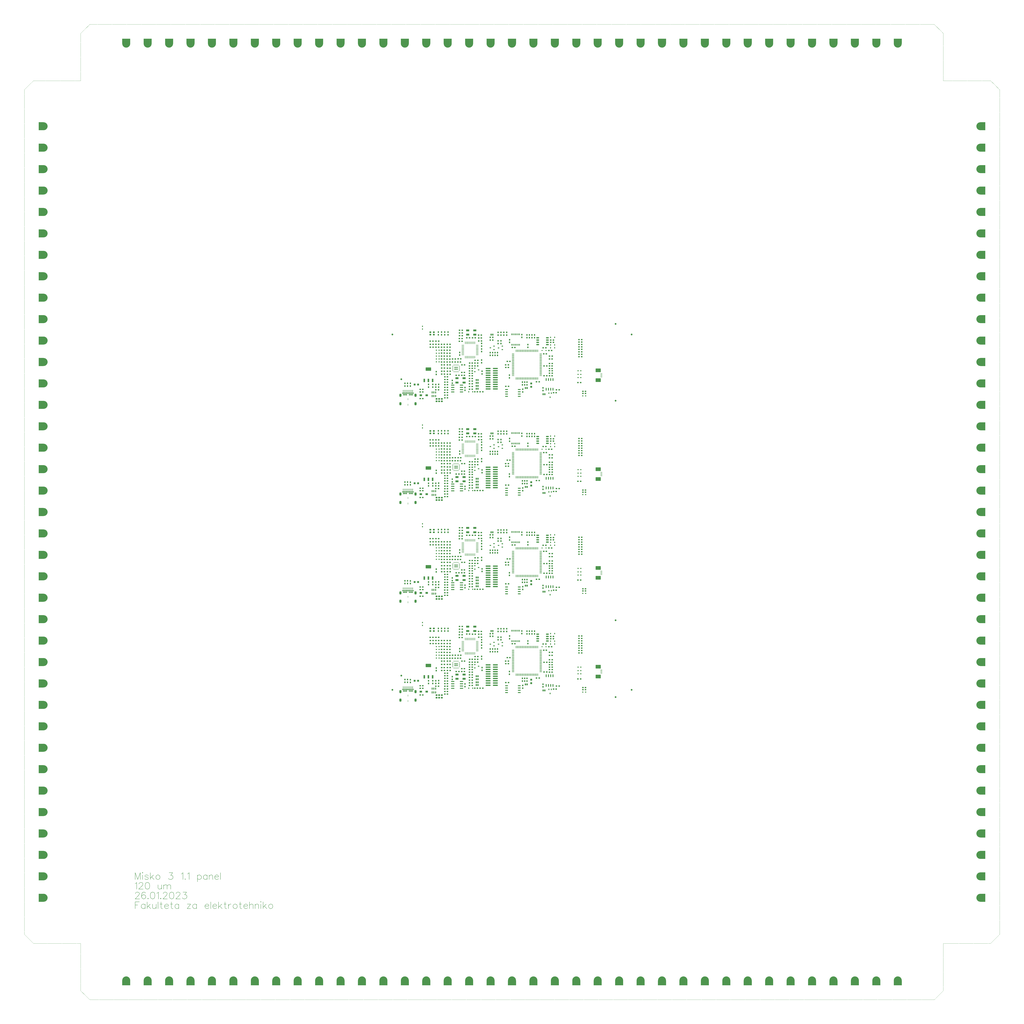
<source format=gtp>
G04 Generated by CircuitCAM 6.2.0.1234*
%FSLAX33Y33*%
%MOMM*%
%ADD10C,0.025000*%
%ADD11C,0.999998*%
%ADD12C,0.200000*%
%AMROUNDED68*21,1,0.435000,0.659000,0,0,0.0*
21,1,0.335000,0.759000,0,0,0.0*
1,1,0.100000,0.167500,0.329500*
1,1,0.100000,0.167500,-0.329500*
1,1,0.100000,-0.167500,-0.329500*
1,1,0.100000,-0.167500,0.329500*%
%ADD68ROUNDED68*%
%AMROUNDED70*21,1,1.648000,0.948000,0,0,0.0*
21,1,1.548000,1.048000,0,0,0.0*
1,1,0.100000,0.774000,0.474000*
1,1,0.100000,0.774000,-0.474000*
1,1,0.100000,-0.774000,-0.474000*
1,1,0.100000,-0.774000,0.474000*%
%ADD70ROUNDED70*%
%AMROUNDED71*21,1,0.800000,0.600000,0,0,0.0*
21,1,0.700000,0.700000,0,0,0.0*
1,1,0.100000,0.350000,0.300000*
1,1,0.100000,0.350000,-0.300000*
1,1,0.100000,-0.350000,-0.300000*
1,1,0.100000,-0.350000,0.300000*%
%ADD71ROUNDED71*%
%AMROUNDED72*21,1,0.700000,0.700000,0,0,0.0*
21,1,0.600000,0.800000,0,0,0.0*
1,1,0.100000,0.300000,0.350000*
1,1,0.100000,0.300000,-0.350000*
1,1,0.100000,-0.300000,-0.350000*
1,1,0.100000,-0.300000,0.350000*%
%ADD72ROUNDED72*%
%AMROUNDED73*21,1,0.948000,0.698000,0,0,0.0*
21,1,0.848000,0.798000,0,0,0.0*
1,1,0.100000,0.424000,0.349000*
1,1,0.100000,0.424000,-0.349000*
1,1,0.100000,-0.424000,-0.349000*
1,1,0.100000,-0.424000,0.349000*%
%ADD73ROUNDED73*%
%AMROUNDED74*21,1,0.256000,0.842000,0,0,0.0*
21,1,0.156000,0.942000,0,0,0.0*
1,1,0.100000,0.078000,0.421000*
1,1,0.100000,0.078000,-0.421000*
1,1,0.100000,-0.078000,-0.421000*
1,1,0.100000,-0.078000,0.421000*%
%ADD74ROUNDED74*%
%AMROUNDED75*21,1,0.699000,0.999000,0,0,0.0*
21,1,0.599000,1.099000,0,0,0.0*
1,1,0.100000,0.299500,0.499500*
1,1,0.100000,0.299500,-0.499500*
1,1,0.100000,-0.299500,-0.499500*
1,1,0.100000,-0.299500,0.499500*%
%ADD75ROUNDED75*%
%AMROUNDED76*21,1,0.554000,0.654000,0,0,0.0*
21,1,0.454000,0.754000,0,0,0.0*
1,1,0.100000,0.227000,0.327000*
1,1,0.100000,0.227000,-0.327000*
1,1,0.100000,-0.227000,-0.327000*
1,1,0.100000,-0.227000,0.327000*%
%ADD76ROUNDED76*%
%AMROUNDED77*21,1,1.449000,0.499000,0,0,0.0*
21,1,1.349000,0.599000,0,0,0.0*
1,1,0.100000,0.674500,0.249500*
1,1,0.100000,0.674500,-0.249500*
1,1,0.100000,-0.674500,-0.249500*
1,1,0.100000,-0.674500,0.249500*%
%ADD77ROUNDED77*%
%ADD79O,0.226000X1.504000*%
%ADD84O,1.504000X0.226000*%
%AMROUNDED85*21,1,0.783000,0.307900,0,0,0.0*
21,1,0.537900,0.553000,0,0,0.0*
1,1,0.245100,0.268950,0.153950*
1,1,0.245100,0.268950,-0.153950*
1,1,0.245100,-0.268950,-0.153950*
1,1,0.245100,-0.268950,0.153950*%
%ADD85ROUNDED85*%
%AMROUNDED88*21,1,0.783000,0.307399,0,0,0.0*
21,1,0.537399,0.553000,0,0,0.0*
1,1,0.245601,0.268699,0.153699*
1,1,0.245601,0.268699,-0.153699*
1,1,0.245601,-0.268699,-0.153699*
1,1,0.245601,-0.268699,0.153699*%
%ADD88ROUNDED88*%
%AMROUNDED89*21,1,0.783000,0.311949,0,0,0.0*
21,1,0.541949,0.553000,0,0,0.0*
1,1,0.241051,0.270974,0.155974*
1,1,0.241051,0.270974,-0.155974*
1,1,0.241051,-0.270974,-0.155974*
1,1,0.241051,-0.270974,0.155974*%
%ADD89ROUNDED89*%
%AMROUNDED90*21,1,0.759000,0.335000,0,0,0.0*
21,1,0.659000,0.435000,0,0,0.0*
1,1,0.100000,0.329500,0.167500*
1,1,0.100000,0.329500,-0.167500*
1,1,0.100000,-0.329500,-0.167500*
1,1,0.100000,-0.329500,0.167500*%
%ADD90ROUNDED90*%
%AMROUNDED93*21,1,0.784000,0.312204,0,0,0.0*
21,1,0.543204,0.553000,0,0,0.0*
1,1,0.240796,0.271602,0.156102*
1,1,0.240796,0.271602,-0.156102*
1,1,0.240796,-0.271602,-0.156102*
1,1,0.240796,-0.271602,0.156102*%
%ADD93ROUNDED93*%
%AMROUNDED95*21,1,0.200000,1.227000,0,0,0.0*
21,1,0.100000,1.327000,0,0,0.0*
1,1,0.100000,0.050000,0.613500*
1,1,0.100000,0.050000,-0.613500*
1,1,0.100000,-0.050000,-0.613500*
1,1,0.100000,-0.050000,0.613500*%
%ADD95ROUNDED95*%
%AMROUNDED98*21,1,0.886000,0.286000,0,0,0.0*
21,1,0.786000,0.386000,0,0,0.0*
1,1,0.100000,0.393000,0.143000*
1,1,0.100000,0.393000,-0.143000*
1,1,0.100000,-0.393000,-0.143000*
1,1,0.100000,-0.393000,0.143000*%
%ADD98ROUNDED98*%
%AMROUNDED99*21,1,1.327000,0.100000,0,0,0.0*
21,1,1.227000,0.200000,0,0,0.0*
1,1,0.100000,0.613500,0.050000*
1,1,0.100000,0.613500,-0.050000*
1,1,0.100000,-0.613500,-0.050000*
1,1,0.100000,-0.613500,0.050000*%
%ADD99ROUNDED99*%
%ADD106O,0.240000X0.760000*%
%ADD107O,0.228000X0.723000*%
%ADD108O,0.723000X0.228000*%
%AMROUNDED109*21,1,0.697000,0.597000,0,0,0.0*
21,1,0.597000,0.697000,0,0,0.0*
1,1,0.100000,0.298500,0.298500*
1,1,0.100000,0.298500,-0.298500*
1,1,0.100000,-0.298500,-0.298500*
1,1,0.100000,-0.298500,0.298500*%
%ADD109ROUNDED109*%
%AMROUNDED111*21,1,2.985000,1.685000,0,0,0.0*
21,1,2.885000,1.785000,0,0,0.0*
1,1,0.100000,1.442500,0.842500*
1,1,0.100000,1.442500,-0.842500*
1,1,0.100000,-1.442500,-0.842500*
1,1,0.100000,-1.442500,0.842500*%
%ADD111ROUNDED111*%
%AMROUNDED115*21,1,2.674000,0.519000,0,0,0.0*
21,1,2.574000,0.619000,0,0,0.0*
1,1,0.100000,1.287000,0.259500*
1,1,0.100000,1.287000,-0.259500*
1,1,0.100000,-1.287000,-0.259500*
1,1,0.100000,-1.287000,0.259500*%
%ADD115ROUNDED115*%
%AMROUNDED117*21,1,2.822000,1.922000,0,0,0.0*
21,1,2.722000,2.022000,0,0,0.0*
1,1,0.100000,1.361000,0.961000*
1,1,0.100000,1.361000,-0.961000*
1,1,0.100000,-1.361000,-0.961000*
1,1,0.100000,-1.361000,0.961000*%
%ADD117ROUNDED117*%
%AMROUNDED118*21,1,0.783000,0.308444,0,0,0.0*
21,1,0.538444,0.553000,0,0,0.0*
1,1,0.244556,0.269222,0.154222*
1,1,0.244556,0.269222,-0.154222*
1,1,0.244556,-0.269222,-0.154222*
1,1,0.244556,-0.269222,0.154222*%
%ADD118ROUNDED118*%
%AMROUNDED126*21,1,1.051000,0.151000,0,0,0.0*
21,1,0.951000,0.251000,0,0,0.0*
1,1,0.100000,0.475500,0.075500*
1,1,0.100000,0.475500,-0.075500*
1,1,0.100000,-0.475500,-0.075500*
1,1,0.100000,-0.475500,0.075500*%
%ADD126ROUNDED126*%
%AMROUNDED137*21,1,0.859000,1.809000,0,0,0.0*
21,1,0.759000,1.909000,0,0,0.0*
1,1,0.100000,0.379500,0.904500*
1,1,0.100000,0.379500,-0.904500*
1,1,0.100000,-0.379500,-0.904500*
1,1,0.100000,-0.379500,0.904500*%
%ADD137ROUNDED137*%
%AMROUNDED140*21,1,1.000000,1.000000,0,0,0.0*
21,1,0.900000,1.100000,0,0,0.0*
1,1,0.100000,0.450000,0.500000*
1,1,0.100000,0.450000,-0.500000*
1,1,0.100000,-0.450000,-0.500000*
1,1,0.100000,-0.450000,0.500000*%
%ADD140ROUNDED140*%
%AMROUNDED143*21,1,0.510000,1.360000,0,0,0.0*
21,1,0.410000,1.460000,0,0,0.0*
1,1,0.100000,0.205000,0.680000*
1,1,0.100000,0.205000,-0.680000*
1,1,0.100000,-0.205000,-0.680000*
1,1,0.100000,-0.205000,0.680000*%
%ADD143ROUNDED143*%
%AMROUNDED146*21,1,1.100000,0.900000,0,0,0.0*
21,1,1.000000,1.000000,0,0,0.0*
1,1,0.100000,0.500000,0.450000*
1,1,0.100000,0.500000,-0.450000*
1,1,0.100000,-0.500000,-0.450000*
1,1,0.100000,-0.500000,0.450000*%
%ADD146ROUNDED146*%
%AMROUNDED149*21,1,1.874000,0.404000,0,0,0.0*
21,1,1.774000,0.504000,0,0,0.0*
1,1,0.100000,0.887000,0.202000*
1,1,0.100000,0.887000,-0.202000*
1,1,0.100000,-0.887000,-0.202000*
1,1,0.100000,-0.887000,0.202000*%
%ADD149ROUNDED149*%
%AMROUNDED152*21,1,0.250000,1.050000,0,0,0.0*
21,1,0.150000,1.150000,0,0,0.0*
1,1,0.100000,0.075000,0.525000*
1,1,0.100000,0.075000,-0.525000*
1,1,0.100000,-0.075000,-0.525000*
1,1,0.100000,-0.075000,0.525000*%
%ADD152ROUNDED152*%
%AMROUNDED155*21,1,1.560000,0.390000,0,0,0.0*
21,1,1.460000,0.490000,0,0,0.0*
1,1,0.100000,0.730000,0.195000*
1,1,0.100000,0.730000,-0.195000*
1,1,0.100000,-0.730000,-0.195000*
1,1,0.100000,-0.730000,0.195000*%
%ADD155ROUNDED155*%
%ADD156O,0.536000X1.206000*%
%AMROUNDED160*21,1,1.140000,0.958196,0,0,0.0*
21,1,0.358196,1.740000,0,0,0.0*
1,1,0.781804,0.179098,0.479098*
1,1,0.781804,0.179098,-0.479098*
1,1,0.781804,-0.179098,-0.479098*
1,1,0.781804,-0.179098,0.479098*%
%ADD160ROUNDED160*%
%AMROUNDED161*21,1,0.478000,0.728000,0,0,0.0*
21,1,0.378000,0.828000,0,0,0.0*
1,1,0.100000,0.189000,0.364000*
1,1,0.100000,0.189000,-0.364000*
1,1,0.100000,-0.189000,-0.364000*
1,1,0.100000,-0.189000,0.364000*%
%ADD161ROUNDED161*%
%AMROUNDED164*21,1,1.400000,1.000000,0,0,0.0*
21,1,1.300000,1.100000,0,0,0.0*
1,1,0.100000,0.650000,0.500000*
1,1,0.100000,0.650000,-0.500000*
1,1,0.100000,-0.650000,-0.500000*
1,1,0.100000,-0.650000,0.500000*%
%ADD164ROUNDED164*%
%AMROUNDED165*21,1,0.536000,1.105000,0,0,0.0*
21,1,0.436000,1.205000,0,0,0.0*
1,1,0.100000,0.218000,0.552500*
1,1,0.100000,0.218000,-0.552500*
1,1,0.100000,-0.218000,-0.552500*
1,1,0.100000,-0.218000,0.552500*%
%ADD165ROUNDED165*%
%ADD166O,0.537000X1.206000*%
%AMROUNDED206*21,1,0.783000,0.307649,0,0,0.0*
21,1,0.537649,0.553000,0,0,0.0*
1,1,0.245351,0.268825,0.153825*
1,1,0.245351,0.268825,-0.153825*
1,1,0.245351,-0.268825,-0.153825*
1,1,0.245351,-0.268825,0.153825*%
%ADD206ROUNDED206*%
%AMROUNDED244*21,1,0.784000,0.308780,0,0,0.0*
21,1,0.539780,0.553000,0,0,0.0*
1,1,0.244220,0.269890,0.154390*
1,1,0.244220,0.269890,-0.154390*
1,1,0.244220,-0.269890,-0.154390*
1,1,0.244220,-0.269890,0.154390*%
%ADD244ROUNDED244*%
%AMROUNDED251*21,1,0.783000,0.306399,0,0,0.0*
21,1,0.536399,0.553000,0,0,0.0*
1,1,0.246601,0.268199,0.153199*
1,1,0.246601,0.268199,-0.153199*
1,1,0.246601,-0.268199,-0.153199*
1,1,0.246601,-0.268199,0.153199*%
%ADD251ROUNDED251*%
%AMROUNDED253*21,1,0.783000,0.307065,0,0,0.0*
21,1,0.537065,0.553000,0,0,0.0*
1,1,0.245935,0.268532,0.153532*
1,1,0.245935,0.268532,-0.153532*
1,1,0.245935,-0.268532,-0.153532*
1,1,0.245935,-0.268532,0.153532*%
%ADD253ROUNDED253*%
%AMROUNDED269*21,1,0.783000,0.309000,0,0,0.0*
21,1,0.539000,0.553000,0,0,0.0*
1,1,0.244000,0.269500,0.154500*
1,1,0.244000,0.269500,-0.154500*
1,1,0.244000,-0.269500,-0.154500*
1,1,0.244000,-0.269500,0.154500*%
%ADD269ROUNDED269*%
%AMROUNDED318*21,1,0.784000,0.309032,0,0,0.0*
21,1,0.540032,0.553000,0,0,0.0*
1,1,0.243968,0.270016,0.154516*
1,1,0.243968,0.270016,-0.154516*
1,1,0.243968,-0.270016,-0.154516*
1,1,0.243968,-0.270016,0.154516*%
%ADD318ROUNDED318*%
%LNSolderPasteTop_Ready*%
%LPD*%
G36*
X-168001Y164300D02*
X-172502Y164300D01*
X-172502Y161559D01*
G75*
G03X-168001Y161559I2251J-10D01*
G74*
G01*
X-168001Y164300D01*
G37*
G36*
X-132001Y164300D02*
X-136502Y164300D01*
X-136502Y161559D01*
G75*
G03X-132001Y161559I2251J-10D01*
G74*
G01*
X-132001Y164300D01*
G37*
G36*
X-144000Y164300D02*
X-148501Y164300D01*
X-148501Y161559D01*
G75*
G03X-144000Y161559I2251J-10D01*
G74*
G01*
X-144000Y164300D01*
G37*
G36*
X-156002Y164300D02*
X-160503Y164300D01*
X-160503Y161559D01*
G75*
G03X-156002Y161559I2251J-10D01*
G74*
G01*
X-156002Y164300D01*
G37*
G36*
X-96002Y164300D02*
X-100500Y164300D01*
X-100500Y161559D01*
G75*
G03X-96002Y161559I2249J-10D01*
G74*
G01*
X-96002Y164300D01*
G37*
G36*
X-108001Y164300D02*
X-112502Y164300D01*
X-112502Y161559D01*
G75*
G03X-108001Y161559I2251J-10D01*
G74*
G01*
X-108001Y164300D01*
G37*
G36*
X-120002Y164300D02*
X-124501Y164300D01*
X-124501Y161559D01*
G75*
G03X-120002Y161559I2249J-10D01*
G74*
G01*
X-120002Y164300D01*
G37*
G36*
X-60002Y164300D02*
X-64501Y164300D01*
X-64501Y161559D01*
G75*
G03X-60002Y161559I2249J-10D01*
G74*
G01*
X-60002Y164300D01*
G37*
G36*
X-72001Y164300D02*
X-76502Y164300D01*
X-76502Y161559D01*
G75*
G03X-72001Y161559I2251J-10D01*
G74*
G01*
X-72001Y164300D01*
G37*
G36*
X-84000Y164300D02*
X-88501Y164300D01*
X-88501Y161559D01*
G75*
G03X-84000Y161559I2251J-10D01*
G74*
G01*
X-84000Y164300D01*
G37*
G36*
X-24000Y164300D02*
X-28501Y164300D01*
X-28501Y161559D01*
G75*
G03X-24000Y161559I2251J-10D01*
G74*
G01*
X-24000Y164300D01*
G37*
G36*
X-36002Y164300D02*
X-40500Y164300D01*
X-40500Y161559D01*
G75*
G03X-36002Y161559I2250J-10D01*
G74*
G01*
X-36002Y164300D01*
G37*
G36*
X-48001Y164300D02*
X-52502Y164300D01*
X-52502Y161559D01*
G75*
G03X-48001Y161559I2251J-10D01*
G74*
G01*
X-48001Y164300D01*
G37*
G36*
X11999Y164300D02*
X7498Y164300D01*
X7498Y161559D01*
G75*
G03X11999Y161559I2251J-10D01*
G74*
G01*
X11999Y164300D01*
G37*
G36*
X-3Y164300D02*
X-4501Y164300D01*
X-4501Y161559D01*
G75*
G03X-3Y161559I2250J-10D01*
G74*
G01*
X-3Y164300D01*
G37*
G36*
X-12001Y164300D02*
X-16502Y164300D01*
X-16502Y161559D01*
G75*
G03X-12001Y161559I2251J-10D01*
G74*
G01*
X-12001Y164300D01*
G37*
G36*
X47998Y164300D02*
X43498Y164300D01*
X43498Y161559D01*
G75*
G03X47998Y161559I2251J-10D01*
G74*
G01*
X47998Y164300D01*
G37*
G36*
X35999Y164300D02*
X31499Y164300D01*
X31499Y161559D01*
G75*
G03X35999Y161559I2251J-10D01*
G74*
G01*
X35999Y164300D01*
G37*
G36*
X23998Y164300D02*
X19500Y164300D01*
X19500Y161559D01*
G75*
G03X23998Y161559I2250J-10D01*
G74*
G01*
X23998Y164300D01*
G37*
G36*
X83998Y164300D02*
X79499Y164300D01*
X79499Y161559D01*
G75*
G03X83998Y161559I2250J-10D01*
G74*
G01*
X83998Y164300D01*
G37*
G36*
X71999Y164300D02*
X67498Y164300D01*
X67498Y161559D01*
G75*
G03X71999Y161559I2251J-10D01*
G74*
G01*
X71999Y164300D01*
G37*
G36*
X60000Y164300D02*
X55499Y164300D01*
X55499Y161559D01*
G75*
G03X60000Y161559I2251J-10D01*
G74*
G01*
X60000Y164300D01*
G37*
G36*
X120000Y164300D02*
X115499Y164300D01*
X115499Y161559D01*
G75*
G03X120000Y161559I2251J-10D01*
G74*
G01*
X120000Y164300D01*
G37*
G36*
X107998Y164300D02*
X103500Y164300D01*
X103500Y161559D01*
G75*
G03X107998Y161559I2250J-10D01*
G74*
G01*
X107998Y164300D01*
G37*
G36*
X95999Y164300D02*
X91498Y164300D01*
X91498Y161559D01*
G75*
G03X95999Y161559I2251J-10D01*
G74*
G01*
X95999Y164300D01*
G37*
G36*
X155999Y164300D02*
X151498Y164300D01*
X151498Y161559D01*
G75*
G03X155999Y161559I2251J-10D01*
G74*
G01*
X155999Y164300D01*
G37*
G36*
X143998Y164300D02*
X139499Y164300D01*
X139499Y161559D01*
G75*
G03X143998Y161559I2250J-10D01*
G74*
G01*
X143998Y164300D01*
G37*
G36*
X131999Y164300D02*
X127498Y164300D01*
X127498Y161559D01*
G75*
G03X131999Y161559I2251J-10D01*
G74*
G01*
X131999Y164300D01*
G37*
G36*
X191999Y164300D02*
X187498Y164300D01*
X187498Y161559D01*
G75*
G03X191999Y161559I2251J-10D01*
G74*
G01*
X191999Y164300D01*
G37*
G36*
X180000Y164300D02*
X175499Y164300D01*
X175499Y161559D01*
G75*
G03X180000Y161559I2251J-10D01*
G74*
G01*
X180000Y164300D01*
G37*
G36*
X167998Y164300D02*
X163500Y164300D01*
X163500Y161559D01*
G75*
G03X167998Y161559I2249J-10D01*
G74*
G01*
X167998Y164300D01*
G37*
G36*
X227998Y164300D02*
X223500Y164300D01*
X223500Y161559D01*
G75*
G03X227998Y161559I2250J-10D01*
G74*
G01*
X227998Y164300D01*
G37*
G36*
X215999Y164300D02*
X211498Y164300D01*
X211498Y161559D01*
G75*
G03X215999Y161559I2251J-10D01*
G74*
G01*
X215999Y164300D01*
G37*
G36*
X203998Y164300D02*
X199499Y164300D01*
X199499Y161559D01*
G75*
G03X203998Y161559I2250J-10D01*
G74*
G01*
X203998Y164300D01*
G37*
G36*
X263997Y164300D02*
X259499Y164300D01*
X259499Y161559D01*
G75*
G03X263997Y161559I2249J-10D01*
G74*
G01*
X263997Y164300D01*
G37*
G36*
X251998Y164300D02*
X247498Y164300D01*
X247498Y161559D01*
G75*
G03X251998Y161559I2251J-10D01*
G74*
G01*
X251998Y164300D01*
G37*
G36*
X240000Y164300D02*
X235499Y164300D01*
X235499Y161559D01*
G75*
G03X240000Y161559I2251J-10D01*
G74*
G01*
X240000Y164300D01*
G37*
G36*
X310749Y113050D02*
X310749Y117551D01*
X308008Y117551D01*
G75*
G03X308008Y113050I-10J-2250D01*
G74*
G01*
X310749Y113050D01*
G37*
G36*
X310749Y77051D02*
X310749Y81549D01*
X308008Y81549D01*
G75*
G03X308008Y77051I-10J-2249D01*
G74*
G01*
X310749Y77051D01*
G37*
G36*
X310749Y89050D02*
X310749Y93551D01*
X308008Y93551D01*
G75*
G03X308008Y89050I-10J-2250D01*
G74*
G01*
X310749Y89050D01*
G37*
G36*
X310749Y101049D02*
X310749Y105550D01*
X308008Y105550D01*
G75*
G03X308008Y101049I-10J-2250D01*
G74*
G01*
X310749Y101049D01*
G37*
G36*
X310749Y41049D02*
X310749Y45550D01*
X308008Y45550D01*
G75*
G03X308008Y41049I-10J-2250D01*
G74*
G01*
X310749Y41049D01*
G37*
G36*
X310749Y53050D02*
X310749Y57549D01*
X308008Y57549D01*
G75*
G03X308008Y53050I-10J-2249D01*
G74*
G01*
X310749Y53050D01*
G37*
G36*
X310749Y65049D02*
X310749Y69550D01*
X308008Y69550D01*
G75*
G03X308008Y65049I-10J-2250D01*
G74*
G01*
X310749Y65049D01*
G37*
G36*
X310749Y5050D02*
X310749Y9550D01*
X308008Y9550D01*
G75*
G03X308008Y5050I-10J-2250D01*
G74*
G01*
X310749Y5050D01*
G37*
G36*
X310749Y17051D02*
X310749Y21549D01*
X308008Y21549D01*
G75*
G03X308008Y17051I-10J-2249D01*
G74*
G01*
X310749Y17051D01*
G37*
G36*
X310749Y29050D02*
X310749Y33551D01*
X308008Y33551D01*
G75*
G03X308008Y29050I-10J-2250D01*
G74*
G01*
X310749Y29050D01*
G37*
G36*
X310749Y-30950D02*
X310749Y-26449D01*
X308008Y-26449D01*
G75*
G03X308008Y-30950I-10J-2250D01*
G74*
G01*
X310749Y-30950D01*
G37*
G36*
X310749Y-18951D02*
X310749Y-14450D01*
X308008Y-14450D01*
G75*
G03X308008Y-18951I-10J-2250D01*
G74*
G01*
X310749Y-18951D01*
G37*
G36*
X310749Y-6949D02*
X310749Y-2451D01*
X308008Y-2451D01*
G75*
G03X308008Y-6949I-10J-2249D01*
G74*
G01*
X310749Y-6949D01*
G37*
G36*
X310749Y-66949D02*
X310749Y-62451D01*
X308008Y-62451D01*
G75*
G03X308008Y-66949I-10J-2249D01*
G74*
G01*
X310749Y-66949D01*
G37*
G36*
X310749Y-54950D02*
X310749Y-50449D01*
X308008Y-50449D01*
G75*
G03X308008Y-54950I-10J-2250D01*
G74*
G01*
X310749Y-54950D01*
G37*
G36*
X310749Y-42949D02*
X310749Y-38451D01*
X308008Y-38451D01*
G75*
G03X308008Y-42949I-10J-2249D01*
G74*
G01*
X310749Y-42949D01*
G37*
G36*
X310749Y-102951D02*
X310749Y-98450D01*
X308008Y-98450D01*
G75*
G03X308008Y-102951I-10J-2250D01*
G74*
G01*
X310749Y-102951D01*
G37*
G36*
X310749Y-90950D02*
X310749Y-86449D01*
X308008Y-86449D01*
G75*
G03X308008Y-90950I-10J-2250D01*
G74*
G01*
X310749Y-90950D01*
G37*
G36*
X310749Y-78951D02*
X310749Y-74450D01*
X308008Y-74450D01*
G75*
G03X308008Y-78951I-10J-2250D01*
G74*
G01*
X310749Y-78951D01*
G37*
G36*
X310749Y-138951D02*
X310749Y-134450D01*
X308008Y-134450D01*
G75*
G03X308008Y-138951I-10J-2250D01*
G74*
G01*
X310749Y-138951D01*
G37*
G36*
X310749Y-126949D02*
X310749Y-122451D01*
X308008Y-122451D01*
G75*
G03X308008Y-126949I-10J-2249D01*
G74*
G01*
X310749Y-126949D01*
G37*
G36*
X310749Y-114950D02*
X310749Y-110449D01*
X308008Y-110449D01*
G75*
G03X308008Y-114950I-10J-2250D01*
G74*
G01*
X310749Y-114950D01*
G37*
G36*
X310749Y-174950D02*
X310749Y-170449D01*
X308008Y-170449D01*
G75*
G03X308008Y-174950I-10J-2250D01*
G74*
G01*
X310749Y-174950D01*
G37*
G36*
X310749Y-162951D02*
X310749Y-158450D01*
X308008Y-158450D01*
G75*
G03X308008Y-162951I-10J-2250D01*
G74*
G01*
X310749Y-162951D01*
G37*
G36*
X310749Y-150950D02*
X310749Y-146449D01*
X308008Y-146449D01*
G75*
G03X308008Y-150950I-10J-2250D01*
G74*
G01*
X310749Y-150950D01*
G37*
G36*
X310749Y-210950D02*
X310749Y-206451D01*
X308008Y-206451D01*
G75*
G03X308008Y-210950I-10J-2249D01*
G74*
G01*
X310749Y-210950D01*
G37*
G36*
X310749Y-198951D02*
X310749Y-194450D01*
X308008Y-194450D01*
G75*
G03X308008Y-198951I-10J-2250D01*
G74*
G01*
X310749Y-198951D01*
G37*
G36*
X310749Y-186949D02*
X310749Y-182451D01*
X308008Y-182451D01*
G75*
G03X308008Y-186949I-10J-2249D01*
G74*
G01*
X310749Y-186949D01*
G37*
G36*
X310749Y-246949D02*
X310749Y-242451D01*
X308008Y-242451D01*
G75*
G03X308008Y-246949I-10J-2249D01*
G74*
G01*
X310749Y-246949D01*
G37*
G36*
X310749Y-234950D02*
X310749Y-230449D01*
X308008Y-230449D01*
G75*
G03X308008Y-234950I-10J-2250D01*
G74*
G01*
X310749Y-234950D01*
G37*
G36*
X310749Y-222951D02*
X310749Y-218450D01*
X308008Y-218450D01*
G75*
G03X308008Y-222951I-10J-2250D01*
G74*
G01*
X310749Y-222951D01*
G37*
G36*
X310749Y-282951D02*
X310749Y-278450D01*
X308008Y-278450D01*
G75*
G03X308008Y-282951I-10J-2250D01*
G74*
G01*
X310749Y-282951D01*
G37*
G36*
X310749Y-270949D02*
X310749Y-266451D01*
X308008Y-266451D01*
G75*
G03X308008Y-270949I-10J-2249D01*
G74*
G01*
X310749Y-270949D01*
G37*
G36*
X310749Y-258950D02*
X310749Y-254450D01*
X308008Y-254450D01*
G75*
G03X308008Y-258950I-10J-2250D01*
G74*
G01*
X310749Y-258950D01*
G37*
G36*
X310749Y-318950D02*
X310749Y-314449D01*
X308008Y-314449D01*
G75*
G03X308008Y-318950I-10J-2250D01*
G74*
G01*
X310749Y-318950D01*
G37*
G36*
X310749Y-306949D02*
X310749Y-302450D01*
X308008Y-302450D01*
G75*
G03X308008Y-306949I-10J-2249D01*
G74*
G01*
X310749Y-306949D01*
G37*
G36*
X310749Y-294950D02*
X310749Y-290449D01*
X308008Y-290449D01*
G75*
G03X308008Y-294950I-10J-2250D01*
G74*
G01*
X310749Y-294950D01*
G37*
G36*
X-219250Y-314449D02*
X-219250Y-318950D01*
X-216512Y-318950D01*
G75*
G03X-216512Y-314449I10J2251D01*
G74*
G01*
X-219250Y-314449D01*
G37*
G36*
X-219250Y-278450D02*
X-219250Y-282951D01*
X-216512Y-282951D01*
G75*
G03X-216512Y-278450I10J2251D01*
G74*
G01*
X-219250Y-278450D01*
G37*
G36*
X-219250Y-290449D02*
X-219250Y-294950D01*
X-216512Y-294950D01*
G75*
G03X-216512Y-290449I10J2250D01*
G74*
G01*
X-219250Y-290449D01*
G37*
G36*
X-219250Y-302450D02*
X-219250Y-306949D01*
X-216512Y-306949D01*
G75*
G03X-216512Y-302450I10J2249D01*
G74*
G01*
X-219250Y-302450D01*
G37*
G36*
X-219250Y-242451D02*
X-219250Y-246949D01*
X-216512Y-246949D01*
G75*
G03X-216512Y-242451I10J2249D01*
G74*
G01*
X-219250Y-242451D01*
G37*
G36*
X-219250Y-254450D02*
X-219250Y-258950D01*
X-216512Y-258950D01*
G75*
G03X-216512Y-254450I10J2250D01*
G74*
G01*
X-219250Y-254450D01*
G37*
G36*
X-219250Y-266451D02*
X-219250Y-270949D01*
X-216512Y-270949D01*
G75*
G03X-216512Y-266451I10J2249D01*
G74*
G01*
X-219250Y-266451D01*
G37*
G36*
X-219250Y-206451D02*
X-219250Y-210950D01*
X-216512Y-210950D01*
G75*
G03X-216512Y-206451I10J2249D01*
G74*
G01*
X-219250Y-206451D01*
G37*
G36*
X-219250Y-218450D02*
X-219250Y-222951D01*
X-216512Y-222951D01*
G75*
G03X-216512Y-218450I10J2250D01*
G74*
G01*
X-219250Y-218450D01*
G37*
G36*
X-219250Y-230449D02*
X-219250Y-234950D01*
X-216512Y-234950D01*
G75*
G03X-216512Y-230449I10J2251D01*
G74*
G01*
X-219250Y-230449D01*
G37*
G36*
X-219250Y-170449D02*
X-219250Y-174950D01*
X-216512Y-174950D01*
G75*
G03X-216512Y-170449I10J2251D01*
G74*
G01*
X-219250Y-170449D01*
G37*
G36*
X-219250Y-182451D02*
X-219250Y-186949D01*
X-216512Y-186949D01*
G75*
G03X-216512Y-182451I10J2249D01*
G74*
G01*
X-219250Y-182451D01*
G37*
G36*
X-219250Y-194450D02*
X-219250Y-198951D01*
X-216512Y-198951D01*
G75*
G03X-216512Y-194450I10J2251D01*
G74*
G01*
X-219250Y-194450D01*
G37*
G36*
X-219250Y-134450D02*
X-219250Y-138951D01*
X-216512Y-138951D01*
G75*
G03X-216512Y-134450I10J2251D01*
G74*
G01*
X-219250Y-134450D01*
G37*
G36*
X-219250Y-146451D02*
X-219250Y-150950D01*
X-216512Y-150950D01*
G75*
G03X-216512Y-146451I10J2249D01*
G74*
G01*
X-219250Y-146451D01*
G37*
G36*
X-219250Y-158450D02*
X-219250Y-162951D01*
X-216512Y-162951D01*
G75*
G03X-216512Y-158450I10J2251D01*
G74*
G01*
X-219250Y-158450D01*
G37*
G36*
X-219250Y-98450D02*
X-219250Y-102951D01*
X-216512Y-102951D01*
G75*
G03X-216512Y-98450I10J2251D01*
G74*
G01*
X-219250Y-98450D01*
G37*
G36*
X-219250Y-110449D02*
X-219250Y-114950D01*
X-216512Y-114950D01*
G75*
G03X-216512Y-110449I10J2251D01*
G74*
G01*
X-219250Y-110449D01*
G37*
G36*
X-219250Y-122451D02*
X-219250Y-126949D01*
X-216512Y-126949D01*
G75*
G03X-216512Y-122451I10J2249D01*
G74*
G01*
X-219250Y-122451D01*
G37*
G36*
X-219250Y-62451D02*
X-219250Y-66949D01*
X-216512Y-66949D01*
G75*
G03X-216512Y-62451I10J2249D01*
G74*
G01*
X-219250Y-62451D01*
G37*
G36*
X-219250Y-74450D02*
X-219250Y-78951D01*
X-216512Y-78951D01*
G75*
G03X-216512Y-74450I10J2251D01*
G74*
G01*
X-219250Y-74450D01*
G37*
G36*
X-219250Y-86449D02*
X-219250Y-90950D01*
X-216512Y-90950D01*
G75*
G03X-216512Y-86449I10J2251D01*
G74*
G01*
X-219250Y-86449D01*
G37*
G36*
X-219250Y-26449D02*
X-219250Y-30950D01*
X-216512Y-30950D01*
G75*
G03X-216512Y-26449I10J2251D01*
G74*
G01*
X-219250Y-26449D01*
G37*
G36*
X-219250Y-38451D02*
X-219250Y-42949D01*
X-216512Y-42949D01*
G75*
G03X-216512Y-38451I10J2249D01*
G74*
G01*
X-219250Y-38451D01*
G37*
G36*
X-219250Y-50449D02*
X-219250Y-54950D01*
X-216512Y-54950D01*
G75*
G03X-216512Y-50449I10J2251D01*
G74*
G01*
X-219250Y-50449D01*
G37*
G36*
X-219250Y9550D02*
X-219250Y5050D01*
X-216512Y5050D01*
G75*
G03X-216512Y9550I10J2251D01*
G74*
G01*
X-219250Y9550D01*
G37*
G36*
X-219250Y-2451D02*
X-219250Y-6949D01*
X-216512Y-6949D01*
G75*
G03X-216512Y-2451I10J2249D01*
G74*
G01*
X-219250Y-2451D01*
G37*
G36*
X-219250Y-14450D02*
X-219250Y-18951D01*
X-216512Y-18951D01*
G75*
G03X-216512Y-14450I10J2251D01*
G74*
G01*
X-219250Y-14450D01*
G37*
G36*
X-219250Y45550D02*
X-219250Y41049D01*
X-216512Y41049D01*
G75*
G03X-216512Y45550I10J2251D01*
G74*
G01*
X-219250Y45550D01*
G37*
G36*
X-219250Y33551D02*
X-219250Y29050D01*
X-216512Y29050D01*
G75*
G03X-216512Y33551I10J2251D01*
G74*
G01*
X-219250Y33551D01*
G37*
G36*
X-219250Y21549D02*
X-219250Y17051D01*
X-216512Y17051D01*
G75*
G03X-216512Y21549I10J2249D01*
G74*
G01*
X-219250Y21549D01*
G37*
G36*
X-219250Y81549D02*
X-219250Y77051D01*
X-216512Y77051D01*
G75*
G03X-216512Y81549I10J2249D01*
G74*
G01*
X-219250Y81549D01*
G37*
G36*
X-219250Y69550D02*
X-219250Y65049D01*
X-216512Y65049D01*
G75*
G03X-216512Y69550I10J2251D01*
G74*
G01*
X-219250Y69550D01*
G37*
G36*
X-219250Y57549D02*
X-219250Y53050D01*
X-216512Y53050D01*
G75*
G03X-216512Y57549I10J2249D01*
G74*
G01*
X-219250Y57549D01*
G37*
G36*
X-219250Y117549D02*
X-219250Y113050D01*
X-216512Y113050D01*
G75*
G03X-216512Y117549I10J2249D01*
G74*
G01*
X-219250Y117549D01*
G37*
G36*
X-219250Y105550D02*
X-219250Y101049D01*
X-216512Y101049D01*
G75*
G03X-216512Y105550I10J2251D01*
G74*
G01*
X-219250Y105550D01*
G37*
G36*
X-219250Y93551D02*
X-219250Y89050D01*
X-216512Y89050D01*
G75*
G03X-216512Y93551I10J2251D01*
G74*
G01*
X-219250Y93551D01*
G37*
G36*
X259499Y-365699D02*
X264000Y-365699D01*
X264000Y-362961D01*
G75*
G03X259499Y-362961I-2250J10D01*
G74*
G01*
X259499Y-365699D01*
G37*
G36*
X223500Y-365699D02*
X227998Y-365699D01*
X227998Y-362961D01*
G75*
G03X223500Y-362961I-2249J10D01*
G74*
G01*
X223500Y-365699D01*
G37*
G36*
X235499Y-365699D02*
X240000Y-365699D01*
X240000Y-362961D01*
G75*
G03X235499Y-362961I-2250J10D01*
G74*
G01*
X235499Y-365699D01*
G37*
G36*
X247498Y-365699D02*
X251998Y-365699D01*
X251998Y-362961D01*
G75*
G03X247498Y-362961I-2250J10D01*
G74*
G01*
X247498Y-365699D01*
G37*
G36*
X187498Y-365699D02*
X191999Y-365699D01*
X191999Y-362961D01*
G75*
G03X187498Y-362961I-2250J10D01*
G74*
G01*
X187498Y-365699D01*
G37*
G36*
X199499Y-365699D02*
X203998Y-365699D01*
X203998Y-362961D01*
G75*
G03X199499Y-362961I-2249J10D01*
G74*
G01*
X199499Y-365699D01*
G37*
G36*
X211498Y-365699D02*
X215999Y-365699D01*
X215999Y-362961D01*
G75*
G03X211498Y-362961I-2250J10D01*
G74*
G01*
X211498Y-365699D01*
G37*
G36*
X151498Y-365699D02*
X155999Y-365699D01*
X155999Y-362961D01*
G75*
G03X151498Y-362961I-2250J10D01*
G74*
G01*
X151498Y-365699D01*
G37*
G36*
X163500Y-365699D02*
X167998Y-365699D01*
X167998Y-362961D01*
G75*
G03X163500Y-362961I-2249J10D01*
G74*
G01*
X163500Y-365699D01*
G37*
G36*
X175499Y-365699D02*
X180000Y-365699D01*
X180000Y-362961D01*
G75*
G03X175499Y-362961I-2250J10D01*
G74*
G01*
X175499Y-365699D01*
G37*
G36*
X115499Y-365699D02*
X120000Y-365699D01*
X120000Y-362961D01*
G75*
G03X115499Y-362961I-2250J10D01*
G74*
G01*
X115499Y-365699D01*
G37*
G36*
X127498Y-365699D02*
X131999Y-365699D01*
X131999Y-362961D01*
G75*
G03X127498Y-362961I-2250J10D01*
G74*
G01*
X127498Y-365699D01*
G37*
G36*
X139499Y-365699D02*
X143998Y-365699D01*
X143998Y-362961D01*
G75*
G03X139499Y-362961I-2249J10D01*
G74*
G01*
X139499Y-365699D01*
G37*
G36*
X79499Y-365699D02*
X83998Y-365699D01*
X83998Y-362961D01*
G75*
G03X79499Y-362961I-2249J10D01*
G74*
G01*
X79499Y-365699D01*
G37*
G36*
X91498Y-365699D02*
X95999Y-365699D01*
X95999Y-362961D01*
G75*
G03X91498Y-362961I-2250J10D01*
G74*
G01*
X91498Y-365699D01*
G37*
G36*
X103500Y-365699D02*
X107998Y-365699D01*
X107998Y-362961D01*
G75*
G03X103500Y-362961I-2249J10D01*
G74*
G01*
X103500Y-365699D01*
G37*
G36*
X43498Y-365699D02*
X47998Y-365699D01*
X47998Y-362961D01*
G75*
G03X43498Y-362961I-2250J10D01*
G74*
G01*
X43498Y-365699D01*
G37*
G36*
X55499Y-365699D02*
X60000Y-365699D01*
X60000Y-362961D01*
G75*
G03X55499Y-362961I-2250J10D01*
G74*
G01*
X55499Y-365699D01*
G37*
G36*
X67498Y-365699D02*
X71999Y-365699D01*
X71999Y-362961D01*
G75*
G03X67498Y-362961I-2250J10D01*
G74*
G01*
X67498Y-365699D01*
G37*
G36*
X7498Y-365699D02*
X11999Y-365699D01*
X11999Y-362961D01*
G75*
G03X7498Y-362961I-2250J10D01*
G74*
G01*
X7498Y-365699D01*
G37*
G36*
X19500Y-365699D02*
X23998Y-365699D01*
X23998Y-362961D01*
G75*
G03X19500Y-362961I-2249J10D01*
G74*
G01*
X19500Y-365699D01*
G37*
G36*
X31499Y-365699D02*
X35999Y-365699D01*
X35999Y-362961D01*
G75*
G03X31499Y-362961I-2250J10D01*
G74*
G01*
X31499Y-365699D01*
G37*
G36*
X-28501Y-365699D02*
X-24000Y-365699D01*
X-24000Y-362961D01*
G75*
G03X-28501Y-362961I-2250J10D01*
G74*
G01*
X-28501Y-365699D01*
G37*
G36*
X-16502Y-365699D02*
X-12001Y-365699D01*
X-12001Y-362961D01*
G75*
G03X-16502Y-362961I-2250J10D01*
G74*
G01*
X-16502Y-365699D01*
G37*
G36*
X-4501Y-365699D02*
X0Y-365699D01*
X0Y-362961D01*
G75*
G03X-4501Y-362961I-2250J10D01*
G74*
G01*
X-4501Y-365699D01*
G37*
G36*
X-64501Y-365699D02*
X-60002Y-365699D01*
X-60002Y-362961D01*
G75*
G03X-64501Y-362961I-2249J10D01*
G74*
G01*
X-64501Y-365699D01*
G37*
G36*
X-52502Y-365699D02*
X-48001Y-365699D01*
X-48001Y-362961D01*
G75*
G03X-52502Y-362961I-2250J10D01*
G74*
G01*
X-52502Y-365699D01*
G37*
G36*
X-40500Y-365699D02*
X-36002Y-365699D01*
X-36002Y-362961D01*
G75*
G03X-40500Y-362961I-2249J10D01*
G74*
G01*
X-40500Y-365699D01*
G37*
G36*
X-100500Y-365699D02*
X-96002Y-365699D01*
X-96002Y-362961D01*
G75*
G03X-100500Y-362961I-2249J10D01*
G74*
G01*
X-100500Y-365699D01*
G37*
G36*
X-88501Y-365699D02*
X-84000Y-365699D01*
X-84000Y-362961D01*
G75*
G03X-88501Y-362961I-2250J10D01*
G74*
G01*
X-88501Y-365699D01*
G37*
G36*
X-76502Y-365699D02*
X-72001Y-365699D01*
X-72001Y-362961D01*
G75*
G03X-76502Y-362961I-2250J10D01*
G74*
G01*
X-76502Y-365699D01*
G37*
G36*
X-136502Y-365699D02*
X-132001Y-365699D01*
X-132001Y-362961D01*
G75*
G03X-136502Y-362961I-2250J10D01*
G74*
G01*
X-136502Y-365699D01*
G37*
G36*
X-124501Y-365699D02*
X-120002Y-365699D01*
X-120002Y-362961D01*
G75*
G03X-124501Y-362961I-2249J10D01*
G74*
G01*
X-124501Y-365699D01*
G37*
G36*
X-112502Y-365699D02*
X-108001Y-365699D01*
X-108001Y-362961D01*
G75*
G03X-112502Y-362961I-2250J10D01*
G74*
G01*
X-112502Y-365699D01*
G37*
G36*
X-172502Y-365699D02*
X-168001Y-365699D01*
X-168001Y-362961D01*
G75*
G03X-172502Y-362961I-2250J10D01*
G74*
G01*
X-172502Y-365699D01*
G37*
G36*
X-160500Y-365699D02*
X-156002Y-365699D01*
X-156002Y-362961D01*
G75*
G03X-160500Y-362961I-2249J10D01*
G74*
G01*
X-160500Y-365699D01*
G37*
G36*
X-148501Y-365699D02*
X-144000Y-365699D01*
X-144000Y-362961D01*
G75*
G03X-148501Y-362961I-2250J10D01*
G74*
G01*
X-148501Y-365699D01*
G37*
G36*
X-12451Y-37051D02*
X-12550Y-37051D01*
G75*
G03X-12601Y-37099I0J-49D01*
G74*
G01*
X-12601Y-38001D01*
G75*
G03X-12550Y-38049I51J1D01*
G74*
G01*
X-12451Y-38049D01*
G75*
G03X-12400Y-37993I1J49D01*
G74*
G01*
X-12400Y-37099D01*
G75*
G03X-12451Y-37051I-50J-1D01*
G74*
G01*
G37*
G36*
X-12451Y-40150D02*
X-12550Y-40150D01*
G75*
G03X-12601Y-40201I0J-50D01*
G74*
G01*
X-12601Y-41100D01*
G75*
G03X-12550Y-41151I51J0D01*
G74*
G01*
X-12451Y-41151D01*
G75*
G03X-12400Y-41092I1J51D01*
G74*
G01*
X-12400Y-40201D01*
G75*
G03X-12451Y-40150I-50J1D01*
G74*
G01*
G37*
G36*
X-12451Y-92349D02*
X-12550Y-92349D01*
G75*
G03X-12601Y-92400I0J-51D01*
G74*
G01*
X-12601Y-93299D01*
G75*
G03X-12550Y-93350I51J-1D01*
G74*
G01*
X-12451Y-93350D01*
G75*
G03X-12400Y-93294I1J50D01*
G74*
G01*
X-12400Y-92400D01*
G75*
G03X-12451Y-92349I-50J0D01*
G74*
G01*
G37*
G36*
X-12451Y-95448D02*
X-12550Y-95448D01*
G75*
G03X-12601Y-95499I0J-51D01*
G74*
G01*
X-12601Y-96398D01*
G75*
G03X-12550Y-96449I51J-1D01*
G74*
G01*
X-12451Y-96449D01*
G75*
G03X-12400Y-96393I1J50D01*
G74*
G01*
X-12400Y-95499D01*
G75*
G03X-12451Y-95448I-50J0D01*
G74*
G01*
G37*
G36*
X-12451Y-147650D02*
X-12550Y-147650D01*
G75*
G03X-12601Y-147701I0J-50D01*
G74*
G01*
X-12601Y-148600D01*
G75*
G03X-12550Y-148651I51J0D01*
G74*
G01*
X-12451Y-148651D01*
G75*
G03X-12400Y-148593I1J51D01*
G74*
G01*
X-12400Y-147701D01*
G75*
G03X-12451Y-147650I-50J1D01*
G74*
G01*
G37*
G36*
X-12451Y-150749D02*
X-12550Y-150749D01*
G75*
G03X-12601Y-150800I0J-51D01*
G74*
G01*
X-12601Y-151699D01*
G75*
G03X-12550Y-151750I51J-1D01*
G74*
G01*
X-12451Y-151750D01*
G75*
G03X-12400Y-151694I1J50D01*
G74*
G01*
X-12400Y-150800D01*
G75*
G03X-12451Y-150749I-50J0D01*
G74*
G01*
G37*
G36*
X-12451Y-202951D02*
X-12550Y-202951D01*
G75*
G03X-12601Y-202999I0J-49D01*
G74*
G01*
X-12601Y-203901D01*
G75*
G03X-12550Y-203949I51J1D01*
G74*
G01*
X-12451Y-203949D01*
G75*
G03X-12400Y-203893I1J49D01*
G74*
G01*
X-12400Y-202999D01*
G75*
G03X-12451Y-202951I-50J-1D01*
G74*
G01*
G37*
G36*
X-12451Y-206050D02*
X-12550Y-206050D01*
G75*
G03X-12601Y-206098I0J-49D01*
G74*
G01*
X-12601Y-207000D01*
G75*
G03X-12550Y-207048I51J1D01*
G74*
G01*
X-12451Y-207048D01*
G75*
G03X-12400Y-206992I1J49D01*
G74*
G01*
X-12400Y-206098D01*
G75*
G03X-12451Y-206050I-50J-1D01*
G74*
G01*
G37*
G36*
X-9540Y-33749D02*
X-9860Y-33749D01*
G75*
G03X-10030Y-33914I3J-173D01*
G74*
G01*
G75*
G03X-10030Y-33919I50J1D01*
G74*
G01*
X-10030Y-34199D01*
G75*
G03X-10030Y-34206I76J-4D01*
G74*
G01*
X-10030Y-34211D01*
G75*
G03X-10030Y-34219I50J-1D01*
G74*
G01*
G75*
G03X-9370Y-34204I331J-1D01*
G74*
G01*
G75*
G03X-9370Y-34199I-50J-2D01*
G74*
G01*
X-9370Y-33919D01*
G75*
G03X-9370Y-33912I-75J4D01*
G74*
G01*
G75*
G03X-9540Y-33749I-170J-8D01*
G74*
G01*
G37*
G36*
X-10340Y-33749D02*
X-10660Y-33749D01*
G75*
G03X-10831Y-33914I3J-173D01*
G74*
G01*
G75*
G03X-10831Y-33919I51J1D01*
G74*
G01*
X-10831Y-34199D01*
G75*
G03X-10831Y-34206I76J-4D01*
G74*
G01*
X-10831Y-34211D01*
G75*
G03X-10831Y-34219I51J-1D01*
G74*
G01*
G75*
G03X-10170Y-34204I331J-1D01*
G74*
G01*
G75*
G03X-10170Y-34199I-50J-2D01*
G74*
G01*
X-10170Y-33919D01*
G75*
G03X-10170Y-33912I-75J4D01*
G74*
G01*
G75*
G03X-10340Y-33749I-170J-8D01*
G74*
G01*
G37*
G36*
X-11140Y-33749D02*
X-11460Y-33749D01*
G75*
G03X-11631Y-33914I3J-173D01*
G74*
G01*
G75*
G03X-11631Y-33919I50J1D01*
G74*
G01*
X-11631Y-34199D01*
G75*
G03X-11631Y-34206I75J-4D01*
G74*
G01*
X-11631Y-34211D01*
G75*
G03X-11631Y-34219I50J-1D01*
G74*
G01*
G75*
G03X-10970Y-34204I330J-1D01*
G74*
G01*
G75*
G03X-10970Y-34199I-51J-2D01*
G74*
G01*
X-10970Y-33919D01*
G75*
G03X-10970Y-33912I-76J4D01*
G74*
G01*
G75*
G03X-11140Y-33749I-171J-8D01*
G74*
G01*
G37*
G36*
X-11941Y-33749D02*
X-12261Y-33749D01*
G75*
G03X-12431Y-33914I3J-174D01*
G74*
G01*
G75*
G03X-12431Y-33919I51J1D01*
G74*
G01*
X-12431Y-34199D01*
G75*
G03X-12431Y-34206I76J-4D01*
G74*
G01*
X-12431Y-34211D01*
G75*
G03X-12431Y-34219I51J-1D01*
G74*
G01*
G75*
G03X-11770Y-34204I331J-1D01*
G74*
G01*
G75*
G03X-11770Y-34199I-50J-2D01*
G74*
G01*
X-11770Y-33919D01*
G75*
G03X-11770Y-33912I-75J4D01*
G74*
G01*
G75*
G03X-11941Y-33749I-170J-8D01*
G74*
G01*
G37*
G36*
X-14341Y-33749D02*
X-14661Y-33749D01*
G75*
G03X-14831Y-33914I3J-174D01*
G74*
G01*
G75*
G03X-14831Y-33919I51J1D01*
G74*
G01*
X-14831Y-34199D01*
G75*
G03X-14831Y-34206I77J-4D01*
G74*
G01*
X-14831Y-34211D01*
G75*
G03X-14831Y-34219I51J-1D01*
G74*
G01*
G75*
G03X-14171Y-34204I331J-1D01*
G74*
G01*
G75*
G03X-14171Y-34199I-49J-2D01*
G74*
G01*
X-14171Y-33919D01*
G75*
G03X-14171Y-33912I-74J4D01*
G74*
G01*
G75*
G03X-14341Y-33749I-169J-8D01*
G74*
G01*
G37*
G36*
X-15141Y-33749D02*
X-15461Y-33749D01*
G75*
G03X-15631Y-33914I3J-173D01*
G74*
G01*
G75*
G03X-15631Y-33919I50J1D01*
G74*
G01*
X-15631Y-34199D01*
G75*
G03X-15631Y-34206I76J-4D01*
G74*
G01*
X-15631Y-34211D01*
G75*
G03X-15631Y-34219I50J-1D01*
G74*
G01*
G75*
G03X-14971Y-34204I330J-1D01*
G74*
G01*
G75*
G03X-14971Y-34199I-50J-2D01*
G74*
G01*
X-14971Y-33919D01*
G75*
G03X-14971Y-33912I-76J4D01*
G74*
G01*
G75*
G03X-15141Y-33749I-170J-8D01*
G74*
G01*
G37*
G36*
X-9540Y-89050D02*
X-9860Y-89050D01*
G75*
G03X-10030Y-89212I2J-173D01*
G74*
G01*
G75*
G03X-10030Y-89220I50J0D01*
G74*
G01*
X-10030Y-89497D01*
G75*
G03X-10030Y-89507I101J-5D01*
G74*
G01*
G75*
G03X-10030Y-89512I50J0D01*
G74*
G01*
G75*
G03X-10030Y-89517I50J1D01*
G74*
G01*
G75*
G03X-9370Y-89502I331J-2D01*
G74*
G01*
G75*
G03X-9370Y-89497I-50J-3D01*
G74*
G01*
X-9370Y-89220D01*
G75*
G03X-9370Y-89210I-67J5D01*
G74*
G01*
G75*
G03X-9540Y-89050I-170J-9D01*
G74*
G01*
G37*
G36*
X-10340Y-89050D02*
X-10660Y-89050D01*
G75*
G03X-10831Y-89212I2J-173D01*
G74*
G01*
G75*
G03X-10831Y-89220I51J0D01*
G74*
G01*
X-10831Y-89497D01*
G75*
G03X-10831Y-89507I101J-5D01*
G74*
G01*
G75*
G03X-10831Y-89512I51J0D01*
G74*
G01*
G75*
G03X-10831Y-89517I51J1D01*
G74*
G01*
G75*
G03X-10170Y-89502I331J-2D01*
G74*
G01*
G75*
G03X-10170Y-89497I-50J-3D01*
G74*
G01*
X-10170Y-89220D01*
G75*
G03X-10170Y-89210I-67J5D01*
G74*
G01*
G75*
G03X-10340Y-89050I-170J-9D01*
G74*
G01*
G37*
G36*
X-11140Y-89050D02*
X-11460Y-89050D01*
G75*
G03X-11631Y-89212I2J-172D01*
G74*
G01*
G75*
G03X-11631Y-89220I50J0D01*
G74*
G01*
X-11631Y-89497D01*
G75*
G03X-11631Y-89507I100J-5D01*
G74*
G01*
G75*
G03X-11631Y-89512I50J0D01*
G74*
G01*
G75*
G03X-11631Y-89517I50J1D01*
G74*
G01*
G75*
G03X-10970Y-89502I330J-2D01*
G74*
G01*
G75*
G03X-10970Y-89497I-51J-3D01*
G74*
G01*
X-10970Y-89220D01*
G75*
G03X-10970Y-89210I-68J5D01*
G74*
G01*
G75*
G03X-11140Y-89050I-171J-9D01*
G74*
G01*
G37*
G36*
X-11941Y-89050D02*
X-12261Y-89050D01*
G75*
G03X-12431Y-89212I2J-173D01*
G74*
G01*
G75*
G03X-12431Y-89220I51J0D01*
G74*
G01*
X-12431Y-89497D01*
G75*
G03X-12431Y-89507I102J-5D01*
G74*
G01*
G75*
G03X-12431Y-89512I51J0D01*
G74*
G01*
G75*
G03X-12431Y-89517I51J1D01*
G74*
G01*
G75*
G03X-11770Y-89502I331J-2D01*
G74*
G01*
G75*
G03X-11770Y-89497I-50J-3D01*
G74*
G01*
X-11770Y-89220D01*
G75*
G03X-11770Y-89210I-66J5D01*
G74*
G01*
G75*
G03X-11941Y-89050I-170J-9D01*
G74*
G01*
G37*
G36*
X-14341Y-89050D02*
X-14661Y-89050D01*
G75*
G03X-14831Y-89212I2J-173D01*
G74*
G01*
G75*
G03X-14831Y-89220I51J0D01*
G74*
G01*
X-14831Y-89497D01*
G75*
G03X-14831Y-89507I102J-5D01*
G74*
G01*
G75*
G03X-14831Y-89512I51J0D01*
G74*
G01*
G75*
G03X-14831Y-89517I51J1D01*
G74*
G01*
G75*
G03X-14171Y-89502I331J-2D01*
G74*
G01*
G75*
G03X-14171Y-89497I-49J-3D01*
G74*
G01*
X-14171Y-89220D01*
G75*
G03X-14171Y-89210I-66J5D01*
G74*
G01*
G75*
G03X-14341Y-89050I-169J-9D01*
G74*
G01*
G37*
G36*
X-15141Y-89050D02*
X-15461Y-89050D01*
G75*
G03X-15631Y-89212I2J-172D01*
G74*
G01*
G75*
G03X-15631Y-89220I50J0D01*
G74*
G01*
X-15631Y-89497D01*
G75*
G03X-15631Y-89507I101J-5D01*
G74*
G01*
G75*
G03X-15631Y-89512I50J0D01*
G74*
G01*
G75*
G03X-15631Y-89517I50J1D01*
G74*
G01*
G75*
G03X-14971Y-89502I330J-2D01*
G74*
G01*
G75*
G03X-14971Y-89497I-50J-3D01*
G74*
G01*
X-14971Y-89220D01*
G75*
G03X-14971Y-89210I-67J5D01*
G74*
G01*
G75*
G03X-15141Y-89050I-170J-9D01*
G74*
G01*
G37*
G36*
X-9540Y-144351D02*
X-9860Y-144351D01*
G75*
G03X-10030Y-144513I2J-173D01*
G74*
G01*
G75*
G03X-10030Y-144521I50J0D01*
G74*
G01*
X-10030Y-144798D01*
G75*
G03X-10030Y-144808I101J-5D01*
G74*
G01*
G75*
G03X-10030Y-144813I50J0D01*
G74*
G01*
G75*
G03X-10030Y-144818I50J1D01*
G74*
G01*
G75*
G03X-9370Y-144803I331J-2D01*
G74*
G01*
G75*
G03X-9370Y-144798I-50J-3D01*
G74*
G01*
X-9370Y-144521D01*
G75*
G03X-9370Y-144511I-67J5D01*
G74*
G01*
G75*
G03X-9540Y-144351I-170J-9D01*
G74*
G01*
G37*
G36*
X-10340Y-144351D02*
X-10660Y-144351D01*
G75*
G03X-10831Y-144513I2J-173D01*
G74*
G01*
G75*
G03X-10831Y-144521I51J0D01*
G74*
G01*
X-10831Y-144798D01*
G75*
G03X-10831Y-144808I101J-5D01*
G74*
G01*
G75*
G03X-10831Y-144813I51J0D01*
G74*
G01*
G75*
G03X-10831Y-144818I51J1D01*
G74*
G01*
G75*
G03X-10170Y-144803I331J-2D01*
G74*
G01*
G75*
G03X-10170Y-144798I-50J-3D01*
G74*
G01*
X-10170Y-144521D01*
G75*
G03X-10170Y-144511I-67J5D01*
G74*
G01*
G75*
G03X-10340Y-144351I-170J-9D01*
G74*
G01*
G37*
G36*
X-11140Y-144351D02*
X-11460Y-144351D01*
G75*
G03X-11631Y-144513I2J-172D01*
G74*
G01*
G75*
G03X-11631Y-144521I50J0D01*
G74*
G01*
X-11631Y-144798D01*
G75*
G03X-11631Y-144808I100J-5D01*
G74*
G01*
G75*
G03X-11631Y-144813I50J0D01*
G74*
G01*
G75*
G03X-11631Y-144818I50J1D01*
G74*
G01*
G75*
G03X-10970Y-144803I330J-2D01*
G74*
G01*
G75*
G03X-10970Y-144798I-51J-3D01*
G74*
G01*
X-10970Y-144521D01*
G75*
G03X-10970Y-144511I-68J5D01*
G74*
G01*
G75*
G03X-11140Y-144351I-171J-9D01*
G74*
G01*
G37*
G36*
X-11941Y-144351D02*
X-12261Y-144351D01*
G75*
G03X-12431Y-144513I2J-173D01*
G74*
G01*
G75*
G03X-12431Y-144521I51J0D01*
G74*
G01*
X-12431Y-144798D01*
G75*
G03X-12431Y-144808I102J-5D01*
G74*
G01*
G75*
G03X-12431Y-144813I51J0D01*
G74*
G01*
G75*
G03X-12431Y-144818I51J1D01*
G74*
G01*
G75*
G03X-11770Y-144803I331J-2D01*
G74*
G01*
G75*
G03X-11770Y-144798I-50J-3D01*
G74*
G01*
X-11770Y-144521D01*
G75*
G03X-11770Y-144511I-66J5D01*
G74*
G01*
G75*
G03X-11941Y-144351I-170J-9D01*
G74*
G01*
G37*
G36*
X-14341Y-144351D02*
X-14661Y-144351D01*
G75*
G03X-14831Y-144513I2J-173D01*
G74*
G01*
G75*
G03X-14831Y-144521I51J0D01*
G74*
G01*
X-14831Y-144798D01*
G75*
G03X-14831Y-144808I102J-5D01*
G74*
G01*
G75*
G03X-14831Y-144813I51J0D01*
G74*
G01*
G75*
G03X-14831Y-144818I51J1D01*
G74*
G01*
G75*
G03X-14171Y-144803I331J-2D01*
G74*
G01*
G75*
G03X-14171Y-144798I-49J-3D01*
G74*
G01*
X-14171Y-144521D01*
G75*
G03X-14171Y-144511I-66J5D01*
G74*
G01*
G75*
G03X-14341Y-144351I-169J-9D01*
G74*
G01*
G37*
G36*
X-15141Y-144351D02*
X-15461Y-144351D01*
G75*
G03X-15631Y-144513I2J-172D01*
G74*
G01*
G75*
G03X-15631Y-144521I50J0D01*
G74*
G01*
X-15631Y-144798D01*
G75*
G03X-15631Y-144808I101J-5D01*
G74*
G01*
G75*
G03X-15631Y-144813I50J0D01*
G74*
G01*
G75*
G03X-15631Y-144818I50J1D01*
G74*
G01*
G75*
G03X-14971Y-144803I330J-2D01*
G74*
G01*
G75*
G03X-14971Y-144798I-50J-3D01*
G74*
G01*
X-14971Y-144521D01*
G75*
G03X-14971Y-144511I-67J5D01*
G74*
G01*
G75*
G03X-15141Y-144351I-170J-9D01*
G74*
G01*
G37*
G36*
X-9540Y-199649D02*
X-9860Y-199649D01*
G75*
G03X-10030Y-199812I1J-172D01*
G74*
G01*
G75*
G03X-10030Y-199819I50J0D01*
G74*
G01*
X-10030Y-200096D01*
G75*
G03X-10030Y-200106I68J-5D01*
G74*
G01*
G75*
G03X-10030Y-200111I50J-1D01*
G74*
G01*
G75*
G03X-10030Y-200119I50J0D01*
G74*
G01*
G75*
G03X-9370Y-200104I331J0D01*
G74*
G01*
G75*
G03X-9370Y-200099I-50J-1D01*
G74*
G01*
X-9370Y-199819D01*
G75*
G03X-9370Y-199812I-50J0D01*
G74*
G01*
G75*
G03X-9540Y-199649I-170J-7D01*
G74*
G01*
G37*
G36*
X-10340Y-199649D02*
X-10660Y-199649D01*
G75*
G03X-10831Y-199812I1J-172D01*
G74*
G01*
G75*
G03X-10831Y-199819I51J0D01*
G74*
G01*
X-10831Y-200096D01*
G75*
G03X-10831Y-200106I68J-5D01*
G74*
G01*
G75*
G03X-10831Y-200111I51J-1D01*
G74*
G01*
G75*
G03X-10831Y-200119I51J0D01*
G74*
G01*
G75*
G03X-10170Y-200104I331J0D01*
G74*
G01*
G75*
G03X-10170Y-200099I-50J-1D01*
G74*
G01*
X-10170Y-199819D01*
G75*
G03X-10170Y-199812I-50J0D01*
G74*
G01*
G75*
G03X-10340Y-199649I-170J-7D01*
G74*
G01*
G37*
G36*
X-11140Y-199649D02*
X-11460Y-199649D01*
G75*
G03X-11631Y-199812I1J-171D01*
G74*
G01*
G75*
G03X-11631Y-199819I50J0D01*
G74*
G01*
X-11631Y-200096D01*
G75*
G03X-11631Y-200106I66J-5D01*
G74*
G01*
G75*
G03X-11631Y-200111I50J-1D01*
G74*
G01*
G75*
G03X-11631Y-200119I50J0D01*
G74*
G01*
G75*
G03X-10970Y-200104I330J0D01*
G74*
G01*
G75*
G03X-10970Y-200099I-51J-1D01*
G74*
G01*
X-10970Y-199819D01*
G75*
G03X-10970Y-199812I-51J0D01*
G74*
G01*
G75*
G03X-11140Y-199649I-171J-7D01*
G74*
G01*
G37*
G36*
X-11941Y-199649D02*
X-12261Y-199649D01*
G75*
G03X-12431Y-199812I1J-172D01*
G74*
G01*
G75*
G03X-12431Y-199819I51J0D01*
G74*
G01*
X-12431Y-200096D01*
G75*
G03X-12431Y-200106I68J-5D01*
G74*
G01*
G75*
G03X-12431Y-200111I51J-1D01*
G74*
G01*
G75*
G03X-12431Y-200119I51J0D01*
G74*
G01*
G75*
G03X-11770Y-200104I331J0D01*
G74*
G01*
G75*
G03X-11770Y-200099I-50J-1D01*
G74*
G01*
X-11770Y-199819D01*
G75*
G03X-11770Y-199812I-50J0D01*
G74*
G01*
G75*
G03X-11941Y-199649I-170J-7D01*
G74*
G01*
G37*
G36*
X-14341Y-199649D02*
X-14661Y-199649D01*
G75*
G03X-14831Y-199812I1J-172D01*
G74*
G01*
G75*
G03X-14831Y-199819I51J0D01*
G74*
G01*
X-14831Y-200096D01*
G75*
G03X-14831Y-200106I68J-5D01*
G74*
G01*
G75*
G03X-14831Y-200111I51J-1D01*
G74*
G01*
G75*
G03X-14831Y-200119I51J0D01*
G74*
G01*
G75*
G03X-14171Y-200104I331J0D01*
G74*
G01*
G75*
G03X-14171Y-200099I-49J-1D01*
G74*
G01*
X-14171Y-199819D01*
G75*
G03X-14171Y-199812I-49J0D01*
G74*
G01*
G75*
G03X-14341Y-199649I-169J-7D01*
G74*
G01*
G37*
G36*
X-15141Y-199649D02*
X-15461Y-199649D01*
G75*
G03X-15631Y-199812I1J-171D01*
G74*
G01*
G75*
G03X-15631Y-199819I50J0D01*
G74*
G01*
X-15631Y-200096D01*
G75*
G03X-15631Y-200106I67J-5D01*
G74*
G01*
G75*
G03X-15631Y-200111I50J-1D01*
G74*
G01*
G75*
G03X-15631Y-200119I50J0D01*
G74*
G01*
G75*
G03X-14971Y-200104I330J0D01*
G74*
G01*
G75*
G03X-14971Y-200099I-50J-1D01*
G74*
G01*
X-14971Y-199819D01*
G75*
G03X-14971Y-199812I-50J0D01*
G74*
G01*
G75*
G03X-15141Y-199649I-170J-7D01*
G74*
G01*
G37*
G36*
X-12741Y-33749D02*
X-13061Y-33749D01*
G75*
G03X-13228Y-33899I1J-171D01*
G74*
G01*
G75*
G03X-13231Y-33914I72J-20D01*
G74*
G01*
X-13231Y-33919D01*
X-13231Y-34221D01*
G75*
G03X-13228Y-34234I51J0D01*
G74*
G01*
G75*
G03X-13228Y-34242I76J-4D01*
G74*
G01*
G75*
G03X-12570Y-34219I329J22D01*
G74*
G01*
G75*
G03X-12570Y-34211I-50J0D01*
G74*
G01*
G75*
G03X-12570Y-34191I-49J9D01*
G74*
G01*
G75*
G03X-12570Y-34183I-50J0D01*
G74*
G01*
X-12570Y-33919D01*
G75*
G03X-12741Y-33749I-170J-1D01*
G74*
G01*
G37*
G36*
X-12741Y-89050D02*
X-13061Y-89050D01*
G75*
G03X-13228Y-89200I2J-171D01*
G74*
G01*
G75*
G03X-13231Y-89215I96J-24D01*
G74*
G01*
G75*
G03X-13231Y-89220I51J4D01*
G74*
G01*
X-13231Y-89520D01*
G75*
G03X-13228Y-89532I51J0D01*
G74*
G01*
G75*
G03X-13228Y-89540I76J-4D01*
G74*
G01*
G75*
G03X-12570Y-89517I329J21D01*
G74*
G01*
G75*
G03X-12570Y-89510I-75J4D01*
G74*
G01*
G75*
G03X-12570Y-89489I-49J9D01*
G74*
G01*
G75*
G03X-12570Y-89484I-50J-1D01*
G74*
G01*
X-12570Y-89220D01*
G75*
G03X-12741Y-89050I-170J1D01*
G74*
G01*
G37*
G36*
X-12741Y-144351D02*
X-13061Y-144351D01*
G75*
G03X-13228Y-144501I2J-171D01*
G74*
G01*
G75*
G03X-13231Y-144516I96J-24D01*
G74*
G01*
G75*
G03X-13231Y-144521I51J4D01*
G74*
G01*
X-13231Y-144821D01*
G75*
G03X-13228Y-144833I51J0D01*
G74*
G01*
G75*
G03X-13228Y-144841I76J-4D01*
G74*
G01*
G75*
G03X-12570Y-144818I329J21D01*
G74*
G01*
G75*
G03X-12570Y-144810I-75J4D01*
G74*
G01*
G75*
G03X-12570Y-144790I-49J8D01*
G74*
G01*
G75*
G03X-12570Y-144785I-50J-1D01*
G74*
G01*
X-12570Y-144521D01*
G75*
G03X-12741Y-144351I-170J1D01*
G74*
G01*
G37*
G36*
X-12741Y-199649D02*
X-13061Y-199649D01*
G75*
G03X-13228Y-199799I1J-170D01*
G74*
G01*
G75*
G03X-13231Y-199814I97J-24D01*
G74*
G01*
G75*
G03X-13231Y-199819I51J3D01*
G74*
G01*
X-13231Y-200119D01*
G75*
G03X-13228Y-200137I70J1D01*
G74*
G01*
G75*
G03X-13228Y-200142I50J-1D01*
G74*
G01*
G75*
G03X-12570Y-200119I329J23D01*
G74*
G01*
G75*
G03X-12570Y-200109I-66J5D01*
G74*
G01*
G75*
G03X-12570Y-200089I-56J10D01*
G74*
G01*
G75*
G03X-12570Y-200083I-50J-2D01*
G74*
G01*
X-12570Y-199819D01*
G75*
G03X-12741Y-199649I-170J0D01*
G74*
G01*
G37*
G36*
X-13541Y-33749D02*
X-13861Y-33749D01*
G75*
G03X-14031Y-33914I3J-174D01*
G74*
G01*
G75*
G03X-14031Y-33919I51J1D01*
G74*
G01*
X-14031Y-34183D01*
G75*
G03X-14031Y-34191I51J0D01*
G74*
G01*
X-14031Y-34196D01*
G75*
G03X-14031Y-34201I51J1D01*
G74*
G01*
G75*
G03X-14031Y-34214I48J-6D01*
G74*
G01*
G75*
G02X-14028Y-34219I-29J-9D01*
G74*
G01*
G75*
G03X-14031Y-34239I46J-18D01*
G74*
G01*
G75*
G03X-13371Y-34219I329J19D01*
G74*
G01*
X-13371Y-33919D01*
G75*
G03X-13371Y-33912I-76J4D01*
G74*
G01*
G75*
G03X-13541Y-33749I-170J-8D01*
G74*
G01*
G37*
G36*
X-13541Y-89050D02*
X-13861Y-89050D01*
G75*
G03X-14031Y-89212I2J-173D01*
G74*
G01*
G75*
G03X-14031Y-89220I51J0D01*
G74*
G01*
X-14031Y-89482D01*
G75*
G03X-14031Y-89494I85J-6D01*
G74*
G01*
G75*
G03X-14031Y-89502I51J0D01*
G74*
G01*
G75*
G03X-14031Y-89512I48J-5D01*
G74*
G01*
G75*
G02X-14028Y-89517I-29J-10D01*
G74*
G01*
G75*
G03X-14031Y-89540I46J-19D01*
G74*
G01*
G75*
G03X-13371Y-89517I329J21D01*
G74*
G01*
X-13371Y-89220D01*
G75*
G03X-13371Y-89210I-67J5D01*
G74*
G01*
G75*
G03X-13541Y-89050I-170J-9D01*
G74*
G01*
G37*
G36*
X-13541Y-144351D02*
X-13861Y-144351D01*
G75*
G03X-14031Y-144513I2J-173D01*
G74*
G01*
G75*
G03X-14031Y-144521I51J0D01*
G74*
G01*
X-14031Y-144783D01*
G75*
G03X-14031Y-144795I85J-6D01*
G74*
G01*
G75*
G03X-14031Y-144803I51J0D01*
G74*
G01*
G75*
G03X-14031Y-144813I48J-5D01*
G74*
G01*
G75*
G02X-14028Y-144818I-29J-10D01*
G74*
G01*
G75*
G03X-14031Y-144841I46J-19D01*
G74*
G01*
G75*
G03X-13371Y-144818I329J21D01*
G74*
G01*
X-13371Y-144521D01*
G75*
G03X-13371Y-144511I-67J5D01*
G74*
G01*
G75*
G03X-13541Y-144351I-170J-9D01*
G74*
G01*
G37*
G36*
X-13541Y-199649D02*
X-13861Y-199649D01*
G75*
G03X-14031Y-199812I1J-172D01*
G74*
G01*
G75*
G03X-14031Y-199819I51J0D01*
G74*
G01*
X-14031Y-200081D01*
G75*
G03X-14031Y-200094I85J-6D01*
G74*
G01*
G75*
G03X-14031Y-200101I51J0D01*
G74*
G01*
G75*
G03X-14031Y-200114I60J-6D01*
G74*
G01*
X-14028Y-200119D01*
G75*
G03X-14031Y-200139I46J-17D01*
G74*
G01*
G75*
G03X-13371Y-200119I329J20D01*
G74*
G01*
X-13371Y-199819D01*
G75*
G03X-13371Y-199812I-50J0D01*
G74*
G01*
G75*
G03X-13541Y-199649I-170J-7D01*
G74*
G01*
G37*
G36*
X-10569Y-34897D02*
G75*
G03X-11229Y-34887I-331J-23D01*
G74*
G01*
G75*
G03X-11229Y-34902I59J-8D01*
G74*
G01*
G75*
G03X-11229Y-34915I83J-6D01*
G74*
G01*
G75*
G03X-11229Y-34920I49J-4D01*
G74*
G01*
X-11229Y-35212D01*
G75*
G03X-11229Y-35220I49J-1D01*
G74*
G01*
G75*
G03X-11059Y-35390I169J0D01*
G74*
G01*
X-10739Y-35390D01*
X-10721Y-35390D01*
G75*
G03X-10569Y-35220I-19J170D01*
G74*
G01*
G75*
G03X-10569Y-35212I-51J0D01*
G74*
G01*
X-10569Y-34917D01*
G75*
G02X-10569Y-34910I33J3D01*
G74*
G01*
G75*
G03X-10569Y-34897I-50J8D01*
G74*
G01*
G37*
G36*
X-12969Y-34897D02*
G75*
G03X-13630Y-34887I-331J-23D01*
G74*
G01*
G75*
G03X-13630Y-34902I60J-8D01*
G74*
G01*
G75*
G03X-13630Y-34915I83J-6D01*
G74*
G01*
G75*
G03X-13630Y-34920I50J-4D01*
G74*
G01*
X-13630Y-35212D01*
G75*
G03X-13630Y-35220I50J-1D01*
G74*
G01*
G75*
G03X-13459Y-35390I170J0D01*
G74*
G01*
X-13139Y-35390D01*
X-13122Y-35390D01*
G75*
G03X-12969Y-35220I-18J170D01*
G74*
G01*
G75*
G03X-12969Y-35212I-51J0D01*
G74*
G01*
X-12969Y-34917D01*
G75*
G02X-12969Y-34910I33J3D01*
G74*
G01*
G75*
G03X-12969Y-34897I-50J8D01*
G74*
G01*
G37*
G36*
X-14569Y-34897D02*
G75*
G03X-15230Y-34887I-330J-23D01*
G74*
G01*
G75*
G03X-15230Y-34902I60J-8D01*
G74*
G01*
G75*
G03X-15230Y-34915I83J-6D01*
G74*
G01*
G75*
G03X-15230Y-34920I50J-4D01*
G74*
G01*
X-15230Y-35212D01*
G75*
G03X-15230Y-35220I50J-1D01*
G74*
G01*
G75*
G03X-15060Y-35390I170J0D01*
G74*
G01*
X-14740Y-35390D01*
X-14722Y-35390D01*
G75*
G03X-14569Y-35220I-18J170D01*
G74*
G01*
G75*
G03X-14569Y-35212I-51J0D01*
G74*
G01*
X-14569Y-34917D01*
G75*
G02X-14569Y-34910I33J3D01*
G74*
G01*
G75*
G03X-14569Y-34897I-50J8D01*
G74*
G01*
G37*
G36*
X-13769Y-34897D02*
G75*
G03X-14430Y-34889I-331J-24D01*
G74*
G01*
G75*
G03X-14430Y-34905I60J-8D01*
G74*
G01*
G75*
G03X-14430Y-34912I75J-4D01*
G74*
G01*
G75*
G02X-14430Y-34920I-43J-4D01*
G74*
G01*
X-14430Y-35215D01*
G75*
G03X-14430Y-35222I75J-4D01*
G74*
G01*
G75*
G03X-14260Y-35390I170J1D01*
G74*
G01*
X-13940Y-35390D01*
X-13922Y-35390D01*
G75*
G03X-13769Y-35222I-18J169D01*
G74*
G01*
G75*
G03X-13769Y-35215I-51J1D01*
G74*
G01*
X-13769Y-34917D01*
G75*
G02X-13769Y-34912I33J2D01*
G74*
G01*
G75*
G03X-13769Y-34897I-50J9D01*
G74*
G01*
G37*
G36*
X-9769Y-34897D02*
G75*
G03X-10429Y-34889I-331J-24D01*
G74*
G01*
G75*
G03X-10429Y-34905I59J-8D01*
G74*
G01*
G75*
G03X-10429Y-34912I74J-4D01*
G74*
G01*
G75*
G02X-10429Y-34920I-44J-4D01*
G74*
G01*
X-10429Y-35215D01*
G75*
G03X-10429Y-35222I74J-4D01*
G74*
G01*
G75*
G03X-10259Y-35390I169J1D01*
G74*
G01*
X-9939Y-35390D01*
X-9921Y-35390D01*
G75*
G03X-9769Y-35222I-19J169D01*
G74*
G01*
G75*
G03X-9769Y-35215I-51J1D01*
G74*
G01*
X-9769Y-34917D01*
G75*
G02X-9769Y-34912I33J2D01*
G74*
G01*
G75*
G03X-9769Y-34897I-50J9D01*
G74*
G01*
G37*
G36*
X-10569Y-90195D02*
G75*
G03X-11229Y-90188I-331J-24D01*
G74*
G01*
G75*
G03X-11229Y-90203I74J-8D01*
G74*
G01*
G75*
G03X-11229Y-90211I74J-4D01*
G74*
G01*
G75*
G02X-11229Y-90218I-43J-4D01*
G74*
G01*
X-11229Y-90513D01*
G75*
G03X-11229Y-90518I49J1D01*
G74*
G01*
G75*
G03X-11059Y-90688I169J-1D01*
G74*
G01*
X-10739Y-90688D01*
X-10721Y-90688D01*
G75*
G03X-10569Y-90518I-19J169D01*
G74*
G01*
G75*
G03X-10569Y-90513I-51J-1D01*
G74*
G01*
X-10569Y-90216D01*
G75*
G02X-10569Y-90211I33J3D01*
G74*
G01*
G75*
G03X-10569Y-90195I-50J10D01*
G74*
G01*
G37*
G36*
X-12969Y-90195D02*
G75*
G03X-13630Y-90188I-331J-24D01*
G74*
G01*
G75*
G03X-13630Y-90203I74J-8D01*
G74*
G01*
G75*
G03X-13630Y-90211I75J-4D01*
G74*
G01*
G75*
G02X-13630Y-90218I-43J-4D01*
G74*
G01*
X-13630Y-90513D01*
G75*
G03X-13630Y-90518I50J1D01*
G74*
G01*
G75*
G03X-13459Y-90688I170J-1D01*
G74*
G01*
X-13139Y-90688D01*
X-13122Y-90688D01*
G75*
G03X-12969Y-90518I-18J169D01*
G74*
G01*
G75*
G03X-12969Y-90513I-51J-1D01*
G74*
G01*
X-12969Y-90216D01*
G75*
G02X-12969Y-90211I33J3D01*
G74*
G01*
G75*
G03X-12969Y-90195I-50J10D01*
G74*
G01*
G37*
G36*
X-14569Y-90195D02*
G75*
G03X-15230Y-90188I-330J-24D01*
G74*
G01*
G75*
G03X-15230Y-90203I75J-8D01*
G74*
G01*
G75*
G03X-15230Y-90211I75J-4D01*
G74*
G01*
G75*
G02X-15230Y-90218I-43J-4D01*
G74*
G01*
X-15230Y-90513D01*
G75*
G03X-15230Y-90518I50J1D01*
G74*
G01*
G75*
G03X-15060Y-90688I170J-1D01*
G74*
G01*
X-14740Y-90688D01*
X-14722Y-90688D01*
G75*
G03X-14569Y-90518I-18J169D01*
G74*
G01*
G75*
G03X-14569Y-90513I-51J-1D01*
G74*
G01*
X-14569Y-90216D01*
G75*
G02X-14569Y-90211I33J3D01*
G74*
G01*
G75*
G03X-14569Y-90195I-50J10D01*
G74*
G01*
G37*
G36*
X-13769Y-90195D02*
G75*
G03X-14430Y-90188I-331J-25D01*
G74*
G01*
G75*
G03X-14430Y-90203I60J-8D01*
G74*
G01*
G75*
G03X-14430Y-90213I67J-5D01*
G74*
G01*
X-14430Y-90218D01*
X-14430Y-90513D01*
G75*
G03X-14430Y-90521I75J-4D01*
G74*
G01*
G75*
G03X-14260Y-90691I170J1D01*
G74*
G01*
X-13940Y-90691D01*
X-13922Y-90688D01*
G75*
G03X-13769Y-90521I-18J168D01*
G74*
G01*
G75*
G03X-13769Y-90513I-51J1D01*
G74*
G01*
X-13769Y-90218D01*
G75*
G02X-13769Y-90211I33J4D01*
G74*
G01*
G75*
G03X-13769Y-90195I-60J8D01*
G74*
G01*
G37*
G36*
X-9769Y-90195D02*
G75*
G03X-10429Y-90188I-331J-25D01*
G74*
G01*
G75*
G03X-10429Y-90203I59J-8D01*
G74*
G01*
G75*
G03X-10429Y-90213I66J-5D01*
G74*
G01*
X-10429Y-90218D01*
X-10429Y-90513D01*
G75*
G03X-10429Y-90521I74J-4D01*
G74*
G01*
G75*
G03X-10259Y-90691I169J1D01*
G74*
G01*
X-9939Y-90691D01*
X-9921Y-90688D01*
G75*
G03X-9769Y-90521I-19J168D01*
G74*
G01*
G75*
G03X-9769Y-90513I-51J1D01*
G74*
G01*
X-9769Y-90218D01*
G75*
G02X-9769Y-90211I33J4D01*
G74*
G01*
G75*
G03X-9769Y-90195I-60J8D01*
G74*
G01*
G37*
G36*
X-10569Y-145496D02*
G75*
G03X-11229Y-145489I-331J-24D01*
G74*
G01*
G75*
G03X-11229Y-145504I74J-8D01*
G74*
G01*
G75*
G03X-11229Y-145512I74J-4D01*
G74*
G01*
G75*
G02X-11229Y-145519I-43J-4D01*
G74*
G01*
X-11229Y-145814D01*
G75*
G03X-11229Y-145819I49J1D01*
G74*
G01*
G75*
G03X-11059Y-145989I169J-1D01*
G74*
G01*
X-10739Y-145989D01*
X-10721Y-145989D01*
G75*
G03X-10569Y-145819I-19J169D01*
G74*
G01*
G75*
G03X-10569Y-145814I-51J-1D01*
G74*
G01*
X-10569Y-145517D01*
G75*
G02X-10569Y-145512I33J3D01*
G74*
G01*
G75*
G03X-10569Y-145496I-50J10D01*
G74*
G01*
G37*
G36*
X-12969Y-145496D02*
G75*
G03X-13630Y-145489I-331J-24D01*
G74*
G01*
G75*
G03X-13630Y-145504I74J-8D01*
G74*
G01*
G75*
G03X-13630Y-145512I75J-4D01*
G74*
G01*
G75*
G02X-13630Y-145519I-43J-4D01*
G74*
G01*
X-13630Y-145814D01*
G75*
G03X-13630Y-145819I50J1D01*
G74*
G01*
G75*
G03X-13459Y-145989I170J-1D01*
G74*
G01*
X-13139Y-145989D01*
X-13122Y-145989D01*
G75*
G03X-12969Y-145819I-18J169D01*
G74*
G01*
G75*
G03X-12969Y-145814I-51J-1D01*
G74*
G01*
X-12969Y-145517D01*
G75*
G02X-12969Y-145512I33J3D01*
G74*
G01*
G75*
G03X-12969Y-145496I-50J10D01*
G74*
G01*
G37*
G36*
X-14569Y-145496D02*
G75*
G03X-15230Y-145489I-330J-24D01*
G74*
G01*
G75*
G03X-15230Y-145504I75J-8D01*
G74*
G01*
G75*
G03X-15230Y-145512I75J-4D01*
G74*
G01*
G75*
G02X-15230Y-145519I-43J-4D01*
G74*
G01*
X-15230Y-145814D01*
G75*
G03X-15230Y-145819I50J1D01*
G74*
G01*
G75*
G03X-15060Y-145989I170J-1D01*
G74*
G01*
X-14740Y-145989D01*
X-14722Y-145989D01*
G75*
G03X-14569Y-145819I-18J169D01*
G74*
G01*
G75*
G03X-14569Y-145814I-51J-1D01*
G74*
G01*
X-14569Y-145517D01*
G75*
G02X-14569Y-145512I33J3D01*
G74*
G01*
G75*
G03X-14569Y-145496I-50J10D01*
G74*
G01*
G37*
G36*
X-13769Y-145496D02*
G75*
G03X-14430Y-145489I-331J-25D01*
G74*
G01*
G75*
G03X-14430Y-145504I60J-8D01*
G74*
G01*
G75*
G03X-14430Y-145514I67J-5D01*
G74*
G01*
X-14430Y-145519D01*
X-14430Y-145814D01*
G75*
G03X-14430Y-145821I75J-4D01*
G74*
G01*
G75*
G03X-14260Y-145992I170J0D01*
G74*
G01*
X-13940Y-145992D01*
X-13922Y-145989D01*
G75*
G03X-13769Y-145821I-18J168D01*
G74*
G01*
G75*
G03X-13769Y-145814I-51J0D01*
G74*
G01*
X-13769Y-145519D01*
G75*
G02X-13769Y-145512I33J4D01*
G74*
G01*
G75*
G03X-13769Y-145496I-60J8D01*
G74*
G01*
G37*
G36*
X-9769Y-145496D02*
G75*
G03X-10429Y-145489I-331J-25D01*
G74*
G01*
G75*
G03X-10429Y-145504I59J-8D01*
G74*
G01*
G75*
G03X-10429Y-145514I66J-5D01*
G74*
G01*
X-10429Y-145519D01*
X-10429Y-145814D01*
G75*
G03X-10429Y-145821I74J-4D01*
G74*
G01*
G75*
G03X-10259Y-145992I169J0D01*
G74*
G01*
X-9939Y-145992D01*
X-9921Y-145989D01*
G75*
G03X-9769Y-145821I-19J168D01*
G74*
G01*
G75*
G03X-9769Y-145814I-51J0D01*
G74*
G01*
X-9769Y-145519D01*
G75*
G02X-9769Y-145512I33J4D01*
G74*
G01*
G75*
G03X-9769Y-145496I-60J8D01*
G74*
G01*
G37*
G36*
X-10569Y-200795D02*
G75*
G03X-11229Y-200787I-331J-24D01*
G74*
G01*
G75*
G03X-11229Y-200802I59J-8D01*
G74*
G01*
G75*
G03X-11229Y-200810I49J0D01*
G74*
G01*
G75*
G02X-11229Y-200817I-43J-4D01*
G74*
G01*
X-11229Y-201112D01*
G75*
G03X-11229Y-201120I74J-4D01*
G74*
G01*
G75*
G03X-11059Y-201290I169J1D01*
G74*
G01*
X-10739Y-201290D01*
X-10721Y-201287D01*
G75*
G03X-10569Y-201120I-19J168D01*
G74*
G01*
G75*
G03X-10569Y-201112I-51J1D01*
G74*
G01*
X-10569Y-200815D01*
G75*
G02X-10569Y-200810I33J2D01*
G74*
G01*
G75*
G03X-10569Y-200795I-60J8D01*
G74*
G01*
G37*
G36*
X-12969Y-200795D02*
G75*
G03X-13630Y-200787I-331J-24D01*
G74*
G01*
G75*
G03X-13630Y-200802I60J-8D01*
G74*
G01*
G75*
G03X-13630Y-200810I50J0D01*
G74*
G01*
G75*
G02X-13630Y-200817I-43J-4D01*
G74*
G01*
X-13630Y-201112D01*
G75*
G03X-13630Y-201120I75J-4D01*
G74*
G01*
G75*
G03X-13459Y-201290I170J1D01*
G74*
G01*
X-13139Y-201290D01*
X-13122Y-201287D01*
G75*
G03X-12969Y-201120I-18J168D01*
G74*
G01*
G75*
G03X-12969Y-201112I-51J1D01*
G74*
G01*
X-12969Y-200815D01*
G75*
G02X-12969Y-200810I33J2D01*
G74*
G01*
G75*
G03X-12969Y-200795I-60J8D01*
G74*
G01*
G37*
G36*
X-14569Y-200795D02*
G75*
G03X-15230Y-200787I-330J-24D01*
G74*
G01*
G75*
G03X-15230Y-200802I60J-8D01*
G74*
G01*
G75*
G03X-15230Y-200810I50J0D01*
G74*
G01*
G75*
G02X-15230Y-200817I-43J-4D01*
G74*
G01*
X-15230Y-201112D01*
G75*
G03X-15230Y-201120I75J-4D01*
G74*
G01*
G75*
G03X-15060Y-201290I170J1D01*
G74*
G01*
X-14740Y-201290D01*
X-14722Y-201287D01*
G75*
G03X-14569Y-201120I-18J168D01*
G74*
G01*
G75*
G03X-14569Y-201112I-51J1D01*
G74*
G01*
X-14569Y-200815D01*
G75*
G02X-14569Y-200810I33J2D01*
G74*
G01*
G75*
G03X-14569Y-200795I-60J8D01*
G74*
G01*
G37*
G36*
X-13769Y-200797D02*
G75*
G03X-14430Y-200787I-331J-23D01*
G74*
G01*
G75*
G03X-14430Y-200802I60J-8D01*
G74*
G01*
G75*
G03X-14430Y-200815I83J-6D01*
G74*
G01*
G75*
G03X-14430Y-200820I50J-4D01*
G74*
G01*
X-14430Y-201112D01*
G75*
G03X-14430Y-201120I50J-1D01*
G74*
G01*
G75*
G03X-14260Y-201290I170J0D01*
G74*
G01*
X-13940Y-201290D01*
X-13922Y-201290D01*
G75*
G03X-13769Y-201120I-18J170D01*
G74*
G01*
G75*
G03X-13769Y-201112I-51J0D01*
G74*
G01*
X-13769Y-200817D01*
G75*
G02X-13769Y-200810I33J3D01*
G74*
G01*
G75*
G03X-13769Y-200797I-50J8D01*
G74*
G01*
G37*
G36*
X-9769Y-200797D02*
G75*
G03X-10429Y-200787I-331J-23D01*
G74*
G01*
G75*
G03X-10429Y-200802I59J-8D01*
G74*
G01*
G75*
G03X-10429Y-200815I82J-6D01*
G74*
G01*
G75*
G03X-10429Y-200820I49J-4D01*
G74*
G01*
X-10429Y-201112D01*
G75*
G03X-10429Y-201120I49J-1D01*
G74*
G01*
G75*
G03X-10259Y-201290I169J0D01*
G74*
G01*
X-9939Y-201290D01*
X-9921Y-201290D01*
G75*
G03X-9769Y-201120I-19J170D01*
G74*
G01*
G75*
G03X-9769Y-201112I-51J0D01*
G74*
G01*
X-9769Y-200817D01*
G75*
G02X-9769Y-200810I33J3D01*
G74*
G01*
G75*
G03X-9769Y-200797I-50J8D01*
G74*
G01*
G37*
G36*
X-11374Y-34874D02*
G75*
G03X-12032Y-34905I-327J-48D01*
G74*
G01*
G75*
G03X-12032Y-34910I51J1D01*
G74*
G01*
G75*
G03X-12032Y-34915I51J-1D01*
G74*
G01*
G75*
G03X-12032Y-34925I68J-5D01*
G74*
G01*
G75*
G03X-12032Y-34935I102J-5D01*
G74*
G01*
G75*
G03X-12029Y-34945I51J0D01*
G74*
G01*
G75*
G03X-12029Y-34953I49J0D01*
G74*
G01*
X-12029Y-35212D01*
G75*
G03X-12029Y-35220I49J-1D01*
G74*
G01*
G75*
G03X-11859Y-35390I169J0D01*
G74*
G01*
X-11542Y-35390D01*
X-11524Y-35390D01*
G75*
G03X-11372Y-35220I-17J170D01*
G74*
G01*
X-11372Y-34920D01*
G75*
G03X-11372Y-34910I-66J5D01*
G74*
G01*
G75*
G03X-11372Y-34895I-170J-4D01*
G74*
G01*
G75*
G03X-11374Y-34887I-50J-6D01*
G74*
G01*
G75*
G03X-11374Y-34874I-49J-3D01*
G74*
G01*
G37*
G36*
X-11374Y-90173D02*
G75*
G03X-12032Y-90198I-328J-46D01*
G74*
G01*
G75*
G03X-12032Y-90203I51J-4D01*
G74*
G01*
G75*
G03X-12032Y-90213I102J-5D01*
G74*
G01*
G75*
G03X-12032Y-90223I68J-5D01*
G74*
G01*
G75*
G03X-12032Y-90233I68J-5D01*
G74*
G01*
G75*
G03X-12029Y-90244I51J0D01*
G74*
G01*
G75*
G03X-12029Y-90251I49J0D01*
G74*
G01*
X-12029Y-90508D01*
G75*
G03X-12029Y-90513I49J-1D01*
G74*
G01*
G75*
G03X-12029Y-90518I49J1D01*
G74*
G01*
G75*
G03X-11859Y-90688I169J-1D01*
G74*
G01*
X-11542Y-90688D01*
X-11524Y-90688D01*
G75*
G03X-11372Y-90518I-17J169D01*
G74*
G01*
X-11372Y-90218D01*
G75*
G03X-11372Y-90211I-49J0D01*
G74*
G01*
G75*
G03X-11372Y-90193I-170J-2D01*
G74*
G01*
G75*
G03X-11374Y-90185I-50J-7D01*
G74*
G01*
G75*
G03X-11374Y-90173I-63J6D01*
G74*
G01*
G37*
G36*
X-11374Y-145473D02*
G75*
G03X-12032Y-145499I-328J-47D01*
G74*
G01*
G75*
G03X-12032Y-145504I51J-4D01*
G74*
G01*
G75*
G03X-12032Y-145514I102J-5D01*
G74*
G01*
G75*
G03X-12032Y-145524I68J-5D01*
G74*
G01*
G75*
G03X-12032Y-145534I68J-5D01*
G74*
G01*
G75*
G03X-12029Y-145545I51J-1D01*
G74*
G01*
G75*
G03X-12029Y-145552I49J0D01*
G74*
G01*
X-12029Y-145814D01*
G75*
G03X-12029Y-145819I49J1D01*
G74*
G01*
G75*
G03X-11859Y-145989I169J-1D01*
G74*
G01*
X-11542Y-145989D01*
X-11524Y-145989D01*
G75*
G03X-11372Y-145819I-17J169D01*
G74*
G01*
X-11372Y-145519D01*
G75*
G03X-11372Y-145512I-49J0D01*
G74*
G01*
G75*
G03X-11372Y-145494I-170J-2D01*
G74*
G01*
G75*
G03X-11374Y-145486I-50J-7D01*
G74*
G01*
G75*
G03X-11374Y-145473I-63J6D01*
G74*
G01*
G37*
G36*
X-11374Y-200772D02*
G75*
G03X-12032Y-200802I-327J-48D01*
G74*
G01*
G75*
G03X-12032Y-200810I51J-1D01*
G74*
G01*
G75*
G03X-12032Y-200815I51J0D01*
G74*
G01*
G75*
G03X-12032Y-200825I102J-5D01*
G74*
G01*
G75*
G03X-12032Y-200830I51J-5D01*
G74*
G01*
G75*
G03X-12032Y-200835I51J-1D01*
G74*
G01*
G75*
G03X-12029Y-200843I51J1D01*
G74*
G01*
G75*
G03X-12029Y-200851I49J-1D01*
G74*
G01*
X-12029Y-201112D01*
G75*
G03X-12029Y-201120I74J-4D01*
G74*
G01*
G75*
G03X-11859Y-201290I169J1D01*
G74*
G01*
X-11542Y-201290D01*
X-11524Y-201287D01*
G75*
G03X-11372Y-201120I-17J168D01*
G74*
G01*
X-11372Y-200817D01*
G75*
G03X-11372Y-200810I-49J-1D01*
G74*
G01*
G75*
G03X-11372Y-200792I-170J-3D01*
G74*
G01*
G75*
G03X-11374Y-200784I-71J-19D01*
G74*
G01*
G75*
G03X-11374Y-200772I-63J6D01*
G74*
G01*
G37*
G54D10*
X282261Y172311D02*
G75*
G03X282248Y172314I-9J-9D01*
G74*
G01*
X274262Y172314D01*
X274037Y172314D02*
X266037Y172314D01*
X265812Y172314D02*
X257812Y172314D01*
X257587Y172314D02*
X249587Y172314D01*
X249362Y172314D02*
X241362Y172314D01*
X241137Y172314D02*
X233137Y172314D01*
X232912Y172314D02*
X224912Y172314D01*
X224687Y172314D02*
X216687Y172314D01*
X216462Y172314D02*
X208462Y172314D01*
X208237Y172314D02*
X200237Y172314D01*
X200012Y172314D02*
X192012Y172314D01*
X191787Y172314D02*
X183787Y172314D01*
X183562Y172314D02*
X175562Y172314D01*
X175337Y172314D02*
X167337Y172314D01*
X167112Y172314D02*
X159112Y172314D01*
X158887Y172314D02*
X150887Y172314D01*
X150662Y172314D02*
X142662Y172314D01*
X142437Y172314D02*
X134437Y172314D01*
X134212Y172314D02*
X126212Y172314D01*
X125987Y172314D02*
X117987Y172314D01*
X117762Y172314D02*
X109762Y172314D01*
X109537Y172314D02*
X101537Y172314D01*
X101312Y172314D02*
X93312Y172314D01*
X93087Y172314D02*
X85087Y172314D01*
X84862Y172314D02*
X76862Y172314D01*
X76637Y172314D02*
X68637Y172314D01*
X68412Y172314D02*
X60412Y172314D01*
X60187Y172314D02*
X52187Y172314D01*
X51962Y172314D02*
X43962Y172314D01*
X43737Y172314D02*
X35737Y172314D01*
X35512Y172314D02*
X27512Y172314D01*
X27287Y172314D02*
X19287Y172314D01*
X19062Y172314D02*
X11062Y172314D01*
X10837Y172314D02*
X2837Y172314D01*
X2612Y172314D02*
X-5388Y172314D01*
X-5613Y172314D02*
X-13613Y172314D01*
X-13838Y172314D02*
X-21838Y172314D01*
X-22063Y172314D02*
X-30063Y172314D01*
X-30288Y172314D02*
X-38288Y172314D01*
X-38513Y172314D02*
X-46513Y172314D01*
X-46738Y172314D02*
X-54738Y172314D01*
X-54963Y172314D02*
X-62963Y172314D01*
X-63188Y172314D02*
X-71188Y172314D01*
X-71413Y172314D02*
X-79413Y172314D01*
X-79638Y172314D02*
X-87638Y172314D01*
X-87863Y172314D02*
X-95863Y172314D01*
X-96088Y172314D02*
X-104088Y172314D01*
X-104313Y172314D02*
X-112313Y172314D01*
X-112538Y172314D02*
X-120538Y172314D01*
X-120763Y172314D02*
X-128763Y172314D01*
X-128988Y172314D02*
X-136988Y172314D01*
X-137213Y172314D02*
X-145213Y172314D01*
X-145438Y172314D02*
X-153438Y172314D01*
X-153663Y172314D02*
X-161663Y172314D01*
X-161888Y172314D02*
X-169888Y172314D01*
X-170113Y172314D02*
X-178113Y172314D01*
X-178338Y172314D02*
X-186338Y172314D01*
X-186563Y172314D02*
X-190752Y172314D01*
G75*
G03X-190760Y172311I0J-12D01*
G74*
G01*
X-190761Y172311D01*
X-193449Y169622D01*
X-193608Y169463D02*
X-195759Y167310D01*
G75*
G03X-195763Y167298I9J-9D01*
G74*
G01*
X-195762Y167298D01*
X-195762Y162355D01*
X-195762Y162130D02*
X-195762Y154130D01*
X-195762Y153905D02*
X-195762Y145905D01*
X-195762Y145680D02*
X-195762Y140813D01*
X-198895Y140813D01*
X-199120Y140813D02*
X-207120Y140813D01*
X-207345Y140813D02*
X-215345Y140813D01*
X-215570Y140813D02*
X-222250Y140813D01*
G75*
G03X-222258Y140810I0J-12D01*
G74*
G01*
X-222259Y140810D01*
X-223186Y139884D01*
X-223345Y139725D02*
X-227260Y135811D01*
G75*
G03X-227264Y135801I9J-9D01*
G74*
G01*
X-227263Y135800D01*
X-227263Y133349D01*
X-227263Y133124D02*
X-227263Y125124D01*
X-227263Y124899D02*
X-227263Y116899D01*
X-227263Y116674D02*
X-227263Y108674D01*
X-227263Y108449D02*
X-227263Y100449D01*
X-227263Y100224D02*
X-227263Y92224D01*
X-227263Y91999D02*
X-227263Y83999D01*
X-227263Y83774D02*
X-227263Y75774D01*
X-227263Y75549D02*
X-227263Y67549D01*
X-227263Y67324D02*
X-227263Y59324D01*
X-227263Y59099D02*
X-227263Y51099D01*
X-227263Y50874D02*
X-227263Y42874D01*
X-227263Y42649D02*
X-227263Y34649D01*
X-227263Y34424D02*
X-227263Y26424D01*
X-227263Y26199D02*
X-227263Y18199D01*
X-227263Y17974D02*
X-227263Y9974D01*
X-227263Y9749D02*
X-227263Y1749D01*
X-227263Y1524D02*
X-227263Y-6476D01*
X-227263Y-6701D02*
X-227263Y-14701D01*
X-227263Y-14926D02*
X-227263Y-22926D01*
X-227263Y-23151D02*
X-227263Y-31151D01*
X-227263Y-31376D02*
X-227263Y-39376D01*
X-227263Y-39601D02*
X-227263Y-47601D01*
X-227263Y-47826D02*
X-227263Y-55826D01*
X-227263Y-56051D02*
X-227263Y-64051D01*
X-227263Y-64276D02*
X-227263Y-72276D01*
X-227263Y-72501D02*
X-227263Y-80501D01*
X-227263Y-80726D02*
X-227263Y-88726D01*
X-227263Y-88951D02*
X-227263Y-96951D01*
X-227263Y-97176D02*
X-227263Y-105176D01*
X-227263Y-105401D02*
X-227263Y-113401D01*
X-227263Y-113626D02*
X-227263Y-121626D01*
X-227263Y-121851D02*
X-227263Y-129851D01*
X-227263Y-130076D02*
X-227263Y-138076D01*
X-227263Y-138301D02*
X-227263Y-146301D01*
X-227263Y-146526D02*
X-227263Y-154526D01*
X-227263Y-154751D02*
X-227263Y-162751D01*
X-227263Y-162976D02*
X-227263Y-170976D01*
X-227263Y-171201D02*
X-227263Y-179201D01*
X-227263Y-179426D02*
X-227263Y-187426D01*
X-227263Y-187651D02*
X-227263Y-195651D01*
X-227263Y-195876D02*
X-227263Y-203876D01*
X-227263Y-204101D02*
X-227263Y-212101D01*
X-227263Y-212326D02*
X-227263Y-220326D01*
X-227263Y-220551D02*
X-227263Y-228551D01*
X-227263Y-228776D02*
X-227263Y-236776D01*
X-227263Y-237001D02*
X-227263Y-245001D01*
X-227263Y-245226D02*
X-227263Y-253226D01*
X-227263Y-253451D02*
X-227263Y-261451D01*
X-227263Y-261676D02*
X-227263Y-269676D01*
X-227263Y-269901D02*
X-227263Y-277901D01*
X-227263Y-278126D02*
X-227263Y-286126D01*
X-227263Y-286351D02*
X-227263Y-294351D01*
X-227263Y-294576D02*
X-227263Y-302576D01*
X-227263Y-302801D02*
X-227263Y-310801D01*
X-227263Y-311026D02*
X-227263Y-319026D01*
X-227263Y-319251D02*
X-227263Y-327251D01*
X-227263Y-327476D02*
X-227263Y-335476D01*
X-227263Y-335701D02*
X-227263Y-337201D01*
G75*
G03X-227260Y-337209I12J0D01*
G74*
G01*
X-227260Y-337210D01*
X-222670Y-341798D01*
X-222511Y-341957D02*
X-222259Y-342208D01*
G75*
G03X-222246Y-342212I9J9D01*
G74*
G01*
X-214616Y-342212D01*
X-214391Y-342212D02*
X-206391Y-342212D01*
X-206166Y-342212D02*
X-198166Y-342212D01*
X-197941Y-342212D02*
X-195762Y-342212D01*
X-195762Y-348033D01*
X-195762Y-348258D02*
X-195762Y-356258D01*
X-195762Y-356483D02*
X-195762Y-364483D01*
X-195762Y-364708D02*
X-195762Y-368699D01*
G75*
G03X-195759Y-368707I12J0D01*
G74*
G01*
X-195759Y-368709D01*
X-192933Y-371537D01*
X-192774Y-371696D02*
X-190761Y-373709D01*
G75*
G03X-190748Y-373712I9J9D01*
G74*
G01*
X-185609Y-373712D01*
X-185384Y-373712D02*
X-177384Y-373712D01*
X-177159Y-373712D02*
X-169159Y-373712D01*
X-168934Y-373712D02*
X-160934Y-373712D01*
X-160709Y-373712D02*
X-152709Y-373712D01*
X-152484Y-373712D02*
X-144484Y-373712D01*
X-144259Y-373712D02*
X-136259Y-373712D01*
X-136034Y-373712D02*
X-128034Y-373712D01*
X-127809Y-373712D02*
X-119809Y-373712D01*
X-119584Y-373712D02*
X-111584Y-373712D01*
X-111359Y-373712D02*
X-103359Y-373712D01*
X-103134Y-373712D02*
X-95134Y-373712D01*
X-94909Y-373712D02*
X-86909Y-373712D01*
X-86684Y-373712D02*
X-78684Y-373712D01*
X-78459Y-373712D02*
X-70459Y-373712D01*
X-70234Y-373712D02*
X-62234Y-373712D01*
X-62009Y-373712D02*
X-54009Y-373712D01*
X-53784Y-373712D02*
X-45784Y-373712D01*
X-45559Y-373712D02*
X-37559Y-373712D01*
X-37334Y-373712D02*
X-29334Y-373712D01*
X-29109Y-373712D02*
X-21109Y-373712D01*
X-20884Y-373712D02*
X-12884Y-373712D01*
X-12659Y-373712D02*
X-4659Y-373712D01*
X-4434Y-373712D02*
X3566Y-373712D01*
X3791Y-373712D02*
X11791Y-373712D01*
X12016Y-373712D02*
X20016Y-373712D01*
X20241Y-373712D02*
X28241Y-373712D01*
X28466Y-373712D02*
X36466Y-373712D01*
X36691Y-373712D02*
X44691Y-373712D01*
X44916Y-373712D02*
X52916Y-373712D01*
X53141Y-373712D02*
X61141Y-373712D01*
X61366Y-373712D02*
X69366Y-373712D01*
X69591Y-373712D02*
X77591Y-373712D01*
X77816Y-373712D02*
X85816Y-373712D01*
X86041Y-373712D02*
X94041Y-373712D01*
X94266Y-373712D02*
X102266Y-373712D01*
X102491Y-373712D02*
X110491Y-373712D01*
X110716Y-373712D02*
X118716Y-373712D01*
X118941Y-373712D02*
X126941Y-373712D01*
X127166Y-373712D02*
X135166Y-373712D01*
X135391Y-373712D02*
X143391Y-373712D01*
X143616Y-373712D02*
X151616Y-373712D01*
X151841Y-373712D02*
X159841Y-373712D01*
X160066Y-373712D02*
X168066Y-373712D01*
X168291Y-373712D02*
X176291Y-373712D01*
X176516Y-373712D02*
X184516Y-373712D01*
X184741Y-373712D02*
X192741Y-373712D01*
X192966Y-373712D02*
X200966Y-373712D01*
X201191Y-373712D02*
X209191Y-373712D01*
X209416Y-373712D02*
X217416Y-373712D01*
X217641Y-373712D02*
X225641Y-373712D01*
X225866Y-373712D02*
X233866Y-373712D01*
X234091Y-373712D02*
X242091Y-373712D01*
X242316Y-373712D02*
X250316Y-373712D01*
X250541Y-373712D02*
X258541Y-373712D01*
X258766Y-373712D02*
X266766Y-373712D01*
X266991Y-373712D02*
X274991Y-373712D01*
X275216Y-373712D02*
X282252Y-373712D01*
G75*
G03X282260Y-373709I0J12D01*
G74*
G01*
X282261Y-373709D01*
X282936Y-373034D01*
X283095Y-372875D02*
X287259Y-368711D01*
G75*
G03X287262Y-368697I-9J9D01*
G74*
G01*
X287262Y-366601D01*
X287262Y-366376D02*
X287262Y-358376D01*
X287262Y-358151D02*
X287262Y-350151D01*
X287262Y-349926D02*
X287262Y-342212D01*
X287547Y-342212D01*
X287772Y-342212D02*
X295772Y-342212D01*
X295997Y-342212D02*
X303997Y-342212D01*
X304222Y-342212D02*
X312222Y-342212D01*
X312447Y-342212D02*
X313750Y-342212D01*
G75*
G03X313758Y-342208I0J12D01*
G74*
G01*
X313759Y-342208D01*
X318489Y-337481D01*
X318648Y-337322D02*
X318760Y-337210D01*
G75*
G03X318763Y-337196I-9J9D01*
G74*
G01*
X318763Y-329370D01*
X318763Y-329145D02*
X318763Y-321145D01*
X318763Y-320920D02*
X318763Y-312920D01*
X318763Y-312695D02*
X318763Y-304695D01*
X318763Y-304470D02*
X318763Y-296470D01*
X318763Y-296245D02*
X318763Y-288245D01*
X318763Y-288020D02*
X318763Y-280020D01*
X318763Y-279795D02*
X318763Y-271795D01*
X318763Y-271570D02*
X318763Y-263570D01*
X318763Y-263345D02*
X318763Y-255345D01*
X318763Y-255120D02*
X318763Y-247120D01*
X318763Y-246895D02*
X318763Y-238895D01*
X318763Y-238670D02*
X318763Y-230670D01*
X318763Y-230445D02*
X318763Y-222445D01*
X318763Y-222220D02*
X318763Y-214220D01*
X318763Y-213995D02*
X318763Y-205995D01*
X318763Y-205770D02*
X318763Y-197770D01*
X318763Y-197545D02*
X318763Y-189545D01*
X318763Y-189320D02*
X318763Y-181320D01*
X318763Y-181095D02*
X318763Y-173095D01*
X318763Y-172870D02*
X318763Y-164870D01*
X318763Y-164645D02*
X318763Y-156645D01*
X318763Y-156420D02*
X318763Y-148420D01*
X318763Y-148195D02*
X318763Y-140195D01*
X318763Y-139970D02*
X318763Y-131970D01*
X318763Y-131745D02*
X318763Y-123745D01*
X318763Y-123520D02*
X318763Y-115520D01*
X318763Y-115295D02*
X318763Y-107295D01*
X318763Y-107070D02*
X318763Y-99070D01*
X318763Y-98845D02*
X318763Y-90845D01*
X318763Y-90620D02*
X318763Y-82620D01*
X318763Y-82395D02*
X318763Y-74395D01*
X318763Y-74170D02*
X318763Y-66170D01*
X318763Y-65945D02*
X318763Y-57945D01*
X318763Y-57720D02*
X318763Y-49720D01*
X318763Y-49495D02*
X318763Y-41495D01*
X318763Y-41270D02*
X318763Y-33270D01*
X318763Y-33045D02*
X318763Y-25045D01*
X318763Y-24820D02*
X318763Y-16820D01*
X318763Y-16595D02*
X318763Y-8595D01*
X318763Y-8370D02*
X318763Y-370D01*
X318763Y-145D02*
X318763Y7855D01*
X318763Y8080D02*
X318763Y16080D01*
X318763Y16305D02*
X318763Y24305D01*
X318763Y24530D02*
X318763Y32530D01*
X318763Y32755D02*
X318763Y40755D01*
X318763Y40980D02*
X318763Y48980D01*
X318763Y49205D02*
X318763Y57205D01*
X318763Y57430D02*
X318763Y65430D01*
X318763Y65655D02*
X318763Y73655D01*
X318763Y73880D02*
X318763Y81880D01*
X318763Y82105D02*
X318763Y90105D01*
X318763Y90330D02*
X318763Y98330D01*
X318763Y98555D02*
X318763Y106555D01*
X318763Y106780D02*
X318763Y114780D01*
X318763Y115005D02*
X318763Y123005D01*
X318763Y123230D02*
X318763Y131230D01*
X318763Y131455D02*
X318763Y135802D01*
G75*
G03X318760Y135810I-12J0D01*
G74*
G01*
X318760Y135811D01*
X316183Y138387D01*
X316024Y138546D02*
X313759Y140810D01*
G75*
G03X313746Y140813I-9J-9D01*
G74*
G01*
X308962Y140813D01*
X308737Y140813D02*
X300737Y140813D01*
X300512Y140813D02*
X292512Y140813D01*
X292287Y140813D02*
X287262Y140813D01*
X287262Y143787D01*
X287262Y144012D02*
X287262Y152012D01*
X287262Y152237D02*
X287262Y160237D01*
X287262Y160462D02*
X287262Y167301D01*
G75*
G03X287259Y167308I-12J0D01*
G74*
G01*
X287259Y167310D01*
X286444Y168124D01*
X286285Y168284D02*
X282261Y172311D01*
G54D11*
X112750Y-1299D03*
X103750Y-38400D03*
X103750Y4601D03*
X-16250Y-26399D03*
X-21250Y-1299D03*
X112750Y-200299D03*
X-21250Y-200299D03*
X103750Y-204300D03*
X103750Y-161300D03*
X-16250Y-192300D03*
G54D12*
X-165259Y-302662D02*
X-165259Y-306462D01*
X-165259Y-302662D02*
X-163811Y-306462D01*
X-162363Y-302662D02*
X-163811Y-306462D01*
X-162363Y-302662D02*
X-162363Y-306462D01*
X-161278Y-302662D02*
X-161097Y-302843D01*
X-160916Y-302662D01*
X-161097Y-302481D01*
X-161278Y-302662D01*
X-161097Y-303929D02*
X-161097Y-306462D01*
X-157840Y-304472D02*
X-158021Y-304110D01*
X-158563Y-303929D01*
X-159106Y-303929D01*
X-159649Y-304110D01*
X-159830Y-304472D01*
X-159649Y-304834D01*
X-159287Y-305015D01*
X-158382Y-305196D01*
X-158021Y-305377D01*
X-157840Y-305739D01*
X-157840Y-305920D01*
X-158021Y-306281D01*
X-158563Y-306462D01*
X-159106Y-306462D01*
X-159649Y-306281D01*
X-159830Y-305920D01*
X-156754Y-302662D02*
X-156754Y-306462D01*
X-154944Y-303929D02*
X-156754Y-305739D01*
X-156030Y-305015D02*
X-154763Y-306462D01*
X-152773Y-303929D02*
X-153135Y-304110D01*
X-153497Y-304472D01*
X-153678Y-305015D01*
X-153678Y-305377D01*
X-153497Y-305920D01*
X-153135Y-306281D01*
X-152773Y-306462D01*
X-152230Y-306462D01*
X-151868Y-306281D01*
X-151506Y-305920D01*
X-151325Y-305377D01*
X-151325Y-305015D01*
X-151506Y-304472D01*
X-151868Y-304110D01*
X-152230Y-303929D01*
X-152773Y-303929D01*
X-146259Y-302662D02*
X-144268Y-302662D01*
X-145354Y-304110D01*
X-144811Y-304110D01*
X-144449Y-304291D01*
X-144268Y-304472D01*
X-144087Y-305015D01*
X-144087Y-305377D01*
X-144268Y-305920D01*
X-144630Y-306281D01*
X-145173Y-306462D01*
X-145716Y-306462D01*
X-146259Y-306281D01*
X-146440Y-306100D01*
X-146621Y-305739D01*
X-139382Y-303386D02*
X-139021Y-303205D01*
X-138478Y-302662D01*
X-138478Y-306462D01*
X-137211Y-306100D02*
X-137392Y-306281D01*
X-137211Y-306462D01*
X-137030Y-306281D01*
X-137211Y-306100D01*
X-135944Y-303386D02*
X-135582Y-303205D01*
X-135040Y-302662D01*
X-135040Y-306462D01*
X-130335Y-303929D02*
X-130335Y-307729D01*
X-130335Y-304472D02*
X-129973Y-304110D01*
X-129611Y-303929D01*
X-129068Y-303929D01*
X-128706Y-304110D01*
X-128344Y-304472D01*
X-128163Y-305015D01*
X-128163Y-305377D01*
X-128344Y-305920D01*
X-128706Y-306281D01*
X-129068Y-306462D01*
X-129611Y-306462D01*
X-129973Y-306281D01*
X-130335Y-305920D01*
X-124906Y-303929D02*
X-124906Y-306462D01*
X-124906Y-304472D02*
X-125268Y-304110D01*
X-125630Y-303929D01*
X-126173Y-303929D01*
X-126535Y-304110D01*
X-126897Y-304472D01*
X-127078Y-305015D01*
X-127078Y-305377D01*
X-126897Y-305920D01*
X-126535Y-306281D01*
X-126173Y-306462D01*
X-125630Y-306462D01*
X-125268Y-306281D01*
X-124906Y-305920D01*
X-123821Y-303929D02*
X-123821Y-306462D01*
X-123821Y-304653D02*
X-123278Y-304110D01*
X-122916Y-303929D01*
X-122373Y-303929D01*
X-122011Y-304110D01*
X-121830Y-304653D01*
X-121830Y-306462D01*
X-120744Y-305015D02*
X-118573Y-305015D01*
X-118573Y-304653D01*
X-118754Y-304291D01*
X-118935Y-304110D01*
X-119297Y-303929D01*
X-119840Y-303929D01*
X-120202Y-304110D01*
X-120563Y-304472D01*
X-120744Y-305015D01*
X-120744Y-305377D01*
X-120563Y-305920D01*
X-120202Y-306281D01*
X-119840Y-306462D01*
X-119297Y-306462D01*
X-118935Y-306281D01*
X-118573Y-305920D01*
X-117487Y-302662D02*
X-117487Y-306462D01*
X-165259Y-308815D02*
X-164897Y-308634D01*
X-164354Y-308091D01*
X-164354Y-311891D01*
X-163087Y-308996D02*
X-163087Y-308815D01*
X-162906Y-308453D01*
X-162725Y-308272D01*
X-162363Y-308091D01*
X-161640Y-308091D01*
X-161278Y-308272D01*
X-161097Y-308453D01*
X-160916Y-308815D01*
X-160916Y-309177D01*
X-161097Y-309539D01*
X-161459Y-310081D01*
X-163268Y-311891D01*
X-160735Y-311891D01*
X-158563Y-308091D02*
X-159106Y-308272D01*
X-159468Y-308815D01*
X-159649Y-309720D01*
X-159649Y-310262D01*
X-159468Y-311167D01*
X-159106Y-311710D01*
X-158563Y-311891D01*
X-158201Y-311891D01*
X-157659Y-311710D01*
X-157297Y-311167D01*
X-157116Y-310262D01*
X-157116Y-309720D01*
X-157297Y-308815D01*
X-157659Y-308272D01*
X-158201Y-308091D01*
X-158563Y-308091D01*
X-152411Y-309358D02*
X-152411Y-311167D01*
X-152230Y-311710D01*
X-151868Y-311891D01*
X-151325Y-311891D01*
X-150963Y-311710D01*
X-150421Y-311167D01*
X-150421Y-309358D02*
X-150421Y-311891D01*
X-149335Y-309358D02*
X-149335Y-311891D01*
X-149335Y-310081D02*
X-148792Y-309539D01*
X-148430Y-309358D01*
X-147887Y-309358D01*
X-147525Y-309539D01*
X-147344Y-310081D01*
X-147344Y-311891D01*
X-147344Y-310081D02*
X-146802Y-309539D01*
X-146440Y-309358D01*
X-145897Y-309358D01*
X-145535Y-309539D01*
X-145354Y-310081D01*
X-145354Y-311891D01*
X-165078Y-314424D02*
X-165078Y-314243D01*
X-164897Y-313881D01*
X-164716Y-313700D01*
X-164354Y-313520D01*
X-163630Y-313520D01*
X-163268Y-313700D01*
X-163087Y-313881D01*
X-162906Y-314243D01*
X-162906Y-314605D01*
X-163087Y-314967D01*
X-163449Y-315510D01*
X-165259Y-317320D01*
X-162725Y-317320D01*
X-159468Y-314062D02*
X-159649Y-313700D01*
X-160192Y-313520D01*
X-160554Y-313520D01*
X-161097Y-313700D01*
X-161459Y-314243D01*
X-161640Y-315148D01*
X-161640Y-316053D01*
X-161459Y-316777D01*
X-161097Y-317139D01*
X-160554Y-317320D01*
X-160373Y-317320D01*
X-159830Y-317139D01*
X-159468Y-316777D01*
X-159287Y-316234D01*
X-159287Y-316053D01*
X-159468Y-315510D01*
X-159830Y-315148D01*
X-160373Y-314967D01*
X-160554Y-314967D01*
X-161097Y-315148D01*
X-161459Y-315510D01*
X-161640Y-316053D01*
X-158021Y-316958D02*
X-158201Y-317139D01*
X-158021Y-317320D01*
X-157840Y-317139D01*
X-158021Y-316958D01*
X-155668Y-313520D02*
X-156211Y-313700D01*
X-156573Y-314243D01*
X-156754Y-315148D01*
X-156754Y-315691D01*
X-156573Y-316596D01*
X-156211Y-317139D01*
X-155668Y-317320D01*
X-155306Y-317320D01*
X-154763Y-317139D01*
X-154402Y-316596D01*
X-154221Y-315691D01*
X-154221Y-315148D01*
X-154402Y-314243D01*
X-154763Y-313700D01*
X-155306Y-313520D01*
X-155668Y-313520D01*
X-153135Y-314243D02*
X-152773Y-314062D01*
X-152230Y-313520D01*
X-152230Y-317320D01*
X-150963Y-316958D02*
X-151144Y-317139D01*
X-150963Y-317320D01*
X-150782Y-317139D01*
X-150963Y-316958D01*
X-149516Y-314424D02*
X-149516Y-314243D01*
X-149335Y-313881D01*
X-149154Y-313700D01*
X-148792Y-313520D01*
X-148068Y-313520D01*
X-147706Y-313700D01*
X-147525Y-313881D01*
X-147344Y-314243D01*
X-147344Y-314605D01*
X-147525Y-314967D01*
X-147887Y-315510D01*
X-149697Y-317320D01*
X-147163Y-317320D01*
X-144992Y-313520D02*
X-145535Y-313700D01*
X-145897Y-314243D01*
X-146078Y-315148D01*
X-146078Y-315691D01*
X-145897Y-316596D01*
X-145535Y-317139D01*
X-144992Y-317320D01*
X-144630Y-317320D01*
X-144087Y-317139D01*
X-143725Y-316596D01*
X-143544Y-315691D01*
X-143544Y-315148D01*
X-143725Y-314243D01*
X-144087Y-313700D01*
X-144630Y-313520D01*
X-144992Y-313520D01*
X-142278Y-314424D02*
X-142278Y-314243D01*
X-142097Y-313881D01*
X-141916Y-313700D01*
X-141554Y-313520D01*
X-140830Y-313520D01*
X-140468Y-313700D01*
X-140287Y-313881D01*
X-140106Y-314243D01*
X-140106Y-314605D01*
X-140287Y-314967D01*
X-140649Y-315510D01*
X-142459Y-317320D01*
X-139925Y-317320D01*
X-138478Y-313520D02*
X-136487Y-313520D01*
X-137573Y-314967D01*
X-137030Y-314967D01*
X-136668Y-315148D01*
X-136487Y-315329D01*
X-136306Y-315872D01*
X-136306Y-316234D01*
X-136487Y-316777D01*
X-136849Y-317139D01*
X-137392Y-317320D01*
X-137935Y-317320D01*
X-138478Y-317139D01*
X-138659Y-316958D01*
X-138840Y-316596D01*
X-165259Y-318948D02*
X-165259Y-322748D01*
X-165259Y-318948D02*
X-162906Y-318948D01*
X-165259Y-320758D02*
X-163811Y-320758D01*
X-159649Y-320215D02*
X-159649Y-322748D01*
X-159649Y-320758D02*
X-160011Y-320396D01*
X-160373Y-320215D01*
X-160916Y-320215D01*
X-161278Y-320396D01*
X-161640Y-320758D01*
X-161821Y-321300D01*
X-161821Y-321662D01*
X-161640Y-322205D01*
X-161278Y-322567D01*
X-160916Y-322748D01*
X-160373Y-322748D01*
X-160011Y-322567D01*
X-159649Y-322205D01*
X-158563Y-318948D02*
X-158563Y-322748D01*
X-156754Y-320215D02*
X-158563Y-322024D01*
X-157840Y-321300D02*
X-156573Y-322748D01*
X-155487Y-320215D02*
X-155487Y-322024D01*
X-155306Y-322567D01*
X-154944Y-322748D01*
X-154402Y-322748D01*
X-154040Y-322567D01*
X-153497Y-322024D01*
X-153497Y-320215D02*
X-153497Y-322748D01*
X-152411Y-318948D02*
X-152411Y-322748D01*
X-150782Y-318948D02*
X-150782Y-322024D01*
X-150602Y-322567D01*
X-150240Y-322748D01*
X-149878Y-322748D01*
X-151325Y-320215D02*
X-150059Y-320215D01*
X-148792Y-321300D02*
X-146621Y-321300D01*
X-146621Y-320939D01*
X-146802Y-320577D01*
X-146982Y-320396D01*
X-147344Y-320215D01*
X-147887Y-320215D01*
X-148249Y-320396D01*
X-148611Y-320758D01*
X-148792Y-321300D01*
X-148792Y-321662D01*
X-148611Y-322205D01*
X-148249Y-322567D01*
X-147887Y-322748D01*
X-147344Y-322748D01*
X-146982Y-322567D01*
X-146621Y-322205D01*
X-144992Y-318948D02*
X-144992Y-322024D01*
X-144811Y-322567D01*
X-144449Y-322748D01*
X-144087Y-322748D01*
X-145535Y-320215D02*
X-144268Y-320215D01*
X-140830Y-320215D02*
X-140830Y-322748D01*
X-140830Y-320758D02*
X-141192Y-320396D01*
X-141554Y-320215D01*
X-142097Y-320215D01*
X-142459Y-320396D01*
X-142821Y-320758D01*
X-143001Y-321300D01*
X-143001Y-321662D01*
X-142821Y-322205D01*
X-142459Y-322567D01*
X-142097Y-322748D01*
X-141554Y-322748D01*
X-141192Y-322567D01*
X-140830Y-322205D01*
X-134135Y-320215D02*
X-136125Y-322748D01*
X-136125Y-320215D02*
X-134135Y-320215D01*
X-136125Y-322748D02*
X-134135Y-322748D01*
X-130878Y-320215D02*
X-130878Y-322748D01*
X-130878Y-320758D02*
X-131240Y-320396D01*
X-131601Y-320215D01*
X-132144Y-320215D01*
X-132506Y-320396D01*
X-132868Y-320758D01*
X-133049Y-321300D01*
X-133049Y-321662D01*
X-132868Y-322205D01*
X-132506Y-322567D01*
X-132144Y-322748D01*
X-131601Y-322748D01*
X-131240Y-322567D01*
X-130878Y-322205D01*
X-126173Y-321300D02*
X-124002Y-321300D01*
X-124002Y-320939D01*
X-124182Y-320577D01*
X-124363Y-320396D01*
X-124725Y-320215D01*
X-125268Y-320215D01*
X-125630Y-320396D01*
X-125992Y-320758D01*
X-126173Y-321300D01*
X-126173Y-321662D01*
X-125992Y-322205D01*
X-125630Y-322567D01*
X-125268Y-322748D01*
X-124725Y-322748D01*
X-124363Y-322567D01*
X-124002Y-322205D01*
X-122916Y-318948D02*
X-122916Y-322748D01*
X-121830Y-321300D02*
X-119659Y-321300D01*
X-119659Y-320939D01*
X-119840Y-320577D01*
X-120021Y-320396D01*
X-120382Y-320215D01*
X-120925Y-320215D01*
X-121287Y-320396D01*
X-121649Y-320758D01*
X-121830Y-321300D01*
X-121830Y-321662D01*
X-121649Y-322205D01*
X-121287Y-322567D01*
X-120925Y-322748D01*
X-120382Y-322748D01*
X-120021Y-322567D01*
X-119659Y-322205D01*
X-118573Y-318948D02*
X-118573Y-322748D01*
X-116763Y-320215D02*
X-118573Y-322024D01*
X-117849Y-321300D02*
X-116582Y-322748D01*
X-114954Y-318948D02*
X-114954Y-322024D01*
X-114773Y-322567D01*
X-114411Y-322748D01*
X-114049Y-322748D01*
X-115497Y-320215D02*
X-114230Y-320215D01*
X-112963Y-320215D02*
X-112963Y-322748D01*
X-112963Y-321300D02*
X-112782Y-320758D01*
X-112421Y-320396D01*
X-112059Y-320215D01*
X-111516Y-320215D01*
X-109525Y-320215D02*
X-109887Y-320396D01*
X-110249Y-320758D01*
X-110430Y-321300D01*
X-110430Y-321662D01*
X-110249Y-322205D01*
X-109887Y-322567D01*
X-109525Y-322748D01*
X-108982Y-322748D01*
X-108621Y-322567D01*
X-108259Y-322205D01*
X-108078Y-321662D01*
X-108078Y-321300D01*
X-108259Y-320758D01*
X-108621Y-320396D01*
X-108982Y-320215D01*
X-109525Y-320215D01*
X-106449Y-318948D02*
X-106449Y-322024D01*
X-106268Y-322567D01*
X-105906Y-322748D01*
X-105544Y-322748D01*
X-106992Y-320215D02*
X-105725Y-320215D01*
X-104459Y-321300D02*
X-102287Y-321300D01*
X-102287Y-320939D01*
X-102468Y-320577D01*
X-102649Y-320396D01*
X-103011Y-320215D01*
X-103554Y-320215D01*
X-103916Y-320396D01*
X-104278Y-320758D01*
X-104459Y-321300D01*
X-104459Y-321662D01*
X-104278Y-322205D01*
X-103916Y-322567D01*
X-103554Y-322748D01*
X-103011Y-322748D01*
X-102649Y-322567D01*
X-102287Y-322205D01*
X-101202Y-318948D02*
X-101202Y-322748D01*
X-101202Y-320939D02*
X-100659Y-320396D01*
X-100297Y-320215D01*
X-99754Y-320215D01*
X-99392Y-320396D01*
X-99211Y-320939D01*
X-99211Y-322748D01*
X-98125Y-320215D02*
X-98125Y-322748D01*
X-98125Y-320939D02*
X-97582Y-320396D01*
X-97221Y-320215D01*
X-96678Y-320215D01*
X-96316Y-320396D01*
X-96135Y-320939D01*
X-96135Y-322748D01*
X-95049Y-318948D02*
X-94868Y-319129D01*
X-94687Y-318948D01*
X-94868Y-318767D01*
X-95049Y-318948D01*
X-94868Y-320215D02*
X-94868Y-322748D01*
X-93602Y-318948D02*
X-93602Y-322748D01*
X-91792Y-320215D02*
X-93602Y-322024D01*
X-92878Y-321300D02*
X-91611Y-322748D01*
X-89621Y-320215D02*
X-89982Y-320396D01*
X-90344Y-320758D01*
X-90525Y-321300D01*
X-90525Y-321662D01*
X-90344Y-322205D01*
X-89982Y-322567D01*
X-89621Y-322748D01*
X-89078Y-322748D01*
X-88716Y-322567D01*
X-88354Y-322205D01*
X-88173Y-321662D01*
X-88173Y-321300D01*
X-88354Y-320758D01*
X-88716Y-320396D01*
X-89078Y-320215D01*
X-89621Y-320215D01*
G54D68*
X-4351Y3289D03*
X-4351Y1713D03*
X-4351Y-52011D03*
X-4351Y-53587D03*
X-4351Y-107311D03*
X-4351Y-108887D03*
X-4351Y-162611D03*
X-4351Y-164187D03*
G54D70*
X24950Y1001D03*
X20950Y1001D03*
X24950Y-1399D03*
X20950Y-1399D03*
X18950Y-25799D03*
X14950Y-25799D03*
X18950Y-28200D03*
X14950Y-28200D03*
X24950Y-54300D03*
X20950Y-54300D03*
X24950Y-56700D03*
X20950Y-56700D03*
X18950Y-81100D03*
X14950Y-81100D03*
X18950Y-83499D03*
X14950Y-83499D03*
X24950Y-109599D03*
X20950Y-109599D03*
X24950Y-111999D03*
X20950Y-111999D03*
X18950Y-136399D03*
X14950Y-136399D03*
X18950Y-138799D03*
X14950Y-138799D03*
X24950Y-164899D03*
X20950Y-164899D03*
X24950Y-167299D03*
X20950Y-167299D03*
X18950Y-191699D03*
X14950Y-191699D03*
X18950Y-194100D03*
X14950Y-194100D03*
G54D71*
X17878Y1107D03*
X16377Y1107D03*
X17878Y-440D03*
X16377Y-440D03*
X17878Y-1986D03*
X16377Y-1986D03*
X28574Y-1649D03*
X27074Y-1649D03*
X21938Y-3135D03*
X20438Y-3135D03*
X17828Y-3582D03*
X16327Y-3582D03*
X25158Y-3164D03*
X23658Y-3164D03*
X28601Y-3226D03*
X27100Y-3226D03*
X28639Y-4898D03*
X27139Y-4898D03*
X4679Y-5006D03*
X3179Y-5006D03*
X1452Y-5006D03*
X-48Y-5006D03*
X17828Y-5079D03*
X16327Y-5079D03*
X11000Y-6800D03*
X9500Y-6800D03*
X7839Y-6800D03*
X6339Y-6800D03*
X4679Y-6800D03*
X3179Y-6800D03*
X1518Y-6800D03*
X18Y-6800D03*
X84782Y-4206D03*
X83282Y-4206D03*
X68944Y-4435D03*
X67444Y-4435D03*
X84782Y-5563D03*
X83282Y-5563D03*
X68939Y-5705D03*
X67439Y-5705D03*
X84782Y-6920D03*
X83282Y-6920D03*
X7839Y-8434D03*
X6339Y-8434D03*
X4679Y-8434D03*
X3179Y-8434D03*
X1518Y-8434D03*
X18Y-8434D03*
X11000Y-8441D03*
X9500Y-8441D03*
X84782Y-8277D03*
X83282Y-8277D03*
X47394Y-8578D03*
X45894Y-8578D03*
X7839Y-10099D03*
X6339Y-10099D03*
X10950Y-10133D03*
X9450Y-10133D03*
X64694Y-8750D03*
X63194Y-8750D03*
X84782Y-9634D03*
X83282Y-9634D03*
X7839Y-11749D03*
X6339Y-11749D03*
X10950Y-11775D03*
X9450Y-11775D03*
X67944Y-10250D03*
X66444Y-10250D03*
X84782Y-10991D03*
X83282Y-10991D03*
X65000Y-12150D03*
X63500Y-12150D03*
X7839Y-13399D03*
X6339Y-13399D03*
X10950Y-13416D03*
X9450Y-13416D03*
X84782Y-12349D03*
X83282Y-12349D03*
X17073Y-14963D03*
X15574Y-14963D03*
X13990Y-14982D03*
X12489Y-14982D03*
X7839Y-15049D03*
X6339Y-15049D03*
X10950Y-15058D03*
X9450Y-15058D03*
X68273Y-13382D03*
X66773Y-13382D03*
X84782Y-13706D03*
X83282Y-13706D03*
X68223Y-15045D03*
X66723Y-15045D03*
X26619Y-15754D03*
X25119Y-15754D03*
X44586Y-16341D03*
X43086Y-16341D03*
X16900Y-16699D03*
X15400Y-16699D03*
X13900Y-16699D03*
X12400Y-16699D03*
X10950Y-16699D03*
X9450Y-16699D03*
X7839Y-16699D03*
X6339Y-16699D03*
X26548Y-17257D03*
X25047Y-17257D03*
X23516Y-17257D03*
X22016Y-17257D03*
X68273Y-17514D03*
X66773Y-17514D03*
X43736Y-18277D03*
X42236Y-18277D03*
X7850Y-18289D03*
X6350Y-18289D03*
X19188Y-18292D03*
X17688Y-18292D03*
X11059Y-18307D03*
X9559Y-18307D03*
X23488Y-18882D03*
X21988Y-18882D03*
X26537Y-18901D03*
X25038Y-18901D03*
X65190Y-18927D03*
X63689Y-18927D03*
X68223Y-18937D03*
X66723Y-18937D03*
X43757Y-19745D03*
X42257Y-19745D03*
X7866Y-20110D03*
X6366Y-20110D03*
X11075Y-20142D03*
X9575Y-20142D03*
X23488Y-20293D03*
X21988Y-20293D03*
X68223Y-20309D03*
X66723Y-20309D03*
X23488Y-21704D03*
X21988Y-21704D03*
X11131Y-21896D03*
X9631Y-21896D03*
X7860Y-21903D03*
X6360Y-21903D03*
X68273Y-21632D03*
X66773Y-21632D03*
X19103Y-22545D03*
X17603Y-22545D03*
X23488Y-23046D03*
X21988Y-23046D03*
X7866Y-23511D03*
X6367Y-23511D03*
X11131Y-23559D03*
X9631Y-23559D03*
X19120Y-24126D03*
X17620Y-24126D03*
X16015Y-24157D03*
X14516Y-24157D03*
X68273Y-23004D03*
X66773Y-23004D03*
X23488Y-24433D03*
X21988Y-24433D03*
X9632Y-25038D03*
X8132Y-25038D03*
X65241Y-24377D03*
X63741Y-24377D03*
X68223Y-24427D03*
X66723Y-24427D03*
X9632Y-26501D03*
X8132Y-26501D03*
X23488Y-25943D03*
X21988Y-25943D03*
X23488Y-27409D03*
X21988Y-27409D03*
X9632Y-27964D03*
X8132Y-27964D03*
X61000Y-27799D03*
X59500Y-27799D03*
X23488Y-28920D03*
X21988Y-28920D03*
X9632Y-29427D03*
X8132Y-29427D03*
X84150Y-28232D03*
X82650Y-28232D03*
X23488Y-30430D03*
X21988Y-30430D03*
X9632Y-30890D03*
X8132Y-30890D03*
X43800Y-30300D03*
X42300Y-30300D03*
X23488Y-31940D03*
X21988Y-31940D03*
X-4182Y-32064D03*
X-5681Y-32064D03*
X4579Y-32314D03*
X3079Y-32314D03*
X9632Y-32352D03*
X8132Y-32352D03*
X-4182Y-33498D03*
X-5681Y-33498D03*
X9582Y-33815D03*
X8082Y-33815D03*
X29400Y-33399D03*
X27900Y-33399D03*
X26399Y-33399D03*
X24900Y-33399D03*
X72145Y-32268D03*
X70644Y-32268D03*
X86923Y-33099D03*
X85423Y-33099D03*
X70500Y-33900D03*
X69000Y-33900D03*
X9632Y-35279D03*
X8132Y-35279D03*
X86933Y-34308D03*
X85433Y-34308D03*
X9632Y-36741D03*
X8132Y-36741D03*
X-4182Y-37226D03*
X-5681Y-37226D03*
X17878Y-54193D03*
X16377Y-54193D03*
X17878Y-55739D03*
X16377Y-55739D03*
X17878Y-57286D03*
X16377Y-57286D03*
X28574Y-56949D03*
X27074Y-56949D03*
X21938Y-58435D03*
X20438Y-58435D03*
X17828Y-58882D03*
X16327Y-58882D03*
X25158Y-58464D03*
X23658Y-58464D03*
X28601Y-58526D03*
X27100Y-58526D03*
X28639Y-60198D03*
X27139Y-60198D03*
X4679Y-60306D03*
X3179Y-60306D03*
X1452Y-60306D03*
X-48Y-60306D03*
X17828Y-60379D03*
X16327Y-60379D03*
X11000Y-62100D03*
X9500Y-62100D03*
X7839Y-62100D03*
X6339Y-62100D03*
X4679Y-62100D03*
X3179Y-62100D03*
X1518Y-62100D03*
X18Y-62100D03*
X84782Y-59506D03*
X83282Y-59506D03*
X68944Y-59735D03*
X67444Y-59735D03*
X84782Y-60863D03*
X83282Y-60863D03*
X68939Y-61005D03*
X67439Y-61005D03*
X84782Y-62220D03*
X83282Y-62220D03*
X7839Y-63734D03*
X6339Y-63734D03*
X4679Y-63734D03*
X3179Y-63734D03*
X1518Y-63734D03*
X18Y-63734D03*
X11000Y-63741D03*
X9500Y-63741D03*
X84782Y-63577D03*
X83282Y-63577D03*
X47394Y-63878D03*
X45894Y-63878D03*
X7839Y-65400D03*
X6339Y-65400D03*
X10950Y-65433D03*
X9450Y-65433D03*
X64694Y-64050D03*
X63194Y-64050D03*
X84782Y-64934D03*
X83282Y-64934D03*
X7839Y-67050D03*
X6339Y-67050D03*
X10950Y-67074D03*
X9450Y-67074D03*
X67944Y-65550D03*
X66444Y-65550D03*
X84782Y-66291D03*
X83282Y-66291D03*
X65000Y-67450D03*
X63500Y-67450D03*
X7839Y-68700D03*
X6339Y-68700D03*
X10950Y-68716D03*
X9450Y-68716D03*
X84782Y-67649D03*
X83282Y-67649D03*
X17073Y-70263D03*
X15574Y-70263D03*
X13990Y-70282D03*
X12489Y-70282D03*
X7839Y-70350D03*
X6339Y-70350D03*
X10950Y-70358D03*
X9450Y-70358D03*
X68273Y-68682D03*
X66773Y-68682D03*
X84782Y-69006D03*
X83282Y-69006D03*
X68223Y-70344D03*
X66723Y-70344D03*
X26619Y-71054D03*
X25119Y-71054D03*
X44586Y-71641D03*
X43086Y-71641D03*
X16900Y-72000D03*
X15400Y-72000D03*
X13900Y-72000D03*
X12400Y-72000D03*
X10950Y-72000D03*
X9450Y-72000D03*
X7839Y-72000D03*
X6339Y-72000D03*
X26548Y-72557D03*
X25047Y-72557D03*
X23516Y-72557D03*
X22016Y-72557D03*
X68273Y-72814D03*
X66773Y-72814D03*
X43736Y-73577D03*
X42236Y-73577D03*
X7850Y-73589D03*
X6350Y-73589D03*
X19188Y-73592D03*
X17688Y-73592D03*
X11059Y-73607D03*
X9559Y-73607D03*
X23488Y-74182D03*
X21988Y-74182D03*
X26537Y-74201D03*
X25038Y-74201D03*
X65190Y-74227D03*
X63689Y-74227D03*
X68223Y-74237D03*
X66723Y-74237D03*
X43757Y-75045D03*
X42257Y-75045D03*
X7866Y-75410D03*
X6366Y-75410D03*
X11075Y-75443D03*
X9575Y-75443D03*
X23488Y-75593D03*
X21988Y-75593D03*
X68223Y-75609D03*
X66723Y-75609D03*
X23488Y-77004D03*
X21988Y-77004D03*
X11131Y-77196D03*
X9631Y-77196D03*
X7860Y-77203D03*
X6360Y-77203D03*
X68273Y-76931D03*
X66773Y-76931D03*
X19103Y-77845D03*
X17603Y-77845D03*
X23488Y-78345D03*
X21988Y-78345D03*
X7866Y-78811D03*
X6367Y-78811D03*
X11131Y-78859D03*
X9631Y-78859D03*
X19120Y-79425D03*
X17620Y-79425D03*
X16015Y-79457D03*
X14516Y-79457D03*
X68273Y-78304D03*
X66773Y-78304D03*
X23488Y-79733D03*
X21988Y-79733D03*
X9632Y-80338D03*
X8132Y-80338D03*
X65241Y-79676D03*
X63741Y-79676D03*
X68223Y-79726D03*
X66723Y-79726D03*
X9632Y-81801D03*
X8132Y-81801D03*
X23488Y-81243D03*
X21988Y-81243D03*
X23488Y-82709D03*
X21988Y-82709D03*
X9632Y-83264D03*
X8132Y-83264D03*
X61000Y-83100D03*
X59500Y-83100D03*
X23488Y-84219D03*
X21988Y-84219D03*
X9632Y-84727D03*
X8132Y-84727D03*
X84150Y-83532D03*
X82650Y-83532D03*
X23488Y-85730D03*
X21988Y-85730D03*
X9632Y-86190D03*
X8132Y-86190D03*
X43800Y-85599D03*
X42300Y-85599D03*
X23488Y-87241D03*
X21988Y-87241D03*
X-4182Y-87364D03*
X-5681Y-87364D03*
X4579Y-87614D03*
X3079Y-87614D03*
X9632Y-87653D03*
X8132Y-87653D03*
X-4182Y-88798D03*
X-5681Y-88798D03*
X9582Y-89115D03*
X8082Y-89115D03*
X29400Y-88700D03*
X27900Y-88700D03*
X26399Y-88700D03*
X24900Y-88700D03*
X72145Y-87568D03*
X70644Y-87568D03*
X86923Y-88399D03*
X85423Y-88399D03*
X70500Y-89200D03*
X69000Y-89200D03*
X9632Y-90578D03*
X8132Y-90578D03*
X86933Y-89608D03*
X85433Y-89608D03*
X9632Y-92041D03*
X8132Y-92041D03*
X-4182Y-92527D03*
X-5681Y-92527D03*
X17878Y-109493D03*
X16377Y-109493D03*
X17878Y-111040D03*
X16377Y-111040D03*
X17878Y-112586D03*
X16377Y-112586D03*
X28574Y-112249D03*
X27074Y-112249D03*
X21938Y-113735D03*
X20438Y-113735D03*
X17828Y-114182D03*
X16327Y-114182D03*
X25158Y-113764D03*
X23658Y-113764D03*
X28601Y-113826D03*
X27100Y-113826D03*
X28639Y-115498D03*
X27139Y-115498D03*
X4679Y-115606D03*
X3179Y-115606D03*
X1452Y-115606D03*
X-48Y-115606D03*
X17828Y-115679D03*
X16327Y-115679D03*
X11000Y-117399D03*
X9500Y-117399D03*
X7839Y-117399D03*
X6339Y-117399D03*
X4679Y-117399D03*
X3179Y-117399D03*
X1518Y-117399D03*
X18Y-117399D03*
X84782Y-114806D03*
X83282Y-114806D03*
X68944Y-115035D03*
X67444Y-115035D03*
X84782Y-116163D03*
X83282Y-116163D03*
X68939Y-116305D03*
X67439Y-116305D03*
X84782Y-117520D03*
X83282Y-117520D03*
X7839Y-119034D03*
X6339Y-119034D03*
X4679Y-119034D03*
X3179Y-119034D03*
X1518Y-119034D03*
X18Y-119034D03*
X11000Y-119041D03*
X9500Y-119041D03*
X84782Y-118877D03*
X83282Y-118877D03*
X47394Y-119178D03*
X45894Y-119178D03*
X7839Y-120699D03*
X6339Y-120699D03*
X10950Y-120733D03*
X9450Y-120733D03*
X64694Y-119350D03*
X63194Y-119350D03*
X84782Y-120234D03*
X83282Y-120234D03*
X7839Y-122349D03*
X6339Y-122349D03*
X10950Y-122375D03*
X9450Y-122375D03*
X67944Y-120850D03*
X66444Y-120850D03*
X84782Y-121592D03*
X83282Y-121592D03*
X65000Y-122749D03*
X63500Y-122749D03*
X7839Y-123999D03*
X6339Y-123999D03*
X10950Y-124016D03*
X9450Y-124016D03*
X84782Y-122949D03*
X83282Y-122949D03*
X17073Y-125563D03*
X15574Y-125563D03*
X13990Y-125582D03*
X12489Y-125582D03*
X7839Y-125649D03*
X6339Y-125649D03*
X10950Y-125658D03*
X9450Y-125658D03*
X68273Y-123982D03*
X66773Y-123982D03*
X84782Y-124306D03*
X83282Y-124306D03*
X68223Y-125645D03*
X66723Y-125645D03*
X26619Y-126354D03*
X25119Y-126354D03*
X44586Y-126940D03*
X43086Y-126940D03*
X16900Y-127300D03*
X15400Y-127300D03*
X13900Y-127300D03*
X12400Y-127300D03*
X10950Y-127300D03*
X9450Y-127300D03*
X7839Y-127300D03*
X6339Y-127300D03*
X26548Y-127857D03*
X25047Y-127857D03*
X23516Y-127857D03*
X22016Y-127857D03*
X68273Y-128114D03*
X66773Y-128114D03*
X43736Y-128876D03*
X42236Y-128876D03*
X7850Y-128889D03*
X6350Y-128889D03*
X19188Y-128892D03*
X17688Y-128892D03*
X11059Y-128907D03*
X9559Y-128907D03*
X23488Y-129482D03*
X21988Y-129482D03*
X26537Y-129501D03*
X25038Y-129501D03*
X65190Y-129526D03*
X63689Y-129526D03*
X68223Y-129537D03*
X66723Y-129537D03*
X43757Y-130345D03*
X42257Y-130345D03*
X7866Y-130710D03*
X6366Y-130710D03*
X11075Y-130743D03*
X9575Y-130743D03*
X23488Y-130893D03*
X21988Y-130893D03*
X68223Y-130909D03*
X66723Y-130909D03*
X23488Y-132304D03*
X21988Y-132304D03*
X11131Y-132496D03*
X9631Y-132496D03*
X7860Y-132503D03*
X6360Y-132503D03*
X68273Y-132232D03*
X66773Y-132232D03*
X19103Y-133145D03*
X17603Y-133145D03*
X23488Y-133646D03*
X21988Y-133646D03*
X7866Y-134111D03*
X6367Y-134111D03*
X11131Y-134159D03*
X9631Y-134159D03*
X19120Y-134726D03*
X17620Y-134726D03*
X16015Y-134757D03*
X14516Y-134757D03*
X68273Y-133604D03*
X66773Y-133604D03*
X23488Y-135033D03*
X21988Y-135033D03*
X9632Y-135638D03*
X8132Y-135638D03*
X65241Y-134977D03*
X63741Y-134977D03*
X68223Y-135027D03*
X66723Y-135027D03*
X9632Y-137101D03*
X8132Y-137101D03*
X23488Y-136543D03*
X21988Y-136543D03*
X23488Y-138009D03*
X21988Y-138009D03*
X9632Y-138564D03*
X8132Y-138564D03*
X61000Y-138399D03*
X59500Y-138399D03*
X23488Y-139520D03*
X21988Y-139520D03*
X9632Y-140027D03*
X8132Y-140027D03*
X84150Y-138832D03*
X82650Y-138832D03*
X23488Y-141030D03*
X21988Y-141030D03*
X9632Y-141490D03*
X8132Y-141490D03*
X43800Y-140900D03*
X42300Y-140900D03*
X23488Y-142541D03*
X21988Y-142541D03*
X-4182Y-142664D03*
X-5681Y-142664D03*
X4579Y-142914D03*
X3079Y-142914D03*
X9632Y-142952D03*
X8132Y-142952D03*
X-4182Y-144098D03*
X-5681Y-144098D03*
X9582Y-144415D03*
X8082Y-144415D03*
X29400Y-144000D03*
X27900Y-144000D03*
X26399Y-144000D03*
X24900Y-144000D03*
X72145Y-142868D03*
X70644Y-142868D03*
X86923Y-143699D03*
X85423Y-143699D03*
X70500Y-144500D03*
X69000Y-144500D03*
X9632Y-145878D03*
X8132Y-145878D03*
X86933Y-144908D03*
X85433Y-144908D03*
X9632Y-147341D03*
X8132Y-147341D03*
X-4182Y-147826D03*
X-5681Y-147826D03*
X17878Y-164793D03*
X16377Y-164793D03*
X17878Y-166339D03*
X16377Y-166339D03*
X17878Y-167886D03*
X16377Y-167886D03*
X28574Y-167550D03*
X27074Y-167550D03*
X21938Y-169035D03*
X20438Y-169035D03*
X17828Y-169482D03*
X16327Y-169482D03*
X25158Y-169064D03*
X23658Y-169064D03*
X28601Y-169126D03*
X27100Y-169126D03*
X28639Y-170798D03*
X27139Y-170798D03*
X4679Y-170906D03*
X3179Y-170906D03*
X1452Y-170906D03*
X-48Y-170906D03*
X17828Y-170979D03*
X16327Y-170979D03*
X11000Y-172700D03*
X9500Y-172700D03*
X7839Y-172700D03*
X6339Y-172700D03*
X4679Y-172700D03*
X3179Y-172700D03*
X1518Y-172700D03*
X18Y-172700D03*
X84782Y-170106D03*
X83282Y-170106D03*
X68944Y-170335D03*
X67444Y-170335D03*
X84782Y-171463D03*
X83282Y-171463D03*
X68939Y-171605D03*
X67439Y-171605D03*
X84782Y-172820D03*
X83282Y-172820D03*
X7839Y-174334D03*
X6339Y-174334D03*
X4679Y-174334D03*
X3179Y-174334D03*
X1518Y-174334D03*
X18Y-174334D03*
X11000Y-174341D03*
X9500Y-174341D03*
X84782Y-174177D03*
X83282Y-174177D03*
X47394Y-174478D03*
X45894Y-174478D03*
X7839Y-176000D03*
X6339Y-176000D03*
X10950Y-176033D03*
X9450Y-176033D03*
X64694Y-174650D03*
X63194Y-174650D03*
X84782Y-175534D03*
X83282Y-175534D03*
X7839Y-177650D03*
X6339Y-177650D03*
X10950Y-177674D03*
X9450Y-177674D03*
X67944Y-176150D03*
X66444Y-176150D03*
X84782Y-176891D03*
X83282Y-176891D03*
X65000Y-178050D03*
X63500Y-178050D03*
X7839Y-179300D03*
X6339Y-179300D03*
X10950Y-179316D03*
X9450Y-179316D03*
X84782Y-178248D03*
X83282Y-178248D03*
X17073Y-180863D03*
X15574Y-180863D03*
X13990Y-180882D03*
X12489Y-180882D03*
X7839Y-180950D03*
X6339Y-180950D03*
X10950Y-180958D03*
X9450Y-180958D03*
X68273Y-179282D03*
X66773Y-179282D03*
X84782Y-179606D03*
X83282Y-179606D03*
X68223Y-180944D03*
X66723Y-180944D03*
X26619Y-181654D03*
X25119Y-181654D03*
X44586Y-182241D03*
X43086Y-182241D03*
X16900Y-182600D03*
X15400Y-182600D03*
X13900Y-182600D03*
X12400Y-182600D03*
X10950Y-182600D03*
X9450Y-182600D03*
X7839Y-182600D03*
X6339Y-182600D03*
X26548Y-183157D03*
X25047Y-183157D03*
X23516Y-183157D03*
X22016Y-183157D03*
X68273Y-183414D03*
X66773Y-183414D03*
X43736Y-184177D03*
X42236Y-184177D03*
X7850Y-184189D03*
X6350Y-184189D03*
X19188Y-184192D03*
X17688Y-184192D03*
X11059Y-184207D03*
X9559Y-184207D03*
X23488Y-184782D03*
X21988Y-184782D03*
X26537Y-184801D03*
X25038Y-184801D03*
X65190Y-184827D03*
X63689Y-184827D03*
X68223Y-184836D03*
X66723Y-184836D03*
X43757Y-185645D03*
X42257Y-185645D03*
X7866Y-186010D03*
X6366Y-186010D03*
X11075Y-186042D03*
X9575Y-186042D03*
X23488Y-186193D03*
X21988Y-186193D03*
X68223Y-186209D03*
X66723Y-186209D03*
X23488Y-187604D03*
X21988Y-187604D03*
X11131Y-187796D03*
X9631Y-187796D03*
X7860Y-187803D03*
X6360Y-187803D03*
X68273Y-187531D03*
X66773Y-187531D03*
X19103Y-188445D03*
X17603Y-188445D03*
X23488Y-188945D03*
X21988Y-188945D03*
X7866Y-189411D03*
X6367Y-189411D03*
X11131Y-189459D03*
X9631Y-189459D03*
X19120Y-190025D03*
X17620Y-190025D03*
X16015Y-190057D03*
X14516Y-190057D03*
X68273Y-188904D03*
X66773Y-188904D03*
X23488Y-190333D03*
X21988Y-190333D03*
X9632Y-190938D03*
X8132Y-190938D03*
X65241Y-190276D03*
X63741Y-190276D03*
X68223Y-190326D03*
X66723Y-190326D03*
X9632Y-192401D03*
X8132Y-192401D03*
X23488Y-191843D03*
X21988Y-191843D03*
X23488Y-193309D03*
X21988Y-193309D03*
X9632Y-193864D03*
X8132Y-193864D03*
X61000Y-193700D03*
X59500Y-193700D03*
X23488Y-194819D03*
X21988Y-194819D03*
X9632Y-195327D03*
X8132Y-195327D03*
X84150Y-194132D03*
X82650Y-194132D03*
X23488Y-196330D03*
X21988Y-196330D03*
X9632Y-196789D03*
X8132Y-196789D03*
X43800Y-196199D03*
X42300Y-196199D03*
X23488Y-197841D03*
X21988Y-197841D03*
X-4182Y-197964D03*
X-5681Y-197964D03*
X4579Y-198214D03*
X3079Y-198214D03*
X9632Y-198253D03*
X8132Y-198253D03*
X-4182Y-199398D03*
X-5681Y-199398D03*
X9582Y-199716D03*
X8082Y-199716D03*
X29400Y-199300D03*
X27900Y-199300D03*
X26399Y-199300D03*
X24900Y-199300D03*
X72145Y-198168D03*
X70644Y-198168D03*
X86923Y-198999D03*
X85423Y-198999D03*
X70500Y-199800D03*
X69000Y-199800D03*
X9632Y-201178D03*
X8132Y-201178D03*
X86933Y-200208D03*
X85433Y-200208D03*
X9632Y-202641D03*
X8132Y-202641D03*
X-4182Y-203127D03*
X-5681Y-203127D03*
G54D72*
X9902Y44D03*
X8102Y44D03*
X6302Y44D03*
X4502Y44D03*
X42750Y-150D03*
X41141Y-150D03*
X39532Y-150D03*
X37923Y-150D03*
X9902Y-1456D03*
X8102Y-1456D03*
X6302Y-1456D03*
X4502Y-1456D03*
X42750Y-1649D03*
X41141Y-1649D03*
X39532Y-1649D03*
X37923Y-1649D03*
X51254Y-1403D03*
X58346Y-1553D03*
X56930Y-1553D03*
X55513Y-1553D03*
X54096Y-1553D03*
X35000Y-2900D03*
X33528Y-2919D03*
X51254Y-2903D03*
X58346Y-3053D03*
X56930Y-3053D03*
X55513Y-3053D03*
X54096Y-3053D03*
X44437Y-4229D03*
X35000Y-4399D03*
X33528Y-4420D03*
X39549Y-4873D03*
X37991Y-4873D03*
X44437Y-5729D03*
X28719Y-6304D03*
X39549Y-6373D03*
X37991Y-6373D03*
X54674Y-6975D03*
X28719Y-7804D03*
X54674Y-8474D03*
X28719Y-9391D03*
X28719Y-10891D03*
X16424Y-11342D03*
X37607Y-11493D03*
X36257Y-11493D03*
X34907Y-11493D03*
X33558Y-11493D03*
X16424Y-12842D03*
X37607Y-12993D03*
X36257Y-12993D03*
X34907Y-12993D03*
X33558Y-12993D03*
X28719Y-15620D03*
X28719Y-17120D03*
X3350Y-22131D03*
X29000Y-21900D03*
X3350Y-23631D03*
X29000Y-23399D03*
X44320Y-24110D03*
X44320Y-25610D03*
X12343Y-27027D03*
X-12724Y-28627D03*
X-14224Y-28627D03*
X-11121Y-28677D03*
X12343Y-28527D03*
X-12724Y-30126D03*
X-14224Y-30126D03*
X-11121Y-30176D03*
X4704Y-29240D03*
X1418Y-29276D03*
X-969Y-29276D03*
X3073Y-29281D03*
X51601Y-27950D03*
X54095Y-27955D03*
X52849Y-27955D03*
X4704Y-30740D03*
X1418Y-30776D03*
X-969Y-30776D03*
X3073Y-30781D03*
X19450Y-31049D03*
X51601Y-29449D03*
X52849Y-29455D03*
X54095Y-29456D03*
X19450Y-32550D03*
X51799Y-31939D03*
X63100Y-31201D03*
X63100Y-32701D03*
X51799Y-33439D03*
X9902Y-55256D03*
X8102Y-55256D03*
X6302Y-55256D03*
X4502Y-55256D03*
X42750Y-55449D03*
X41141Y-55449D03*
X39532Y-55449D03*
X37923Y-55449D03*
X9902Y-56756D03*
X8102Y-56756D03*
X6302Y-56756D03*
X4502Y-56756D03*
X42750Y-56950D03*
X41141Y-56950D03*
X39532Y-56950D03*
X37923Y-56950D03*
X51254Y-56703D03*
X58346Y-56853D03*
X56930Y-56853D03*
X55513Y-56853D03*
X54096Y-56853D03*
X35000Y-58199D03*
X33528Y-58220D03*
X51254Y-58203D03*
X58346Y-58353D03*
X56930Y-58353D03*
X55513Y-58353D03*
X54096Y-58353D03*
X44437Y-59529D03*
X35000Y-59700D03*
X33528Y-59719D03*
X39549Y-60173D03*
X37991Y-60173D03*
X44437Y-61029D03*
X28719Y-61604D03*
X39549Y-61673D03*
X37991Y-61673D03*
X54674Y-62275D03*
X28719Y-63104D03*
X54674Y-63775D03*
X28719Y-64691D03*
X28719Y-66191D03*
X16424Y-66642D03*
X37607Y-66793D03*
X36257Y-66793D03*
X34907Y-66793D03*
X33558Y-66793D03*
X16424Y-68142D03*
X37607Y-68293D03*
X36257Y-68293D03*
X34907Y-68293D03*
X33558Y-68293D03*
X28719Y-70920D03*
X28719Y-72420D03*
X3350Y-77431D03*
X29000Y-77199D03*
X3350Y-78931D03*
X29000Y-78700D03*
X44320Y-79410D03*
X44320Y-80910D03*
X12343Y-82327D03*
X-12724Y-83926D03*
X-14224Y-83926D03*
X-11121Y-83976D03*
X12343Y-83827D03*
X-12724Y-85426D03*
X-14224Y-85426D03*
X-11121Y-85477D03*
X4704Y-84540D03*
X1418Y-84576D03*
X-969Y-84576D03*
X3073Y-84581D03*
X51601Y-83249D03*
X52849Y-83255D03*
X54095Y-83256D03*
X4704Y-86040D03*
X1418Y-86076D03*
X-969Y-86076D03*
X3073Y-86081D03*
X19450Y-86350D03*
X51601Y-84750D03*
X54095Y-84755D03*
X52849Y-84755D03*
X19450Y-87849D03*
X51799Y-87239D03*
X63100Y-86501D03*
X63100Y-88001D03*
X51799Y-88739D03*
X9902Y-110556D03*
X8102Y-110556D03*
X6302Y-110556D03*
X4502Y-110556D03*
X42750Y-110750D03*
X41141Y-110750D03*
X39532Y-110750D03*
X37923Y-110750D03*
X9902Y-112056D03*
X8102Y-112056D03*
X6302Y-112056D03*
X4502Y-112056D03*
X42750Y-112250D03*
X41141Y-112250D03*
X39532Y-112250D03*
X37923Y-112250D03*
X51254Y-112003D03*
X58346Y-112153D03*
X56930Y-112153D03*
X55513Y-112153D03*
X54096Y-112153D03*
X35000Y-113500D03*
X33528Y-113519D03*
X51254Y-113503D03*
X58346Y-113653D03*
X56930Y-113653D03*
X55513Y-113653D03*
X54096Y-113653D03*
X44437Y-114829D03*
X35000Y-114999D03*
X33528Y-115020D03*
X39549Y-115473D03*
X37991Y-115473D03*
X44437Y-116329D03*
X28719Y-116904D03*
X39549Y-116972D03*
X37991Y-116972D03*
X54674Y-117574D03*
X28719Y-118404D03*
X54674Y-119075D03*
X28719Y-119991D03*
X28719Y-121491D03*
X16424Y-121942D03*
X37607Y-122093D03*
X36257Y-122093D03*
X34907Y-122093D03*
X33558Y-122093D03*
X16424Y-123442D03*
X37607Y-123593D03*
X36257Y-123593D03*
X34907Y-123593D03*
X33558Y-123593D03*
X28719Y-126220D03*
X28719Y-127720D03*
X3350Y-132731D03*
X29000Y-132499D03*
X3350Y-134231D03*
X29000Y-133999D03*
X44320Y-134710D03*
X44320Y-136210D03*
X12343Y-137627D03*
X-12724Y-139226D03*
X-14224Y-139226D03*
X-11121Y-139276D03*
X12343Y-139127D03*
X-12724Y-140727D03*
X-14224Y-140727D03*
X-11121Y-140776D03*
X4704Y-139840D03*
X1418Y-139876D03*
X-969Y-139876D03*
X3073Y-139881D03*
X51601Y-138550D03*
X54095Y-138555D03*
X52849Y-138555D03*
X4704Y-141340D03*
X1418Y-141376D03*
X-969Y-141376D03*
X3073Y-141381D03*
X19450Y-141650D03*
X51601Y-140049D03*
X54095Y-140055D03*
X52849Y-140055D03*
X19450Y-143149D03*
X51799Y-142539D03*
X63100Y-141801D03*
X63100Y-143301D03*
X51799Y-144039D03*
X9902Y-165856D03*
X8102Y-165856D03*
X6302Y-165856D03*
X4502Y-165856D03*
X42750Y-166049D03*
X41141Y-166049D03*
X39532Y-166049D03*
X37923Y-166050D03*
X9902Y-167356D03*
X8102Y-167356D03*
X6302Y-167356D03*
X4502Y-167356D03*
X42750Y-167549D03*
X41141Y-167549D03*
X39532Y-167549D03*
X37923Y-167549D03*
X51254Y-167303D03*
X58346Y-167453D03*
X56930Y-167453D03*
X55513Y-167453D03*
X54096Y-167453D03*
X35000Y-168799D03*
X33528Y-168819D03*
X51254Y-168803D03*
X58346Y-168953D03*
X56930Y-168953D03*
X55513Y-168953D03*
X54096Y-168953D03*
X44437Y-170129D03*
X35000Y-170300D03*
X33528Y-170319D03*
X39549Y-170772D03*
X37991Y-170772D03*
X44437Y-171629D03*
X28719Y-172204D03*
X39549Y-172273D03*
X37991Y-172273D03*
X54674Y-172875D03*
X28719Y-173704D03*
X54674Y-174374D03*
X28719Y-175291D03*
X28719Y-176791D03*
X16424Y-177242D03*
X37607Y-177393D03*
X36257Y-177393D03*
X34907Y-177393D03*
X33558Y-177393D03*
X16424Y-178742D03*
X37607Y-178893D03*
X36257Y-178893D03*
X34907Y-178893D03*
X33558Y-178893D03*
X28719Y-181520D03*
X28719Y-183020D03*
X3350Y-188031D03*
X29000Y-187800D03*
X3350Y-189531D03*
X29000Y-189299D03*
X44320Y-190010D03*
X44320Y-191510D03*
X12343Y-192927D03*
X-12724Y-194527D03*
X-14224Y-194527D03*
X-11121Y-194576D03*
X12343Y-194427D03*
X-12724Y-196026D03*
X-14224Y-196026D03*
X-11121Y-196076D03*
X4704Y-195140D03*
X1418Y-195176D03*
X-969Y-195176D03*
X3073Y-195181D03*
X51601Y-193849D03*
X54095Y-193855D03*
X52849Y-193855D03*
X4704Y-196640D03*
X1418Y-196676D03*
X-969Y-196676D03*
X3073Y-196681D03*
X19450Y-196949D03*
X51601Y-195350D03*
X52849Y-195355D03*
X54095Y-195356D03*
X19450Y-198450D03*
X51799Y-197839D03*
X63100Y-197101D03*
X63100Y-198601D03*
X51799Y-199339D03*
G54D73*
X1945Y0D03*
X0Y0D03*
X1945Y-1400D03*
X0Y-1400D03*
X6440Y-37341D03*
X4969Y-37341D03*
X3464Y-37341D03*
X6440Y-38741D03*
X4969Y-38741D03*
X3464Y-38741D03*
X1945Y-55300D03*
X0Y-55300D03*
X1945Y-56700D03*
X0Y-56700D03*
X6440Y-92641D03*
X4969Y-92641D03*
X3464Y-92641D03*
X6440Y-94042D03*
X4969Y-94042D03*
X3464Y-94042D03*
X1945Y-110600D03*
X0Y-110600D03*
X1945Y-112000D03*
X0Y-112000D03*
X6440Y-147941D03*
X4969Y-147941D03*
X3464Y-147941D03*
X6440Y-149341D03*
X4969Y-149341D03*
X3464Y-149341D03*
X1945Y-165900D03*
X0Y-165900D03*
X1945Y-167300D03*
X0Y-167300D03*
X6440Y-203241D03*
X4969Y-203241D03*
X3464Y-203241D03*
X6440Y-204641D03*
X4969Y-204641D03*
X3464Y-204641D03*
G54D74*
X50025Y-1232D03*
X49375Y-1232D03*
X48725Y-1232D03*
X48075Y-1232D03*
X47425Y-1232D03*
X46775Y-1232D03*
X46125Y-1232D03*
X45475Y-1232D03*
X50025Y-7067D03*
X49375Y-7067D03*
X48725Y-7067D03*
X48075Y-7067D03*
X47425Y-7067D03*
X46775Y-7067D03*
X46125Y-7067D03*
X45475Y-7067D03*
X50025Y-56532D03*
X49375Y-56532D03*
X48725Y-56532D03*
X48075Y-56532D03*
X47425Y-56532D03*
X46775Y-56532D03*
X46125Y-56532D03*
X45475Y-56532D03*
X50025Y-62367D03*
X49375Y-62367D03*
X48725Y-62367D03*
X48075Y-62367D03*
X47425Y-62367D03*
X46775Y-62367D03*
X46125Y-62367D03*
X45475Y-62367D03*
X50025Y-111832D03*
X49375Y-111832D03*
X48725Y-111832D03*
X48075Y-111832D03*
X47425Y-111832D03*
X46775Y-111832D03*
X46125Y-111832D03*
X45475Y-111832D03*
X50025Y-117667D03*
X49375Y-117667D03*
X48725Y-117667D03*
X48075Y-117667D03*
X47425Y-117667D03*
X46775Y-117667D03*
X46125Y-117667D03*
X45475Y-117667D03*
X50025Y-167132D03*
X49375Y-167132D03*
X48725Y-167132D03*
X48075Y-167132D03*
X47425Y-167132D03*
X46775Y-167132D03*
X46125Y-167132D03*
X45475Y-167132D03*
X50025Y-172967D03*
X49375Y-172967D03*
X48725Y-172967D03*
X48075Y-172967D03*
X47425Y-172967D03*
X46775Y-172967D03*
X46125Y-172967D03*
X45475Y-172967D03*
G54D75*
X34959Y-1399D03*
X34039Y-1399D03*
X26674Y-26773D03*
X25754Y-26773D03*
X26674Y-28406D03*
X25754Y-28406D03*
X26674Y-30088D03*
X25754Y-30088D03*
X54209Y-31299D03*
X53289Y-31299D03*
X26674Y-31686D03*
X25754Y-31686D03*
X64099Y-34742D03*
X63179Y-34742D03*
X34959Y-56699D03*
X34039Y-56699D03*
X26674Y-82073D03*
X25754Y-82073D03*
X26674Y-83706D03*
X25754Y-83706D03*
X26674Y-85388D03*
X25754Y-85388D03*
X54209Y-86599D03*
X53289Y-86599D03*
X26674Y-86986D03*
X25754Y-86986D03*
X64099Y-90043D03*
X63179Y-90043D03*
X34959Y-111999D03*
X34039Y-111999D03*
X26674Y-137373D03*
X25754Y-137373D03*
X26674Y-139006D03*
X25754Y-139006D03*
X26674Y-140688D03*
X25754Y-140688D03*
X54209Y-141899D03*
X53289Y-141899D03*
X26674Y-142285D03*
X25754Y-142285D03*
X64099Y-145342D03*
X63179Y-145342D03*
X34959Y-167299D03*
X34039Y-167299D03*
X26674Y-192673D03*
X25754Y-192673D03*
X26674Y-194306D03*
X25754Y-194306D03*
X26674Y-195988D03*
X25754Y-195988D03*
X54209Y-197199D03*
X53289Y-197199D03*
X26674Y-197586D03*
X25754Y-197586D03*
X64099Y-200642D03*
X63179Y-200642D03*
G54D76*
X69609Y-2875D03*
X67379Y-2875D03*
X69594Y-7103D03*
X67364Y-7103D03*
X69594Y-8728D03*
X67364Y-8728D03*
X23764Y-33399D03*
X21535Y-33399D03*
X69609Y-58175D03*
X67379Y-58175D03*
X69594Y-62403D03*
X67364Y-62403D03*
X69594Y-64028D03*
X67364Y-64028D03*
X23764Y-88700D03*
X21535Y-88700D03*
X69609Y-113475D03*
X67379Y-113475D03*
X69594Y-117703D03*
X67364Y-117703D03*
X69594Y-119328D03*
X67364Y-119328D03*
X23764Y-143999D03*
X21535Y-143999D03*
X69609Y-168775D03*
X67379Y-168775D03*
X69594Y-173003D03*
X67364Y-173003D03*
X69594Y-174628D03*
X67364Y-174628D03*
X23764Y-199299D03*
X21535Y-199299D03*
G54D77*
X65578Y-3165D03*
X60128Y-3165D03*
X65578Y-4435D03*
X60128Y-4435D03*
X65578Y-5705D03*
X60128Y-5705D03*
X65578Y-6975D03*
X60128Y-6975D03*
X65578Y-58465D03*
X60128Y-58465D03*
X65578Y-59735D03*
X60128Y-59735D03*
X65578Y-61005D03*
X60128Y-61005D03*
X65578Y-62275D03*
X60128Y-62275D03*
X65578Y-113765D03*
X60128Y-113765D03*
X65578Y-115035D03*
X60128Y-115035D03*
X65578Y-116305D03*
X60128Y-116305D03*
X65578Y-117575D03*
X60128Y-117575D03*
X65578Y-169065D03*
X60128Y-169065D03*
X65578Y-170335D03*
X60128Y-170335D03*
X65578Y-171605D03*
X60128Y-171605D03*
X65578Y-172875D03*
X60128Y-172875D03*
G54D79*
X24981Y-5942D03*
X24481Y-5942D03*
X23981Y-5942D03*
X23481Y-5942D03*
X22981Y-5942D03*
X22481Y-5942D03*
X21981Y-5942D03*
X21481Y-5942D03*
X20981Y-5942D03*
X20481Y-5942D03*
X19981Y-5942D03*
X19481Y-5942D03*
X24981Y-13992D03*
X24481Y-13992D03*
X23981Y-13992D03*
X23481Y-13992D03*
X22981Y-13992D03*
X22481Y-13992D03*
X21981Y-13992D03*
X21481Y-13992D03*
X20981Y-13992D03*
X20481Y-13992D03*
X19981Y-13992D03*
X19481Y-13992D03*
X24981Y-61242D03*
X24481Y-61242D03*
X23981Y-61242D03*
X23481Y-61242D03*
X22981Y-61242D03*
X22481Y-61242D03*
X21981Y-61242D03*
X21481Y-61242D03*
X20981Y-61242D03*
X20481Y-61242D03*
X19981Y-61242D03*
X19481Y-61242D03*
X24981Y-69292D03*
X24481Y-69292D03*
X23981Y-69292D03*
X23481Y-69292D03*
X22981Y-69292D03*
X22481Y-69292D03*
X21981Y-69292D03*
X21481Y-69292D03*
X20981Y-69292D03*
X20481Y-69292D03*
X19981Y-69292D03*
X19481Y-69292D03*
X24981Y-116542D03*
X24481Y-116542D03*
X23981Y-116542D03*
X23481Y-116542D03*
X22981Y-116542D03*
X22481Y-116542D03*
X21981Y-116542D03*
X21481Y-116542D03*
X20981Y-116542D03*
X20481Y-116542D03*
X19981Y-116542D03*
X19481Y-116542D03*
X24981Y-124592D03*
X24481Y-124592D03*
X23981Y-124592D03*
X23481Y-124592D03*
X22981Y-124592D03*
X22481Y-124592D03*
X21981Y-124592D03*
X21481Y-124592D03*
X20981Y-124592D03*
X20481Y-124592D03*
X19981Y-124592D03*
X19481Y-124592D03*
X24981Y-171842D03*
X24481Y-171842D03*
X23981Y-171842D03*
X23481Y-171842D03*
X22981Y-171842D03*
X22481Y-171842D03*
X21981Y-171842D03*
X21481Y-171842D03*
X20981Y-171842D03*
X20481Y-171842D03*
X19981Y-171842D03*
X19481Y-171842D03*
X24981Y-179892D03*
X24481Y-179892D03*
X23981Y-179892D03*
X23481Y-179892D03*
X22981Y-179892D03*
X22481Y-179892D03*
X21981Y-179892D03*
X21481Y-179892D03*
X20981Y-179892D03*
X20481Y-179892D03*
X19981Y-179892D03*
X19481Y-179892D03*
G54D84*
X26256Y-7217D03*
X18206Y-7217D03*
X26256Y-7717D03*
X18206Y-7717D03*
X26256Y-8217D03*
X18206Y-8217D03*
X26256Y-8717D03*
X18206Y-8717D03*
X26256Y-9217D03*
X18206Y-9217D03*
X26256Y-9717D03*
X18206Y-9717D03*
X26256Y-10217D03*
X18206Y-10217D03*
X26256Y-10717D03*
X18206Y-10717D03*
X26256Y-11217D03*
X18206Y-11217D03*
X26256Y-11717D03*
X18206Y-11717D03*
X26256Y-12217D03*
X18206Y-12217D03*
X26256Y-12717D03*
X18206Y-12717D03*
X26256Y-62517D03*
X18206Y-62517D03*
X26256Y-63017D03*
X18206Y-63017D03*
X26256Y-63517D03*
X18206Y-63517D03*
X26256Y-64017D03*
X18206Y-64017D03*
X26256Y-64517D03*
X18206Y-64517D03*
X26256Y-65017D03*
X18206Y-65017D03*
X26256Y-65517D03*
X18206Y-65517D03*
X26256Y-66017D03*
X18206Y-66017D03*
X26256Y-66517D03*
X18206Y-66517D03*
X26256Y-67017D03*
X18206Y-67017D03*
X26256Y-67517D03*
X18206Y-67517D03*
X26256Y-68017D03*
X18206Y-68017D03*
X26256Y-117817D03*
X18206Y-117817D03*
X26256Y-118317D03*
X18206Y-118317D03*
X26256Y-118817D03*
X18206Y-118817D03*
X26256Y-119317D03*
X18206Y-119317D03*
X26256Y-119817D03*
X18206Y-119817D03*
X26256Y-120317D03*
X18206Y-120317D03*
X26256Y-120817D03*
X18206Y-120817D03*
X26256Y-121317D03*
X18206Y-121317D03*
X26256Y-121817D03*
X18206Y-121817D03*
X26256Y-122317D03*
X18206Y-122317D03*
X26256Y-122817D03*
X18206Y-122817D03*
X26256Y-123317D03*
X18206Y-123317D03*
X26256Y-173117D03*
X18206Y-173117D03*
X26256Y-173617D03*
X18206Y-173617D03*
X26256Y-174117D03*
X18206Y-174117D03*
X26256Y-174617D03*
X18206Y-174617D03*
X26256Y-175117D03*
X18206Y-175117D03*
X26256Y-175617D03*
X18206Y-175617D03*
X26256Y-176117D03*
X18206Y-176117D03*
X26256Y-176617D03*
X18206Y-176617D03*
X26256Y-177117D03*
X18206Y-177117D03*
X26256Y-177617D03*
X18206Y-177617D03*
X26256Y-178117D03*
X18206Y-178117D03*
X26256Y-178617D03*
X18206Y-178617D03*
G54D85*
X35695Y-7813D03*
X40333Y-9757D03*
X24954Y-20189D03*
X24954Y-22109D03*
X40333Y-63137D03*
X27044Y-76449D03*
X40333Y-118437D03*
X24954Y-132709D03*
X27044Y-187049D03*
X24954Y-188009D03*
G54D88*
X40333Y-7837D03*
X38243Y-8797D03*
X38243Y-64097D03*
X40333Y-65057D03*
X24954Y-75489D03*
X24954Y-130789D03*
X40333Y-173737D03*
X38243Y-174697D03*
X24954Y-186089D03*
G54D89*
X33605Y-8772D03*
X33605Y-64072D03*
X35695Y-120332D03*
G54D90*
X4967Y-10139D03*
X3391Y-10139D03*
X4967Y-11756D03*
X3391Y-11756D03*
X4967Y-13373D03*
X3391Y-13373D03*
X4967Y-14990D03*
X3391Y-14990D03*
X4967Y-16607D03*
X3391Y-16607D03*
X84287Y-21649D03*
X82711Y-21649D03*
X84287Y-23649D03*
X82711Y-23649D03*
X84287Y-25399D03*
X82711Y-25399D03*
X86971Y-35649D03*
X85395Y-35649D03*
X4967Y-65439D03*
X3391Y-65439D03*
X4967Y-67056D03*
X3391Y-67056D03*
X4967Y-68673D03*
X3391Y-68673D03*
X4967Y-70290D03*
X3391Y-70290D03*
X4967Y-71907D03*
X3391Y-71907D03*
X84287Y-76949D03*
X82711Y-76949D03*
X84287Y-78949D03*
X82711Y-78949D03*
X84287Y-80699D03*
X82711Y-80699D03*
X86971Y-90949D03*
X85395Y-90949D03*
X4967Y-120739D03*
X3391Y-120739D03*
X4967Y-122356D03*
X3391Y-122356D03*
X4967Y-123973D03*
X3391Y-123973D03*
X4967Y-125590D03*
X3391Y-125590D03*
X4967Y-127207D03*
X3391Y-127207D03*
X84287Y-132249D03*
X82711Y-132249D03*
X84287Y-134249D03*
X82711Y-134249D03*
X84287Y-135999D03*
X82711Y-135999D03*
X86971Y-146249D03*
X85395Y-146249D03*
X4967Y-176039D03*
X3391Y-176039D03*
X4967Y-177656D03*
X3391Y-177656D03*
X4967Y-179273D03*
X3391Y-179273D03*
X4967Y-180890D03*
X3391Y-180890D03*
X4967Y-182507D03*
X3391Y-182507D03*
X84287Y-187549D03*
X82711Y-187549D03*
X84287Y-189549D03*
X82711Y-189549D03*
X84287Y-191299D03*
X82711Y-191299D03*
X86971Y-201549D03*
X85395Y-201549D03*
G54D93*
X35696Y-9732D03*
G54D95*
X60284Y-10438D03*
X59884Y-10438D03*
X59484Y-10438D03*
X59085Y-10438D03*
X58685Y-10438D03*
X58284Y-10438D03*
X57884Y-10438D03*
X57485Y-10438D03*
X57085Y-10438D03*
X56685Y-10438D03*
X56284Y-10438D03*
X55884Y-10438D03*
X55484Y-10438D03*
X55085Y-10438D03*
X54685Y-10438D03*
X54284Y-10438D03*
X53884Y-10438D03*
X53485Y-10438D03*
X53085Y-10438D03*
X52685Y-10438D03*
X52284Y-10438D03*
X51884Y-10438D03*
X51484Y-10438D03*
X51085Y-10438D03*
X50685Y-10438D03*
X50284Y-10438D03*
X49884Y-10438D03*
X49484Y-10438D03*
X49085Y-10438D03*
X48685Y-10438D03*
X48284Y-10438D03*
X47884Y-10438D03*
X60284Y-25914D03*
X59884Y-25914D03*
X59484Y-25914D03*
X59085Y-25914D03*
X58685Y-25914D03*
X58284Y-25914D03*
X57884Y-25914D03*
X57485Y-25914D03*
X57085Y-25914D03*
X56685Y-25914D03*
X56284Y-25914D03*
X55884Y-25914D03*
X55484Y-25914D03*
X55085Y-25914D03*
X54685Y-25914D03*
X54284Y-25914D03*
X53884Y-25914D03*
X53485Y-25914D03*
X53085Y-25914D03*
X52685Y-25914D03*
X52284Y-25914D03*
X51884Y-25914D03*
X51484Y-25914D03*
X51085Y-25914D03*
X50685Y-25914D03*
X50284Y-25914D03*
X49884Y-25914D03*
X49484Y-25914D03*
X49085Y-25914D03*
X48685Y-25914D03*
X48284Y-25914D03*
X47884Y-25914D03*
X60284Y-65737D03*
X59884Y-65737D03*
X59484Y-65737D03*
X59085Y-65737D03*
X58685Y-65737D03*
X58284Y-65737D03*
X57884Y-65737D03*
X57485Y-65737D03*
X57085Y-65737D03*
X56685Y-65737D03*
X56284Y-65737D03*
X55884Y-65737D03*
X55484Y-65737D03*
X55085Y-65737D03*
X54685Y-65737D03*
X54284Y-65737D03*
X53884Y-65737D03*
X53485Y-65737D03*
X53085Y-65737D03*
X52685Y-65737D03*
X52284Y-65737D03*
X51884Y-65737D03*
X51484Y-65737D03*
X51085Y-65737D03*
X50685Y-65737D03*
X50284Y-65737D03*
X49884Y-65737D03*
X49484Y-65737D03*
X49085Y-65737D03*
X48685Y-65737D03*
X48284Y-65737D03*
X47884Y-65737D03*
X60284Y-81213D03*
X59884Y-81213D03*
X59484Y-81213D03*
X59085Y-81213D03*
X58685Y-81213D03*
X58284Y-81213D03*
X57884Y-81213D03*
X57485Y-81213D03*
X57085Y-81213D03*
X56685Y-81213D03*
X56284Y-81213D03*
X55884Y-81213D03*
X55484Y-81213D03*
X55085Y-81213D03*
X54685Y-81213D03*
X54284Y-81213D03*
X53884Y-81213D03*
X53485Y-81213D03*
X53085Y-81213D03*
X52685Y-81213D03*
X52284Y-81213D03*
X51884Y-81213D03*
X51484Y-81213D03*
X51085Y-81213D03*
X50685Y-81213D03*
X50284Y-81213D03*
X49884Y-81213D03*
X49484Y-81213D03*
X49085Y-81213D03*
X48685Y-81213D03*
X48284Y-81213D03*
X47884Y-81213D03*
X60284Y-121038D03*
X59884Y-121038D03*
X59484Y-121038D03*
X59085Y-121038D03*
X58685Y-121038D03*
X58284Y-121038D03*
X57884Y-121038D03*
X57485Y-121038D03*
X57085Y-121038D03*
X56685Y-121038D03*
X56284Y-121038D03*
X55884Y-121038D03*
X55484Y-121038D03*
X55085Y-121038D03*
X54685Y-121038D03*
X54284Y-121038D03*
X53884Y-121038D03*
X53485Y-121038D03*
X53085Y-121038D03*
X52685Y-121038D03*
X52284Y-121038D03*
X51884Y-121038D03*
X51484Y-121038D03*
X51085Y-121038D03*
X50685Y-121038D03*
X50284Y-121038D03*
X49884Y-121038D03*
X49484Y-121038D03*
X49085Y-121038D03*
X48685Y-121038D03*
X48284Y-121038D03*
X47884Y-121038D03*
X60284Y-136514D03*
X59884Y-136514D03*
X59484Y-136514D03*
X59085Y-136514D03*
X58685Y-136514D03*
X58284Y-136514D03*
X57884Y-136514D03*
X57485Y-136514D03*
X57085Y-136514D03*
X56685Y-136514D03*
X56284Y-136514D03*
X55884Y-136514D03*
X55484Y-136514D03*
X55085Y-136514D03*
X54685Y-136514D03*
X54284Y-136514D03*
X53884Y-136514D03*
X53485Y-136514D03*
X53085Y-136514D03*
X52685Y-136514D03*
X52284Y-136514D03*
X51884Y-136514D03*
X51484Y-136514D03*
X51085Y-136514D03*
X50685Y-136514D03*
X50284Y-136514D03*
X49884Y-136514D03*
X49484Y-136514D03*
X49085Y-136514D03*
X48685Y-136514D03*
X48284Y-136514D03*
X47884Y-136514D03*
X60284Y-176337D03*
X59884Y-176337D03*
X59484Y-176337D03*
X59085Y-176337D03*
X58685Y-176337D03*
X58284Y-176337D03*
X57884Y-176337D03*
X57485Y-176337D03*
X57085Y-176337D03*
X56685Y-176337D03*
X56284Y-176337D03*
X55884Y-176337D03*
X55484Y-176337D03*
X55085Y-176337D03*
X54685Y-176337D03*
X54284Y-176337D03*
X53884Y-176337D03*
X53485Y-176337D03*
X53085Y-176337D03*
X52685Y-176337D03*
X52284Y-176337D03*
X51884Y-176337D03*
X51484Y-176337D03*
X51085Y-176337D03*
X50685Y-176337D03*
X50284Y-176337D03*
X49884Y-176337D03*
X49484Y-176337D03*
X49085Y-176337D03*
X48685Y-176337D03*
X48284Y-176337D03*
X47884Y-176337D03*
X60284Y-191813D03*
X59884Y-191813D03*
X59484Y-191813D03*
X59085Y-191813D03*
X58685Y-191813D03*
X58284Y-191813D03*
X57884Y-191813D03*
X57485Y-191813D03*
X57085Y-191813D03*
X56685Y-191813D03*
X56284Y-191813D03*
X55884Y-191813D03*
X55484Y-191813D03*
X55085Y-191813D03*
X54685Y-191813D03*
X54284Y-191813D03*
X53884Y-191813D03*
X53485Y-191813D03*
X53085Y-191813D03*
X52685Y-191813D03*
X52284Y-191813D03*
X51884Y-191813D03*
X51484Y-191813D03*
X51085Y-191813D03*
X50685Y-191813D03*
X50284Y-191813D03*
X49884Y-191813D03*
X49484Y-191813D03*
X49085Y-191813D03*
X48685Y-191813D03*
X48284Y-191813D03*
X47884Y-191813D03*
G54D98*
X64769Y-10250D03*
X62619Y-10250D03*
X64769Y-65550D03*
X62619Y-65550D03*
X64769Y-120850D03*
X62619Y-120850D03*
X64769Y-176150D03*
X62619Y-176150D03*
G54D99*
X61821Y-11976D03*
X46345Y-11976D03*
X61821Y-12376D03*
X46345Y-12376D03*
X61821Y-12776D03*
X46345Y-12776D03*
X61821Y-13176D03*
X46345Y-13176D03*
X61821Y-13576D03*
X46345Y-13576D03*
X61821Y-13977D03*
X46345Y-13977D03*
X61821Y-14376D03*
X46345Y-14376D03*
X61821Y-14777D03*
X46345Y-14777D03*
X61821Y-15176D03*
X46345Y-15176D03*
X61821Y-15576D03*
X46345Y-15576D03*
X61821Y-15976D03*
X46345Y-15976D03*
X61821Y-16376D03*
X46345Y-16376D03*
X61821Y-16776D03*
X46345Y-16776D03*
X61821Y-17176D03*
X46345Y-17176D03*
X61821Y-17576D03*
X46345Y-17576D03*
X61821Y-17976D03*
X46345Y-17976D03*
X61821Y-18377D03*
X46345Y-18377D03*
X61821Y-18776D03*
X46345Y-18776D03*
X61821Y-19177D03*
X46345Y-19177D03*
X61821Y-19576D03*
X46345Y-19576D03*
X61821Y-19976D03*
X46345Y-19976D03*
X61821Y-20376D03*
X46345Y-20376D03*
X61821Y-20776D03*
X46345Y-20776D03*
X61821Y-21176D03*
X46345Y-21176D03*
X61821Y-21576D03*
X46345Y-21576D03*
X61821Y-21976D03*
X46345Y-21976D03*
X61821Y-22376D03*
X46345Y-22376D03*
X61821Y-22777D03*
X46345Y-22777D03*
X61821Y-23176D03*
X46345Y-23176D03*
X61821Y-23577D03*
X46345Y-23577D03*
X61821Y-23976D03*
X46345Y-23976D03*
X61821Y-24376D03*
X46345Y-24376D03*
X61821Y-67276D03*
X46345Y-67276D03*
X61821Y-67677D03*
X46345Y-67677D03*
X61821Y-68076D03*
X46345Y-68076D03*
X61821Y-68477D03*
X46345Y-68477D03*
X61821Y-68876D03*
X46345Y-68876D03*
X61821Y-69277D03*
X46345Y-69277D03*
X61821Y-69676D03*
X46345Y-69676D03*
X61821Y-70076D03*
X46345Y-70076D03*
X61821Y-70476D03*
X46345Y-70476D03*
X61821Y-70876D03*
X46345Y-70876D03*
X61821Y-71276D03*
X46345Y-71276D03*
X61821Y-71676D03*
X46345Y-71676D03*
X61821Y-72077D03*
X46345Y-72077D03*
X61821Y-72476D03*
X46345Y-72476D03*
X61821Y-72877D03*
X46345Y-72877D03*
X61821Y-73276D03*
X46345Y-73276D03*
X61821Y-73677D03*
X46345Y-73677D03*
X61821Y-74076D03*
X46345Y-74076D03*
X61821Y-74476D03*
X46345Y-74476D03*
X61821Y-74876D03*
X46345Y-74876D03*
X61821Y-75276D03*
X46345Y-75276D03*
X61821Y-75676D03*
X46345Y-75676D03*
X61821Y-76076D03*
X46345Y-76076D03*
X61821Y-76477D03*
X46345Y-76477D03*
X61821Y-76876D03*
X46345Y-76876D03*
X61821Y-77277D03*
X46345Y-77277D03*
X61821Y-77676D03*
X46345Y-77676D03*
X61821Y-78077D03*
X46345Y-78077D03*
X61821Y-78476D03*
X46345Y-78476D03*
X61821Y-78876D03*
X46345Y-78876D03*
X61821Y-79276D03*
X46345Y-79276D03*
X61821Y-79676D03*
X46345Y-79676D03*
X61821Y-122576D03*
X46345Y-122576D03*
X61821Y-122976D03*
X46345Y-122976D03*
X61821Y-123376D03*
X46345Y-123376D03*
X61821Y-123776D03*
X46345Y-123776D03*
X61821Y-124176D03*
X46345Y-124176D03*
X61821Y-124576D03*
X46345Y-124576D03*
X61821Y-124976D03*
X46345Y-124976D03*
X61821Y-125376D03*
X46345Y-125376D03*
X61821Y-125776D03*
X46345Y-125776D03*
X61821Y-126176D03*
X46346Y-126176D03*
X61821Y-126576D03*
X46345Y-126576D03*
X61821Y-126976D03*
X46345Y-126976D03*
X61821Y-127376D03*
X46345Y-127376D03*
X61821Y-127776D03*
X46345Y-127776D03*
X61821Y-128176D03*
X46345Y-128176D03*
X61821Y-128576D03*
X46345Y-128576D03*
X61821Y-128976D03*
X46345Y-128976D03*
X61821Y-129376D03*
X46345Y-129376D03*
X61821Y-129776D03*
X46345Y-129776D03*
X61821Y-130176D03*
X46345Y-130176D03*
X61821Y-130576D03*
X46345Y-130576D03*
X61821Y-130976D03*
X46345Y-130976D03*
X61821Y-131376D03*
X46345Y-131376D03*
X61821Y-131776D03*
X46345Y-131776D03*
X61821Y-132176D03*
X46345Y-132176D03*
X61821Y-132576D03*
X46345Y-132576D03*
X61821Y-132976D03*
X46345Y-132976D03*
X61821Y-133376D03*
X46345Y-133376D03*
X61821Y-133776D03*
X46345Y-133776D03*
X61821Y-134176D03*
X46345Y-134176D03*
X61821Y-134576D03*
X46345Y-134576D03*
X61821Y-134976D03*
X46345Y-134976D03*
X61821Y-177876D03*
X46345Y-177876D03*
X61821Y-178276D03*
X46345Y-178276D03*
X61821Y-178676D03*
X46345Y-178676D03*
X61821Y-179076D03*
X46345Y-179076D03*
X61821Y-179476D03*
X46345Y-179476D03*
X61821Y-179876D03*
X46345Y-179876D03*
X61821Y-180276D03*
X46345Y-180276D03*
X61821Y-180676D03*
X46345Y-180676D03*
X61821Y-181076D03*
X46345Y-181076D03*
X61821Y-181476D03*
X46345Y-181476D03*
X61821Y-181876D03*
X46345Y-181876D03*
X61821Y-182276D03*
X46345Y-182276D03*
X61821Y-182676D03*
X46345Y-182676D03*
X61821Y-183076D03*
X46345Y-183076D03*
X61821Y-183476D03*
X46345Y-183476D03*
X61821Y-183876D03*
X46345Y-183876D03*
X61821Y-184276D03*
X46345Y-184276D03*
X61821Y-184676D03*
X46345Y-184676D03*
X61821Y-185076D03*
X46345Y-185076D03*
X61821Y-185476D03*
X46345Y-185476D03*
X61821Y-185876D03*
X46345Y-185876D03*
X61821Y-186276D03*
X46345Y-186276D03*
X61821Y-186676D03*
X46345Y-186676D03*
X61821Y-187076D03*
X46345Y-187076D03*
X61821Y-187476D03*
X46345Y-187476D03*
X61821Y-187876D03*
X46345Y-187876D03*
X61821Y-188276D03*
X46345Y-188276D03*
X61821Y-188676D03*
X46345Y-188676D03*
X61821Y-189076D03*
X46345Y-189076D03*
X61821Y-189476D03*
X46345Y-189476D03*
X61821Y-189876D03*
X46345Y-189876D03*
X61821Y-190276D03*
X46345Y-190276D03*
G54D106*
X14681Y-18391D03*
X14181Y-18391D03*
G54D107*
X13681Y-18391D03*
X13181Y-18391D03*
X15681Y-18391D03*
X15181Y-18391D03*
X15681Y-22142D03*
X15181Y-22142D03*
X14681Y-22142D03*
X14181Y-22142D03*
X13681Y-22142D03*
X13181Y-22142D03*
X15681Y-73691D03*
X15181Y-73691D03*
X14681Y-73691D03*
X14181Y-73691D03*
X13681Y-73691D03*
X13181Y-73691D03*
X15681Y-77442D03*
X15181Y-77442D03*
X14681Y-77442D03*
X14181Y-77442D03*
X13681Y-77442D03*
X13181Y-77442D03*
X15681Y-128991D03*
X15181Y-128991D03*
X14681Y-128991D03*
X14181Y-128991D03*
X13681Y-128991D03*
X13181Y-128991D03*
X15681Y-132742D03*
X15181Y-132742D03*
X14681Y-132742D03*
X14181Y-132742D03*
X13681Y-132742D03*
X13181Y-132742D03*
X15681Y-184291D03*
X15181Y-184291D03*
X14681Y-184291D03*
X14181Y-184291D03*
X13681Y-184291D03*
X13181Y-184291D03*
X15681Y-188042D03*
X15181Y-188042D03*
X14681Y-188042D03*
X14181Y-188042D03*
X13681Y-188042D03*
X13181Y-188042D03*
G54D108*
X16306Y-19016D03*
X12555Y-19017D03*
X16306Y-19517D03*
X12555Y-19517D03*
X12555Y-20017D03*
X16306Y-20017D03*
X12555Y-20518D03*
X12555Y-21017D03*
X16306Y-20518D03*
X16306Y-21017D03*
X16305Y-21516D03*
X12555Y-21516D03*
X16306Y-74317D03*
X12555Y-74317D03*
X12555Y-74816D03*
X16306Y-74817D03*
X12555Y-75317D03*
X16306Y-75317D03*
X12555Y-75817D03*
X12555Y-76317D03*
X16306Y-75817D03*
X16306Y-76317D03*
X16305Y-76817D03*
X12555Y-76818D03*
X12555Y-129616D03*
X16306Y-129617D03*
X16306Y-130117D03*
X12555Y-130117D03*
X12555Y-130617D03*
X16306Y-130616D03*
X12555Y-131117D03*
X12555Y-131617D03*
X16306Y-131117D03*
X16306Y-131617D03*
X16305Y-132116D03*
X12555Y-132117D03*
X16306Y-184916D03*
X12555Y-184917D03*
X16306Y-185417D03*
X12555Y-185417D03*
X12555Y-185917D03*
X16306Y-185917D03*
X12555Y-186417D03*
X12555Y-186917D03*
X16306Y-186417D03*
X16306Y-186917D03*
X16305Y-187416D03*
X12555Y-187417D03*
G54D109*
X14904Y-19792D03*
X13957Y-19792D03*
X14904Y-20739D03*
X13957Y-20739D03*
X14904Y-75093D03*
X13957Y-75093D03*
X14904Y-76039D03*
X13957Y-76039D03*
X14904Y-130393D03*
X13957Y-130393D03*
X14904Y-131339D03*
X13957Y-131339D03*
X14904Y-185692D03*
X13957Y-185692D03*
X14904Y-186639D03*
X13957Y-186639D03*
G54D111*
X-1032Y-20724D03*
X-1032Y-76024D03*
X-1032Y-131324D03*
X-1032Y-186624D03*
G54D115*
X36415Y-20369D03*
X32350Y-20369D03*
X36415Y-21639D03*
X32350Y-21639D03*
X36415Y-22909D03*
X32350Y-22909D03*
X36415Y-24179D03*
X32350Y-24179D03*
X36415Y-25449D03*
X32350Y-25449D03*
X36415Y-26719D03*
X32350Y-26719D03*
X36415Y-27989D03*
X32350Y-27989D03*
X36415Y-29259D03*
X32350Y-29259D03*
X36415Y-30529D03*
X32350Y-30529D03*
X36415Y-31799D03*
X32350Y-31799D03*
X36415Y-75669D03*
X32350Y-75669D03*
X36415Y-76939D03*
X32350Y-76939D03*
X36415Y-78209D03*
X32350Y-78209D03*
X36415Y-79479D03*
X32350Y-79479D03*
X36415Y-80749D03*
X32350Y-80749D03*
X36415Y-82019D03*
X32350Y-82019D03*
X36415Y-83289D03*
X32350Y-83289D03*
X36415Y-84559D03*
X32350Y-84559D03*
X36415Y-85829D03*
X32350Y-85829D03*
X36415Y-87099D03*
X32350Y-87099D03*
X36415Y-130969D03*
X32350Y-130969D03*
X36415Y-132239D03*
X32350Y-132239D03*
X36415Y-133509D03*
X32350Y-133509D03*
X36415Y-134779D03*
X32350Y-134779D03*
X36415Y-136049D03*
X32350Y-136049D03*
X36415Y-137319D03*
X32350Y-137319D03*
X36415Y-138589D03*
X32350Y-138589D03*
X36415Y-139859D03*
X32350Y-139859D03*
X36415Y-141129D03*
X32350Y-141129D03*
X36415Y-142399D03*
X32350Y-142399D03*
X36415Y-186269D03*
X32350Y-186269D03*
X36415Y-187539D03*
X32350Y-187539D03*
X36415Y-188809D03*
X32350Y-188809D03*
X36415Y-190079D03*
X32350Y-190079D03*
X36415Y-191349D03*
X32350Y-191349D03*
X36415Y-192619D03*
X32350Y-192619D03*
X36415Y-193889D03*
X32350Y-193889D03*
X36415Y-195159D03*
X32350Y-195159D03*
X36415Y-196429D03*
X32350Y-196429D03*
X36415Y-197699D03*
X32350Y-197699D03*
G54D117*
X94012Y-21400D03*
X94012Y-26900D03*
X94012Y-76700D03*
X94012Y-82200D03*
X94012Y-131999D03*
X94012Y-137500D03*
X94012Y-187300D03*
X94012Y-192800D03*
G54D118*
X27044Y-21149D03*
X35695Y-63112D03*
X35695Y-65032D03*
X33605Y-119372D03*
X35695Y-173712D03*
G54D126*
X95762Y-23149D03*
X95762Y-23649D03*
X95762Y-24149D03*
X95762Y-24649D03*
X95762Y-25149D03*
X95762Y-78449D03*
X95762Y-78949D03*
X95762Y-79449D03*
X95762Y-79949D03*
X95762Y-80449D03*
X95762Y-133749D03*
X95762Y-134249D03*
X95762Y-134749D03*
X95762Y-135249D03*
X95762Y-135749D03*
X95762Y-189049D03*
X95762Y-189549D03*
X95762Y-190049D03*
X95762Y-190549D03*
X95762Y-191049D03*
G54D137*
X1268Y-27074D03*
X-1032Y-27074D03*
X-3332Y-27074D03*
X1268Y-82374D03*
X-1032Y-82374D03*
X-3332Y-82374D03*
X1268Y-137674D03*
X-1032Y-137674D03*
X-3332Y-137674D03*
X1268Y-192974D03*
X-1032Y-192974D03*
X-3332Y-192974D03*
G54D140*
X-6832Y-29300D03*
X-8732Y-29300D03*
X-6832Y-84599D03*
X-8732Y-84599D03*
X-6832Y-139900D03*
X-8732Y-139900D03*
X-6832Y-195199D03*
X-8732Y-195199D03*
G54D143*
X68697Y-26506D03*
X67427Y-26506D03*
X66157Y-26506D03*
X64887Y-26506D03*
X68697Y-31906D03*
X67427Y-31906D03*
X66157Y-31906D03*
X64887Y-31906D03*
X68697Y-81806D03*
X67427Y-81806D03*
X66157Y-81806D03*
X64887Y-81806D03*
X68697Y-87206D03*
X67427Y-87206D03*
X66157Y-87206D03*
X64887Y-87206D03*
X68697Y-137106D03*
X67427Y-137106D03*
X66157Y-137106D03*
X64887Y-137106D03*
X68697Y-142506D03*
X67427Y-142506D03*
X66157Y-142506D03*
X64887Y-142506D03*
X68697Y-192406D03*
X67427Y-192406D03*
X66157Y-192406D03*
X64887Y-192406D03*
X68697Y-197806D03*
X67427Y-197806D03*
X66157Y-197806D03*
X64887Y-197806D03*
G54D146*
X56500Y-28700D03*
X56500Y-30600D03*
X56500Y-84000D03*
X56500Y-85899D03*
X56500Y-139300D03*
X56500Y-141200D03*
X56500Y-194599D03*
X56500Y-196499D03*
G54D149*
X17505Y-29695D03*
X12555Y-29695D03*
X17505Y-30965D03*
X12555Y-30965D03*
X17505Y-32235D03*
X12555Y-32235D03*
X17505Y-33505D03*
X12555Y-33505D03*
X17505Y-84994D03*
X12555Y-84994D03*
X17505Y-86264D03*
X12555Y-86264D03*
X17505Y-87534D03*
X12555Y-87534D03*
X17505Y-88804D03*
X12555Y-88804D03*
X17505Y-140294D03*
X12555Y-140294D03*
X17505Y-141564D03*
X12555Y-141564D03*
X17505Y-142834D03*
X12555Y-142834D03*
X17505Y-144104D03*
X12555Y-144104D03*
X17505Y-195594D03*
X12555Y-195594D03*
X17505Y-196864D03*
X12555Y-196864D03*
X17505Y-198134D03*
X12555Y-198134D03*
X17505Y-199404D03*
X12555Y-199404D03*
G54D152*
X-9750Y-32970D03*
X-10250Y-32970D03*
X-10750Y-32970D03*
X-11250Y-32970D03*
X-11750Y-32970D03*
X-12250Y-32970D03*
X-12750Y-32970D03*
X-13250Y-32970D03*
X-13750Y-32970D03*
X-14250Y-32970D03*
X-14750Y-32970D03*
X-15250Y-32970D03*
X-9750Y-88270D03*
X-10250Y-88270D03*
X-10750Y-88270D03*
X-11250Y-88270D03*
X-11750Y-88270D03*
X-12250Y-88270D03*
X-12750Y-88270D03*
X-13250Y-88270D03*
X-13750Y-88270D03*
X-14250Y-88270D03*
X-14750Y-88270D03*
X-15250Y-88270D03*
X-9750Y-143569D03*
X-10250Y-143569D03*
X-10750Y-143569D03*
X-11250Y-143569D03*
X-11750Y-143569D03*
X-12250Y-143569D03*
X-12750Y-143569D03*
X-13250Y-143569D03*
X-13750Y-143569D03*
X-14250Y-143569D03*
X-14750Y-143569D03*
X-15250Y-143569D03*
X-9750Y-198869D03*
X-10250Y-198869D03*
X-10750Y-198869D03*
X-11250Y-198869D03*
X-11750Y-198869D03*
X-12250Y-198869D03*
X-12750Y-198869D03*
X-13250Y-198869D03*
X-13750Y-198869D03*
X-14250Y-198869D03*
X-14750Y-198869D03*
X-15250Y-198869D03*
G54D155*
X49833Y-32095D03*
X42663Y-32095D03*
X49833Y-33365D03*
X42663Y-33365D03*
X49833Y-34635D03*
X42663Y-34635D03*
X49833Y-35905D03*
X42663Y-35905D03*
X49833Y-87395D03*
X42663Y-87395D03*
X49833Y-88665D03*
X42663Y-88665D03*
X49833Y-89935D03*
X42663Y-89935D03*
X49833Y-91205D03*
X42663Y-91205D03*
X49833Y-142695D03*
X42663Y-142695D03*
X49833Y-143965D03*
X42663Y-143965D03*
X49833Y-145235D03*
X42663Y-145235D03*
X49833Y-146505D03*
X42663Y-146505D03*
X49833Y-197995D03*
X42663Y-197995D03*
X49833Y-199265D03*
X42663Y-199265D03*
X49833Y-200535D03*
X42663Y-200535D03*
X49833Y-201805D03*
X42663Y-201805D03*
G54D156*
X2968Y-33696D03*
X1069Y-33695D03*
X2019Y-33696D03*
X2968Y-35797D03*
X2968Y-88996D03*
X1069Y-88996D03*
X2019Y-88996D03*
X2968Y-91096D03*
X2968Y-144296D03*
X1069Y-144296D03*
X2968Y-146397D03*
X2019Y-146397D03*
X2968Y-199596D03*
X1069Y-199596D03*
X2968Y-201697D03*
G54D160*
X-16770Y-35354D03*
X-8230Y-35354D03*
X-8230Y-40084D03*
X-16770Y-40084D03*
X-16770Y-90653D03*
X-8230Y-90653D03*
X-8230Y-95383D03*
X-16770Y-95383D03*
X-16770Y-145954D03*
X-8230Y-145954D03*
X-8230Y-150684D03*
X-16770Y-150684D03*
X-16770Y-201253D03*
X-8230Y-201253D03*
X-8230Y-205983D03*
X-16770Y-205983D03*
G54D161*
X67750Y-34149D03*
X66450Y-34149D03*
X67100Y-36399D03*
X67750Y-89450D03*
X66450Y-89450D03*
X67100Y-91700D03*
X67750Y-144749D03*
X66450Y-144749D03*
X67100Y-146999D03*
X67750Y-200050D03*
X66450Y-200050D03*
X67100Y-202299D03*
G54D164*
X-2032Y-35369D03*
X-5331Y-35369D03*
X-2032Y-90670D03*
X-5331Y-90670D03*
X-2032Y-145969D03*
X-5331Y-145969D03*
X-2032Y-201270D03*
X-5331Y-201270D03*
G54D165*
X1069Y-35796D03*
X1069Y-91097D03*
X1069Y-146396D03*
X1069Y-201696D03*
G54D166*
X2018Y-35797D03*
X2018Y-91096D03*
X2018Y-144296D03*
X2018Y-199596D03*
X2018Y-201697D03*
G54D206*
X24954Y-77409D03*
G54D244*
X35695Y-118412D03*
X33605Y-174672D03*
G54D251*
X38243Y-119397D03*
X40333Y-175657D03*
G54D253*
X40333Y-120357D03*
G54D269*
X27044Y-131749D03*
G54D318*
X35695Y-175632D03*
M02*

</source>
